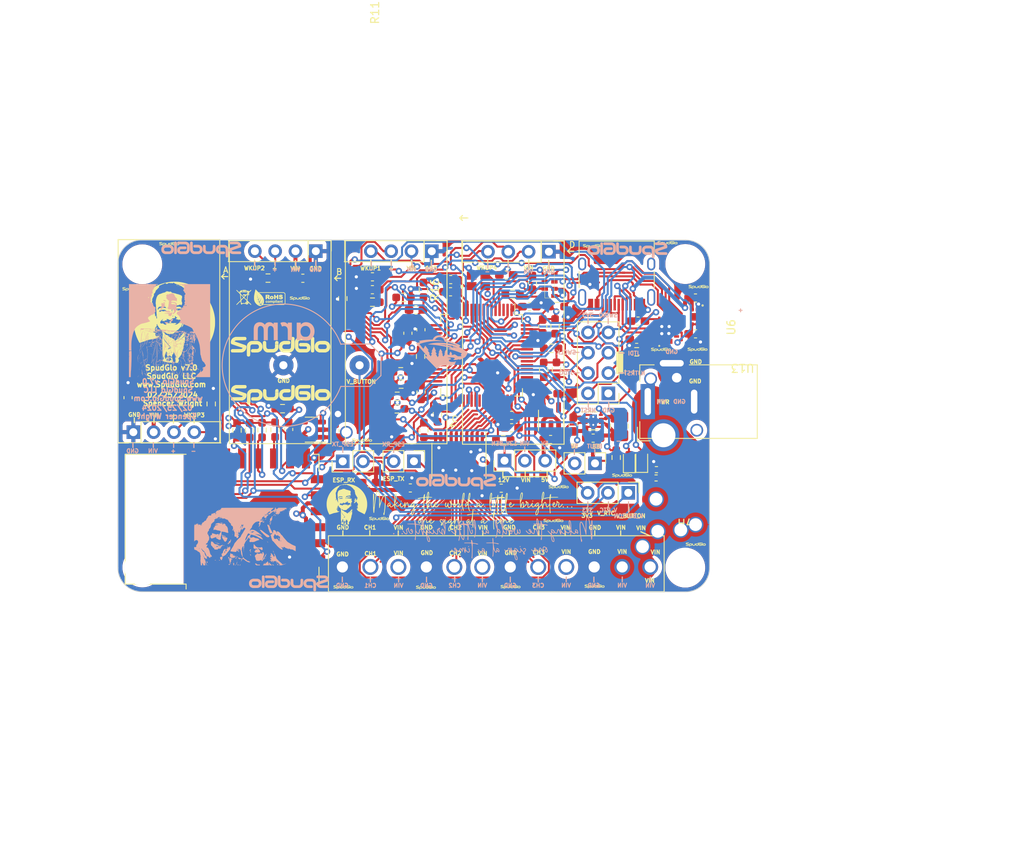
<source format=kicad_pcb>
(kicad_pcb (version 20240108) (generator "pcbnew") (generator_version "8.0")
  (layers (0 "F.Cu" signal) (1 "In1.Cu" power "GND.Cu") (2 "In2.Cu" power "PWR.Cu") (31 "B.Cu" signal) (34 "B.Paste" user) (35 "F.Paste" user) (36 "B.SilkS" user "B.Silkscreen") (37 "F.SilkS" user "F.Silkscreen") (38 "B.Mask" user) (39 "F.Mask" user) (44 "Edge.Cuts" user))
  (net 0 "")
  (net 1 "Net-(F1-Pad1)")
  (net 2 "+5V")
  (net 3 "GND1")
  (net 4 "+3V3")
  (net 5 "Net-(U12-VBUS1)")
  (net 6 "WKUP1")
  (net 7 "WKUP2")
  (net 8 "WKUP3")
  (net 9 "WKUP4")
  (net 10 "TIM1_CH1_SHIFT")
  (net 12 "I2C2_SDA")
  (net 13 "Net-(J5-Pin_1)")
  (net 14 "TIM1_CH2_SHIFT")
  (net 15 "TIM1_CH3_SHIFT")
  (net 17 "Net-(U1-OUT+)")
  (net 18 "Net-(U3-OUT+)")
  (net 19 "Net-(U4-OUT+)")
  (net 21 "XR_TX")
  (net 22 "XR_RX")
  (net 23 "USBD-")
  (net 24 "USBD+")
  (net 25 "NRST")
  (net 26 "XR_GPIO")
  (net 27 "RV_8803_CLK_OUT")
  (net 29 "V_RTC")
  (net 30 "Net-(U5-CLKOE)")
  (net 31 "VBUS_PRESENT")
  (net 34 "VBUS")
  (net 42 "Net-(U6-LOWPOWER)")
  (net 43 "SWDIO")
  (net 44 "Net-(U15-GPIO2)")
  (net 45 "ESP8266_3V3")
  (net 46 "Net-(U15-GPIO15)")
  (net 47 "SWCLK")
  (net 48 "RV_8803_INT_N")
  (net 50 "I2C2_SCL")
  (net 51 "/spudglo_v7p0_micro/LVL_DIR")
  (net 52 "/spudglo_v7p0_micro/BOOT0")
  (net 53 "/spudglo_v7p0_micro/LVL_EN")
  (net 54 "ESP8266_RST")
  (net 56 "ESP8266_EN")
  (net 59 "5V_SWITCH_PG")
  (net 63 "ESP8266_CSN")
  (net 64 "ESP8266_MISO")
  (net 67 "Net-(D1-K)")
  (net 68 "Net-(D3-K)")
  (net 69 "ESP8266_MOSI")
  (net 70 "ESP8266_SCK")
  (net 71 "ESP8266_GPIO0")
  (net 73 "Net-(U16-SW)")
  (net 74 "TIM1_CH3")
  (net 76 "ESP8266_RXD")
  (net 77 "ESP8266_TXD")
  (net 78 "TIM1_CH2")
  (net 79 "TIM1_CH1")
  (net 80 "/spudglo_v7p0_micro/JTDI")
  (net 81 "/spudglo_v7p0_micro/JTDO")
  (net 82 "/spudglo_v7p0_micro/NJTRST")
  (net 83 "Net-(U2-OUT+)")
  (net 87 "VIN")
  (net 88 "/spudglo_v7p0_micro/OSC48_HI")
  (net 94 "12V_BUCK_EN")
  (net 95 "/spudglo_v7p0_micro/OSC48_LO")
  (net 96 "/spudglo_v7p0_micro/GREEN_LED")
  (net 97 "/spudglo_v7p0_micro/RED_LED")
  (net 98 "Net-(J6-Pin_2)")
  (net 99 "Net-(J4-Pin_1)")
  (net 101 "V_BUTTON")
  (footprint "Resistor_SMD:R_0603_1608Metric_Pad0.98x0.95mm_HandSolder" (layer "F.Cu") (at 103.5075 153.5)
    (property "Reference" "R18" (hide yes))
    (property "Value" "10k" (hide yes))
  )
  (footprint "Capacitor_SMD:C_0603_1608Metric_Pad1.08x0.95mm_HandSolder" (layer "F.Cu") (at 122.6925 158.9)
    (property "Reference" "C15" (hide yes))
    (property "Value" "1u")
  )
  (footprint "srw_cuustom:433MHz_receiver" (layer "F.Cu") (at 96.5 133.53)
    (property "Reference" "U4" (hide yes))
    (property "Value" "rf_433MHz_module")
  )
  (footprint "Resistor_SMD:R_0603_1608Metric_Pad0.98x0.95mm_HandSolder" (layer "F.Cu") (at 103.9475 150.43)
    (property "Reference" "R7" (hide yes))
    (property "Value" "10k")
  )
  (footprint "Package_QFP:LQFP-64_10x10mm_P0.5mm" (layer "F.Cu") (at 114.06 148.365 -90)
    (property "Reference" "U10" (hide yes))
    (property "Value" "STM32L431RCTx")
  )
  (footprint "Capacitor_SMD:C_0603_1608Metric_Pad1.08x0.95mm_HandSolder" (layer "F.Cu") (at 105.8475 142.69 180)
    (property "Reference" "C8" (hide yes))
    (property "Value" "0.1u")
  )
  (footprint "Capacitor_SMD:C_0603_1608Metric_Pad1.08x0.95mm_HandSolder" (layer "F.Cu") (at 128.019999 158.730001 180)
    (property "Reference" "C25" (hide yes))
    (property "Value" "22u")
  )
  (footprint "LOGO" (layer "F.Cu") (at 84.31 141.14)
    (property "Reference" "G***" (hide yes))
    (property "Value" "LOGO" (hide yes))
  )
  (footprint "Capacitor_SMD:C_0603_1608Metric_Pad1.08x0.95mm_HandSolder" (layer "F.Cu") (at 95.73 157.7925 90)
    (property "Reference" "C28" (hide yes))
    (property "Value" "1u")
  )
  (footprint "Connector_PinHeader_2.54mm:PinHeader_1x02_P2.54mm_Vertical" (layer "F.Cu") (at 128.25 161.88 -90)
    (property "Reference" "J5" (hide yes))
    (property "Value" "Conn_01x02_Pin")
  )
  (footprint "LOGO" (layer "F.Cu") (at 127.98 134.69)
    (property "Reference" "G***" (hide yes))
    (property "Value" "LOGO" (hide yes))
  )
  (footprint "LOGO" (layer "F.Cu") (at 123.04 169.05)
    (property "Reference" "G***" (hide yes))
    (property "Value" "LOGO" (hide yes))
  )
  (footprint "Resistor_SMD:R_0603_1608Metric_Pad0.98x0.95mm_HandSolder" (layer "F.Cu") (at 96.7 141.27 -90)
    (property "Reference" "R3" (hide yes))
    (property "Value" "1M")
  )
  (footprint "Capacitor_SMD:C_0603_1608Metric_Pad1.08x0.95mm_HandSolder" (layer "F.Cu") (at 69.839992 153.667501 90)
    (property "Reference" "C2" (hide yes))
    (property "Value" "1u")
  )
  (footprint "Resistor_SMD:R_0603_1608Metric_Pad0.98x0.95mm_HandSolder" (layer "F.Cu") (at 103.4875 155.07)
    (property "Reference" "R14" (hide yes))
    (property "Value" "10k")
  )
  (footprint "MountingHole:MountingHole_4.5mm" (layer "F.Cu") (at 139.54 174.93)
    (property "Reference" "H4")
    (property "Value" "MountingHole")
  )
  (footprint "srw_custom:2410FA" (layer "F.Cu") (at 143.57 161.130001 -90)
    (property "Reference" "F1" (hide yes))
    (property "Value" "Fuse-2410FA")
  )
  (footprint "LOGO" (layer "F.Cu") (at 88.860924 153.152607)
    (property "Reference" "G***" (hide yes))
    (property "Value" "LOGO" (hide yes))
  )
  (footprint "XTAL_ECS-480-8-36-RWN-TR" (layer "F.Cu") (at 113.67 139.06)
    (property "Reference" "U8" (hide yes))
    (property "Value" "ECS-480-8-36-RWN-TR")
  )
  (footprint "Resistor_SMD:R_0603_1608Metric_Pad0.98x0.95mm_HandSolder" (layer "F.Cu") (at 103.9975 151.97)
    (property "Reference" "R6" (hide yes))
    (property "Value" "10k")
  )
  (footprint "Capacitor_SMD:C_0603_1608Metric_Pad1.08x0.95mm_HandSolder" (layer "F.Cu") (at 106.47 145.17 90)
    (property "Reference" "C10" (hide yes))
    (property "Value" "0.1u")
  )
  (footprint "Resistor_SMD:R_0603_1608Metric_Pad0.98x0.95mm_HandSolder" (layer "F.Cu") (at 86.6 157.7175 90)
    (property "Reference" "R11")
    (property "Value" "10k")
  )
  (footprint "LOGO" (layer "F.Cu") (at 101.24 168.8)
    (property "Reference" "G***" (hide yes))
    (property "Value" "LOGO" (hide yes))
  )
  (footprint "Resistor_SMD:R_0603_1608Metric_Pad0.98x0.95mm_HandSolder" (layer "F.Cu") (at 133.4625 147.93 180)
    (property "Reference" "R10" (hide yes))
    (property "Value" "10k")
  )
  (footprint "Resistor_SMD:R_0603_1608Metric_Pad0.98x0.95mm_HandSolder" (layer "F.Cu") (at 100.4125 141.72)
    (property "Reference" "R1" (hide yes))
    (property "Value" "1M")
  )
  (footprint "Capacitor_SMD:C_0603_1608Metric_Pad1.08x0.95mm_HandSolder" (layer "F.Cu") (at 106.49 152.9625 90)
    (property "Reference" "C12" (hide yes))
    (property "Value" "0.1u")
  )
  (footprint "LOGO" (layer "F.Cu") (at 99.11 158.99)
    (property "Reference" "G***" (hide yes))
    (property "Value" "LOGO" (hide yes))
  )
  (footprint "Resistor_SMD:R_0603_1608Metric_Pad0.98x0.95mm_HandSolder" (layer "F.Cu") (at 108.540001 155.772501 -90)
    (property "Reference" "R35" (hide yes))
    (property "Value" "28k")
  )
  (footprint "Capacitor_SMD:C_0603_1608Metric_Pad1.08x0.95mm_HandSolder" (layer "F.Cu") (at 100.4025 140.16 180)
    (property "Reference" "C1" (hide yes))
    (property "Value" "1u")
  )
  (footprint "Resistor_SMD:R_0603_1608Metric_Pad0.98x0.95mm_HandSolder" (layer "F.Cu") (at 121.83 150.1825 -90)
    (property "Reference" "R20" (hide yes))
    (property "Value" "10k")
  )
  (footprint "Capacitor_SMD:C_0603_1608Metric_Pad1.08x0.95mm_HandSolder" (layer "F.Cu") (at 117.8225 155.89 180)
    (property "Reference" "C16" (hide yes))
    (property "Value" "0.01u")
  )
  (footprint "LOGO" (layer "F.Cu") (at 74.98 134.42)
    (property "Reference" "G***" (hide yes))
    (property "Value" "LOGO" (hide yes))
  )
  (footprint "Capacitor_SMD:C_0603_1608Metric_Pad1.08x0.95mm_HandSolder" (layer "F.Cu") (at 105.1475 164.96)
    (property "Reference" "C30" (hide yes))
    (property "Value" "10u")
  )
  (footprint "Connector_PinHeader_2.54mm:PinHeader_1x02_P2.54mm_Vertical" (layer "F.Cu") (at 96.69 161.63 90)
    (property "Reference" "J6" (hide yes))
    (property "Value" "Conn_01x02_Pin")
  )
  (footprint "Resistor_SMD:R_0603_1608Metric_Pad0.98x0.95mm_HandSolder" (layer "F.Cu") (at 132.549999 150.467499 -90)
    (property "Reference" "R34" (hide yes))
    (property "Value" "10k")
  )
  (footprint "srw_cuustom:433MHz_receiver" (layer "F.Cu") (at 111.15 133.59)
    (property "Reference" "U1" (hide yes))
    (property "Value" "rf_433MHz_module")
  )
  (footprint "Resistor_SMD:R_0603_1608Metric_Pad0.98x0.95mm_HandSolder" (layer "F.Cu") (at 130.9 161.1525 90)
    (property "Reference" "R23" (hide yes))
    (property "Value" "10k")
  )
  (footprint "Capacitor_SMD:C_0603_1608Metric_Pad1.08x0.95mm_HandSolder" (layer "F.Cu") (at 125.520001 157.027497 -90)
    (property "Reference" "C24" (hide yes))
    (property "Value" "10u")
  )
  (footprint "Resistor_SMD:R_0603_1608Metric_Pad0.98x0.95mm_HandSolder" (layer "F.Cu") (at 80.24 154.45 90)
    (property "Reference" "R4" (hide yes))
    (property "Value" "1M")
  )
  (footprint "Package_TO_SOT_SMD:SOT-23-5" (layer "F.Cu") (at 122.74 156.0275 90)
    (property "Reference" "U11" (hide yes))
    (property "Value" "LP5907MFX-3.3")
  )
  (footprint "Capacitor_SMD:C_0603_1608Metric_Pad1.08x0.95mm_HandSolder" (layer "F.Cu") (at 110.1975 138.9 180)
    (property "Reference" "C3" (hide yes))
    (property "Value" "6p")
  )
  (footprint "Capacitor_SMD:C_0603_1608Metric_Pad1.08x0.95mm_HandSolder" (layer "F.Cu") (at 110.1775 140.42)
    (property "Reference" "C13" (hide yes))
    (property "Value" "0.1u")
  )
  (footprint "Capacitor_SMD:C_0603_1608Metric_Pad1.08x0.95mm_HandSolder" (layer "F.Cu") (at 91.7025 138.73)
    (property "Reference" "C19" (hide yes))
    (property "Value" "1u")
  )
  (footprint "Connector_PinHeader_2.54mm:PinHeader_2x04_P2.54mm_Vertical" (layer "F.Cu") (at 129.915 153.13 180)
    (property "Reference" "J1" (hide yes))
    (property "Value" "Conn_01x08_Male")
  )
  (footprint "LED_SMD:LED_0603_1608Metric" (layer "F.Cu") (at 134.1 161.5275 90)
    (property "Reference" "D1" (hide yes))
    (property "Value" "GREEN LED")
  )
  (footprint "Resistor_SMD:R_0603_1608Metric_Pad0.98x0.95mm_HandSolder" (layer "F.Cu") (at 89.1625 155.04)
    (property "Reference" "R13" (hide yes))
    (property "Value" "10k")
  )
  (footprint "LOGO" (layer "F.Cu") (at 123.7 164.82)
    (property "Reference" "G***" (hide yes))
    (property "Value" "LOGO" (hide yes))
  )
  (footprint "Resistor_SMD:R_0402_1005Metric" (layer "F.Cu") (at 135.89 163.71)
    (property "Reference" "R37" (hide yes))
    (property "Value" "100")
  )
  (footprint "LOGO" (layer "F.Cu") (at 87.572737 141.195751)
    (property "Reference" "G***" (hide yes))
    (property "Value" "LOGO" (hide yes))
  )
  (footprint "Resistor_SMD:R_0603_1608Metric_Pad0.98x0.95mm_HandSolder" (layer "F.Cu") (at 106.43 148.5125 90)
    (property "Reference" "R25" (hide yes))
    (property "Value" "10k")
  )
  (footprint "MountingHole:MountingHole_4.5mm" (layer "F.Cu") (at 139.54 136.95)
    (property "Reference" "H3" (hide yes))
    (property "Value" "MountingHole")
  )
  (footprint "LOGO" (layer "F.Cu") (at 70.37 140.07)
    (property "Reference" "G***" (hide yes))
    (property "Value" "LOGO" (hide yes))
  )
  (footprint "Capacitor_SMD:C_0603_1608Metric_Pad1.08x0.95mm_HandSolder" (layer "F.Cu") (at 99.987499 164.290004)
    (property "Reference" "C31" (hide yes))
    (property "Value" "1u")
  )
  (footprint "Resistor_SMD:R_0603_1608Metric_Pad0.98x0.95mm_HandSolder" (layer "F.Cu") (at 116.7725 158.94 180)
    (property "Reference" "R2" (hide yes))
    (property "Value" "100k")
  )
  (footprint "Resistor_SMD:R_0603_1608Metric_Pad0.98x0.95mm_HandSolder" (layer "F.Cu") (at 83.47 157.7525 90)
    (property "Reference" "R31" (hide yes))
    (property "Value" "10k")
  )
  (footprint "Capacitor_SMD:C_0603_1608Metric_Pad1.08x0.95mm_HandSolder" (layer "F.Cu") (at 133.46 146.36 180)
    (property "Reference" "C21" (hide yes))
    (property "Value" "1u")
  )
  (footprint "Resistor_SMD:R_0603_1608Metric_Pad0.98x0.95mm_HandSolder" (layer "F.Cu") (at 106.789997 140.177499 -90)
    (property "Reference" "R16")
    (property "Value" "10k")
  )
  (footprint "Connector_PinHeader_2.54mm:PinHeader_1x03_P2.54mm_Vertical" (layer "F.Cu") (at 116.93 161.54 90)
    (property "Reference" "J8" (hide yes))
    (property "Value" "Conn_01x03_Pin")
  )
  (footprint "Connector_BarrelJack:BarrelJack_Wuerth_6941xx301002" (layer "F.Cu") (at 134.85 154.16 90)
    (property "Reference" "J2" (hide yes))
    (property "Value" "Barrel_Jack_Switch")
  )
  (footprint "Capacitor_SMD:C_0603_1608Metric_Pad1.08x0.95mm_HandSolder" (layer "F.Cu") (at 120.05 142.28)
    (property "Reference" "C9" (hide yes))
    (property "Value" "0.1u")
  )
  (footprint "LOGO" (layer "F.Cu") (at 91.32 141.22)
    (property "Reference" "G***" (hide yes))
    (property "Value" "LOGO" (hide yes))
  )
  (footprint "LOGO" (layer "F.Cu") (at 141.07 147.62)
    (property "Reference" "G***" (hide yes))
    (property "Value" "LOGO" (hide yes))
  )
  (footprint "Resistor_SMD:R_0603_1608Metric_Pad0.98x0.95mm_HandSolder" (layer "F.Cu") (at 106.84 157.7 -90)
    (property "Reference" "R17" (hide yes))
    (property "Value" "10k")
  )
  (footprint "Connector_USB:USB_C_Receptacle_HRO_TYPE-C-31-M-12" (layer "F.Cu") (at 130.96 137.99 180)
    (property "Reference" "U12" (hide yes))
    (property "Value" "USB-C-31-M-12")
  )
  (footprint "LOGO" (layer "F.Cu") (at 75.64 144.23)
    (property "Reference" "G***" (hide yes))
    (property "Value" "LOGO" (hide yes))
  )
  (footprint "RF_Module:ESP-12E" (layer "F.Cu") (at 81.6 168.87 90)
    (property "Reference" "U15" (hide yes))
    (property "Value" "ESP-12F")
  )
  (footprint "Capacitor_SMD:C_0603_1608Metric_Pad1.08x0.95mm_HandSolder" (layer "F.Cu") (at 122.7125 153.16)
    (property "Reference" "C18" (hide yes))
    (property "Value" "1u")
  )
  (footprint "Capacitor_SMD:C_0603_1608Metric_Pad1.08x0.95mm_HandSolder" (layer "F.Cu") (at 140.8175 141.2)
    (property "Reference" "C22" (hide yes))
    (property "Value" "1u")
  )
  (footprint "srw_cuustom:433MHz_receiver" (layer "F.Cu") (at 81.99 133.52)
    (property "Reference" "U3" (hide yes))
    (property "Value" "rf_433MHz_module" (hide yes))
  )
  (footprint "LOGO" (layer "F.Cu") (at 88.840924 147.132607)
    (property "Reference" "G***" (hide yes))
    (property "Value" "LOGO" (hide yes))
  )
  (footprint "Resistor_SMD:R_0603_1608Metric_Pad0.98x0.95mm_HandSolder" (layer "F.Cu") (at 123.4775 142.270001)
    (property "Reference" "R9" (hide yes))
    (property "Value" "100k")
  )
  (footprint "LOGO" (layer "F.Cu") (at 140.85 172.01)
    (property "Reference" "G***" (hide yes))
    (property "Value" "LOGO" (hide yes))
  )
  (footprint "Capacitor_SMD:C_0603_1608Metric_Pad1.08x0.95mm_HandSolder" (layer "F.Cu") (at 117.8225 157.43 180)
    (property "Reference" "C17" (hide yes))
    (property "Value" "1u")
  )
  (footprint "srw_cuustom:NCP361" (layer "F.Cu") (at 141.69 144.945 180)
    (property "Reference" "U13")
    (property "Value" "NCP361")
  )
  (footprint "LOGO" (layer "F.Cu") (at 137.31 134.3)
    (property "Reference" "G***" (hide yes))
    (property "Value" "LOGO" (hide yes))
  )
  (footprint "Resistor_SMD:R_0603_1608Metric_Pad0.98x0.95mm_HandSolder" (layer "F.Cu") (at 104.297499 141.130003)
    (property "Reference" "R15" (hide yes))
    (property "Value" "10k")
  )
  (footprint "LOGO" (layer "F.Cu") (at 131.64 163.37)
    (property "Reference" "G***" (hide yes))
    (property "Value" "LOGO" (hide yes))
  )
  (footprint "LOGO" (layer "F.Cu") (at 128.19 177.26)
    (property "Reference" "G***" (hide yes))
    (property "Value" "LOGO" (hide yes))
  )
  (footprint "srw_cuustom:XR21B1411" (layer "F.Cu") (at 136.285 146.617695 90)
    (property "Reference" "U6")
    (property "Value" "XR21B1411")
  )
  (footprint "LOGO" (layer "F.Cu") (at 107.1 177.39)
    (property "Reference" "G***" (hide yes))
    (property "Value" "LOGO" (hide yes))
  )
  (footprint "LOGO" (layer "F.Cu") (at 112.267778 168.905874)
    (property "Reference" "G***" (hide yes))
    (property "Value" "LOGO" (hide yes))
  )
  (footprint "Capacitor_SMD:C_0603_1608Metric_Pad1.08x0.95mm_HandSolder" (layer "F.Cu") (at 100.41 138.55 180)
    (property "Reference" "C26" (hide yes))
    (property "Value" "1u")
  )
  (footprint "srw_cuustom:433MHz_receiver" (layer "F.Cu") (at 81.83 159.8 180)
    (property "Reference" "U2" (hide yes))
    (property "Value" "rf_433MHz_module")
  )
  (footprint "Resistor_SMD:R_0603_1608Metric_Pad0.98x0.95mm_HandSolder" (layer "F.Cu") (at 88.230001 157.6725 90)
    (property "Reference" "R12" (hide yes))
    (property "Value" "10k")
  )
  (footprint "Connector_PinHeader_2.54mm:PinHeader_1x02_P2.54mm_Vertical" (layer "F.Cu") (at 105.6 161.62 -90)
    (property "Reference" "J4" (hide yes))
    (property "Value" "Conn_01x02_Pin")
  )
  (footprint "Resistor_SMD:R_0603_1608Metric_Pad0.98x0.95mm_HandSolder" (layer "F.Cu") (at 85.04 157.7375 90)
    (property "Reference" "R24" (hide yes))
    (property "Value" "10k")
  )
  (footprint "Inductor_SMD:L_1008_2520Metric_Pad1.43x2.20mm_HandSolder" (layer "F.Cu") (at 131.300001 157.237503 -90)
    (property "Reference" "L1" (hide yes))
    (property "Value" "L")
  )
  (footprint "Capacitor_SMD:C_0603_1608Metric_Pad1.08x0.95mm_HandSolder" (layer "F.Cu") (at 117.1475 138.31)
    (property "Reference" "C7" (hide yes))
    (property "Value" "6p")
  )
  (footprint "Resistor_SMD:R_0603_1608Metric_Pad0.98x0.95mm_HandSolder" (layer "F.Cu") (at 87.3425 138.71 180)
    (property "Reference" "R5" (hide yes))
    (property "Value" "1M")
  )
  (footprint "Capacitor_SMD:C_0603_1608Metric_Pad1.08x0.95mm_HandSolder" (layer "F.Cu") (at 104.84 145.6075 90)
    (property "Reference" "C14" (hide yes))
    (property "Value" "4.7u")
  )
  (footprint "LOGO" (layer "F.Cu") (at 112.92389 166.682937)
    (property "Reference" "G***" (hide yes))
    (property "Value" "LOGO" (hide yes))
  )
  (footprint "MountingHole:MountingHole_4.5mm" (layer "F.Cu") (at 71.63 174.9)
    (property "Reference" "H2" (hide yes))
    (property "Value" "MountingHole")
  )
  (footprint "Connector_PinHeader_2.54mm:PinHeader_1x03_P2.54mm_Vertical" (layer "F.Cu") (at 132.41 165.57 -90)
    (property "Reference" "J7" (hide yes))
    (property "Value" "Conn_01x03_Pin")
  )
  (footprint "LOGO" (layer "F.Cu") (at 96.77 177.36)
    (property "Reference" "G***" (hide yes))
    (property "Value" "LOGO" (hide yes))
  )
  (footprint "Capacitor_SMD:C_0603_1608Metric_Pad1.08x0.95mm_HandSolder" (layer "F.Cu") (at 89.93 157.6425 90)
    (property "Reference" "C29" (hide yes))
    (property "Value" "1u")
  )
  (footprint "Capacitor_SMD:C_0603_1608Metric_Pad1.08x0.95mm_HandSolder" (layer "F.Cu") (at 121.71 144.7525 -90)
    (property "Reference" "C11" (hide yes))
    (property "Value" "0.1u")
  )
  (footprint "Package_SON:WSON-8-1EP_2x2mm_P0.5mm_EP0.9x1.6mm_ThermalVias" (layer "F.Cu") (at 128.03 156.57)
    (property "Reference" "U16" (hide yes))
    (property "Value" "TPS62163DSG")
  )
  (footprint "Resistor_SMD:R_0603_1608Metric_Pad0.98x0.95mm_HandSolder" (layer "F.Cu") (at 117.94 140.73)
    (property "Reference" "R8" (hide yes))
    (property "Value" "100k")
  )
  (footprint "LOGO" (layer "F.Cu") (at 117.68 177.32)
    (property "Reference" "G***" (hide yes))
    (property "Value" "LOGO" (hide yes))
  )
  (footprint "srw_custom:1984714" (layer "F.Cu") (at 135.15 174.84 180)
    (property "Reference" "J3" (hide yes))
    (property "Value" "terminal_custom_12pin")
  )
  (footprint "Package_TO_SOT_SMD:SOT-23-5" (layer "F.Cu") (at 92.7925 157.67 180)
    (property "Reference" "U14" (hide yes))
    (property "Value" "LP5907MFX-3.3")
  )
  (footprint "Package_SO:TSSOP-20_4.4x6.5mm_P0.65mm" (layer "F.Cu") (at 111.23 161.57 -90)
    (property "Reference" "U9" (hide yes))
    (property "Value" "SN74HCT245PW")
  )
  (footprint "Resistor_SMD:R_0603_1608Metric_Pad0.98x0.95mm_HandSolder" (layer "F.Cu") (at 123.43 150.1725 -90)
    (property "Reference" "R19" (hide yes))
    (property "Value" "10k" (hide yes))
  )
  (footprint "LED_SMD:LED_0603_1608Metric" (layer "F.Cu") (at 132.53 161.5625 90)
    (property "Reference" "D3" (hide yes))
    (property "Value" "RED_LED")
  )
  (footprint "srw_custom:rv-8803-c7" (layer "F.Cu") (at 121.97 138.25)
    (property "Reference" "U5" (hide yes))
    (property "Value" "RV-8803")
  )
  (footprint "LOGO" (layer "F.Cu") (at 141.2 139.79)
    (property "Reference" "G***" (hide yes))
    (property "Value" "LOGO" (hide yes))
  )
  (footprint "MountingHole:MountingHole_4.5mm" (layer "F.Cu") (at 71.62 136.98)
    (property "Reference" "H1" (hide yes))
    (property "Value" "MountingHole")
  )
  (footprint "Capacitor_SMD:C_0603_1608Metric_Pad1.08x0.95mm_HandSolder" (layer "F.Cu") (at 140.822501 145.679996)
    (property "Reference" "C23" (hide yes))
    (property "Value" "1u")
  )
  (footprint "LOGO" (layer "F.Cu") (at 97.21 167)
    (property "Reference" "G***" (hide yes))
    (property "Value" "LOGO" (hide yes))
  )
  (footprint "LOGO" (layer "F.Cu") (at 136.5 147.64)
    (property "Reference" "G***" (hide yes))
    (property "Value" "LOGO" (hide yes))
  )
  (footprint "Capacitor_SMD:C_0603_1608Metric_Pad1.08x0.95mm_HandSolder" (layer "F.Cu") (at 120.42 139.3075 90)
    (property "Reference" "C27" (hide yes))
    (property "Value" "0.01u")
  )
  (footprint "Resistor_SMD:R_0603_1608Metric_Pad0.98x0.95mm_HandSolder" (layer "F.Cu") (at 123.25 144.7425 -90)
    (property "Reference" "R22" (hide yes))
    (property "Value" "10k")
  )
  (footprint "Resistor_SMD:R_0603_1608Metric_Pad0.98x0.95mm_HandSolder" (layer "F.Cu") (at 122.7625 147.49 180)
    (property "Reference" "R21" (hide yes))
    (property "Value" "10k")
  )
  (footprint "Capacitor_SMD:C_0603_1608Metric_Pad1.08x0.95mm_HandSolder" (layer "F.Cu") (at 116.5225 164.99)
    (property "Reference" "C6" (hide yes))
    (property "Value" "0.1u" (hide yes))
  )
  (footprint "Resistor_SMD:R_0402_1005Metric" (layer "F.Cu") (at 135.93 162.67)
    (property "Reference" "R39" (hide yes))
    (property "Value" "100")
  )
  (footprint "Capacitor_SMD:C_0603_1608Metric_Pad1.08x0.95mm_HandSolder" (layer "F.Cu") (at 133.6325 144.09 180)
    (property "Reference" "C20" (hide yes))
    (property "Value" "1u")
  )
  (footprint "LOGO" (layer "B.Cu") (at 132.3 135.23 180)
    (property "Reference" "G***" (hide yes))
    (property "Value" "LOGO" (hide yes))
  )
  (footprint "LOGO" (layer "B.Cu") (at 75.03 145.28 180)
    (property "Reference" "G***" (hide yes))
    (property "Value" "LOGO" (hide yes))
  )
  (footprint "LOGO" (layer "B.Cu") (at 108.97 147.99 180)
    (property "Reference" "G***" (hide yes))
    (property "Value" "LOGO" (hide yes))
  )
  (footprint "LOGO" (layer "B.Cu") (at 115.485232 170.024328 180)
    (property "Reference" "G***" (hide yes))
    (property "Value" "LOGO" (hide yes))
  )
  (footprint "LOGO" (layer "B.Cu") (at 79 135.13 180)
    (property "Reference" "G***" (hide yes))
    (property "Value" "LOGO" (hide yes))
  )
  (footprint "LOGO" (layer "B.Cu") (at 89.36 145.38 180)
    (property "Reference" "G***" (hide yes))
    (property "Value" "LOGO" (hide yes))
  )
  (footprint "LOGO" (layer "B.Cu") (at 84.46 171.04 180)
    (property "Reference" "G***" (hide yes))
    (property "Value" "LOGO" (hide yes))
  )
  (footprint "Battery:BatteryHolder_Keystone_500" (layer "B.Cu") (at 98.796605 149.61 180)
    (property "Reference" "BT1" (hide yes))
    (property "Value" "Battery_Cell")
  )
  (footprint "LOGO" (layer "B.Cu") (at 110.87 164.19 180)
    (property "Reference" "G***" (hide yes))
    (property "Value" "LOGO" (hide yes))
  )
  (footprint "LOGO" (layer "B.Cu") (at 116.181344 172.527265 180)
    (property "Reference" "G***" (hide yes))
    (property "Value" "LOGO" (hide yes))
  )
  (footprint "LOGO" (layer "B.Cu") (at 89.97 176.9 180)
    (property "Reference" "G***" (hide yes))
    (property "Value" "LOGO" (hide yes))
  )
  (gr_line (start 96.7 159.91) (end 96.7 160.51) (stroke (width 0.15)) (layer "B.SilkS"))
  (gr_line (start 102.77 136.57) (end 102.77 137.17) (stroke (width 0.15)) (layer "B.SilkS"))
  (gr_line (start 119.46 159.83) (end 119.46 160.43) (stroke (width 0.15)) (layer "B.SilkS"))
  (gr_line (start 70.45 159.3) (end 70.45 159.9) (stroke (width 0.15)) (layer "B.SilkS"))
  (gr_line (start 122.5 136.86) (end 122.5 137.46) (stroke (width 0.15)) (layer "B.SilkS"))
  (gr_line (start 88.24 136.61) (end 88.24 137.21) (stroke (width 0.15)) (layer "B.SilkS"))
  (gr_line (start 131.66 176.1) (end 131.66 176.7) (stroke (width 0.15)) (layer "B.SilkS"))
  (gr_line (start 132.44 166.69) (end 132.44 168.02) (stroke (width 0.15)) (layer "B.SilkS"))
  (gr_line (start 124.65 176.1) (end 124.65 176.7) (stroke (width 0.15)) (layer "B.SilkS"))
  (gr_line (start 105.38 136.59) (end 105.38 137.19) (stroke (width 0.15)) (layer "B.SilkS"))
  (gr_line (start 117.38 136.84) (end 117.38 137.44) (stroke (width 0.15)) (layer "B.SilkS"))
  (gr_line (start 117.65 176.11) (end 117.65 176.71) (stroke (width 0.15)) (layer "B.SilkS"))
  (gr_line (start 90.84 136.62) (end 90.84 137.22) (stroke (width 0.15)) (layer "B.SilkS"))
  (gr_line (start 93.34 136.61) (end 93.34 137.21) (stroke (width 0.15)) (layer "B.SilkS"))
  (gr_line (start 107.17 176.12) (end 107.17 176.72) (stroke (width 0.15)) (layer "B.SilkS"))
  (gr_line (start 78.07 159.3) (end 78.07 159.9) (stroke (width 0.15)) (layer "B.SilkS"))
  (gr_line (start 100.27 136.6) (end 100.27 137.2) (stroke (width 0.15)) (layer "B.SilkS"))
  (gr_line (start 75.54 159.29) (end 75.54 159.89) (stroke (width 0.15)) (layer "B.SilkS"))
  (gr_line (start 131.23 148.08) (end 131.88 148.08) (stroke (width 0.15)) (layer "B.SilkS"))
  (gr_line (start 135.16 176.11) (end 135.16 176.71) (stroke (width 0.15)) (layer "B.SilkS"))
  (gr_line (start 125.67 160.17) (end 125.67 160.77) (stroke (width 0.15)) (layer "B.SilkS"))
  (gr_line (start 128.22 160.17) (end 128.22 160.77) (stroke (width 0.15)) (layer "B.SilkS"))
  (gr_line (start 85.71 136.61) (end 85.71 137.21) (stroke (width 0.15)) (layer "B.SilkS"))
  (gr_line (start 129.93 166.69) (end 129.93 167.29) (stroke (width 0.15)) (layer "B.SilkS"))
  (gr_line (start 96.64 176.11) (end 96.64 176.71) (stroke (width 0.15)) (layer "B.SilkS"))
  (gr_line (start 116.91 159.81) (end 116.91 160.41) (stroke (width 0.15)) (layer "B.SilkS"))
  (gr_line (start 100.15 176.12) (end 100.15 176.72) (stroke (width 0.15)) (layer "B.SilkS"))
  (gr_line (start 110.7 176.11) (end 110.7 176.71) (stroke (width 0.15)) (layer "B.SilkS"))
  (gr_line (start 126.255001 150.550001) (end 125.604998 150.549998) (stroke (width 0.15)) (layer "B.SilkS"))
  (gr_line (start 127.35 166.7) (end 127.35 167.3) (stroke (width 0.15)) (layer "B.SilkS"))
  (gr_line (start 114.83 136.85) (end 114.83 137.45) (stroke (width 0.15)) (layer "B.SilkS"))
  (gr_line (start 73 159.29) (end 73 159.89) (stroke (width 0.15)) (layer "B.SilkS"))
  (gr_line (start 121.98 159.81) (end 121.98 160.41) (stroke (width 0.15)) (layer "B.SilkS"))
  (gr_line (start 107.79 136.63) (end 107.79 137.23) (stroke (width 0.15)) (layer "B.SilkS"))
  (gr_line (start 131.21 150.57) (end 131.86 150.57) (stroke (width 0.15)) (layer "B.SilkS"))
  (gr_line (start 129.96 154.26) (end 129.96 154.86) (stroke (width 0.15)) (layer "B.SilkS"))
  (gr_line (start 127.38 143.77) (end 127.38 144.37) (stroke (width 0.15)) (layer "B.SilkS"))
  (gr_line (start 129.9 143.78) (end 129.9 144.38) (stroke (width 0.15)) (layer "B.SilkS"))
  (gr_line (start 127.41 154.27) (end 127.41 154.87) (stroke (width 0.15)) (layer "B.SilkS"))
  (gr_line (start 114.16 176.1) (end 114.16 176.7) (stroke (width 0.15)) (layer "B.SilkS"))
  (gr_line (start 126.240003 148.000003) (end 125.59 148) (stroke (width 0.15)) (layer "B.SilkS"))
  (gr_line (start 103.68 176.12) (end 103.68 176.72) (stroke (width 0.15)) (layer "B.SilkS"))
  (gr_line (start 121.15 176.11) (end 121.15 176.71) (stroke (width 0.15)) (layer "B.SilkS"))
  (gr_line (start 103.06 159.92) (end 103.06 160.52) (stroke (width 0.15)) (layer "B.SilkS"))
  (gr_line (start 128.11 176.11) (end 128.11 176.71) (stroke (width 0.15)) (layer "B.SilkS"))
  (gr_line (start 119.96 136.85) (end 119.96 137.45) (stroke (width 0.15)) (layer "B.SilkS"))
  (gr_line (start 121.22 170.92) (end 121.22 170.32) (stroke (width 0.15)) (layer "F.SilkS"))
  (gr_line (start 125.14 135.03) (end 124.83 135.34) (stroke (width 0.15)) (layer "F.SilkS"))
  (gr_line (start 102.75 137.07) (end 102.75 136.47) (stroke (width 0.15)) (layer "F.SilkS"))
  (gr_line (start 93.33 137.1) (end 93.33 136.5) (stroke (width 0.15)) (layer "F.SilkS"))
  (gr_line (start 100.08 170.91) (end 100.08 170.31) (stroke (width 0.15)) (layer "F.SilkS"))
  (gr_line (start 107.18 170.92) (end 107.18 170.32) (stroke (width 0.15)) (layer "F.SilkS"))
  (gr_line (start 129.84 167.67) (end 129.84 167.37) (stroke (width 0.15)) (layer "F.SilkS"))
  (gr_line (start 73.08 156.86) (end 73.08 156.26) (stroke (width 0.15)) (layer "F.SilkS"))
  (gr_line (start 119.96 137) (end 119.96 136.4) (stroke (width 0.15)) (layer "F.SilkS"))
  (gr_line (start 114.83 136.94) (end 114.83 136.34) (stroke (width 0.15)) (layer "F.SilkS"))
  (gr_line (start 119.513999 162.867) (end 119.516998 163.549999) (stroke (width 0.15)) (layer "F.SilkS"))
  (gr_line (start 110.13 157.15) (end 110.43 157.45) (stroke (width 0.15)) (layer "F.SilkS"))
  (gr_line (start 110.885 157.155) (end 110.13 157.15) (stroke (width 0.15)) (layer "F.SilkS"))
  (gr_line (start 111.35 131.19) (end 111.65 131.49) (stroke (width 0.15)) (layer "F.SilkS"))
  (gr_line (start 114.21 170.92) (end 114.21 170.32) (stroke (width 0.15)) (layer "F.SilkS"))
  (gr_line (start 96.445 138.735) (end 95.69 138.73) (stroke (width 0.15)) (layer "F.SilkS"))
  (gr_line (start 85.66 137.05) (end 85.66 136.45) (stroke (width 0.15)) (layer "F.SilkS"))
  (gr_line (start 96 138.42) (end 95.69 138.73) (stroke (width 0.15)) (layer "F.SilkS"))
  (gr_line (start 124.83 135.34) (end 125.13 135.64) (stroke (width 0.15)) (layer "F.SilkS"))
  (gr_line (start 88.2 137.06) (end 88.2 136.46) (stroke (width 0.15)) (layer "F.SilkS"))
  (gr_line (start 70.62 156.79) (end 70.62 156.19) (stroke (width 0.15)) (layer "F.SilkS"))
  (gr_line (start 110.44 156.84) (end 110.13 157.15) (stroke (width 0.15)) (layer "F.SilkS"))
  (gr_line (start 111.66 130.88) (end 111.35 131.19) (stroke (width 0.15)) (layer "F.SilkS"))
  (gr_line (start 131.46 170.92) (end 131.46 170.32) (stroke (width 0.15)) (layer "F.SilkS"))
  (gr_poly (pts (xy 130.964021 147.948416) (xy 131.730421 147.948419) (xy 131.715019 147.95301) (xy 131.735216 147.953017) (xy 131.725221 150.645218) (xy 130.964026 150.64522)) (stroke (width 0.1)) (fill solid) (layer "F.SilkS"))
  (gr_line (start 135.08 170.93) (end 133.98 170.44) (stroke (width 0.15)) (layer "F.SilkS"))
  (gr_line (start 122.46 137.09) (end 122.46 136.49) (stroke (width 0.15)) (layer "F.SilkS"))
  (gr_line (start 127.27 168) (end 127.27 167.4) (stroke (width 0.15)) (layer "F.SilkS"))
  (gr_line (start 96.71 170.93) (end 96.71 170.33) (stroke (width 0.15)) (layer "F.SilkS"))
  (gr_line (start 132.49 167.96) (end 132.49 167.36) (stroke (width 0.15)) (layer "F.SilkS"))
  (gr_line (start 119.516998 163.549999) (end 116.723002 163.55) (stroke (width 0.15)) (layer "F.SilkS"))
  (gr_line (start 107.77 137.08) (end 107.77 136.48) (stroke (width 0.15)) (layer "F.SilkS"))
  (gr_line (start 75.52 156.86) (end 75.52 156.26) (stroke (width 0.15)) (layer "F.SilkS"))
  (gr_line (start 116.723002 163.55) (end 116.719997 162.993998) (stroke (width 0.15)) (layer "F.SilkS"))
  (gr_line (start 81.855 138.205) (end 81.545 138.515) (stroke (width 0.15)) (layer "F.SilkS"))
  (gr_line (start 90.77 137.09) (end 90.77 136.49) (stroke (width 0.15)) (layer "F.SilkS"))
  (gr_line (start 122.2585 162.8885) (end 122.27 163.54) (stroke (width 0.15)) (layer "F.SilkS"))
  (gr_line (start 82.3 138.52) (end 81.545 138.515) (stroke (width 0.15)) (layer "F.SilkS"))
  (gr_line (start 95.69 138.73) (end 95.99 139.03) (stroke (width 0.15)) (layer "F.SilkS"))
  (gr_line (start 78.1 156.84) (end 78.1 156.24) (stroke (width 0.15)) (layer "F.SilkS"))
  (gr_line (start 117.38 137.03) (end 117.38 136.43) (stroke (width 0.15)) (layer "F.SilkS"))
  (gr_line (start 110.79 170.92) (end 110.79 170.32) (stroke (width 0.15)) (layer "F.SilkS"))
  (gr_line (start 122.27 163.54) (end 119.476004 163.540001) (stroke (width 0.15)) (layer "F.SilkS"))
  (gr_line (start 100.2 137.07) (end 100.2 136.47) (stroke (width 0.15)) (layer "F.SilkS"))
  (gr_line (start 112.34 131.19) (end 111.35 131.19) (stroke (width 0.15)) (layer "F.SilkS"))
  (gr_line (start 117.54 170.91) (end 117.54 170.31) (stroke (width 0.15)) (layer "F.SilkS"))
  (gr_line (start 105.3 137.07) (end 105.3 136.47) (stroke (width 0.15)) (layer "F.SilkS"))
  (gr_line (start 124.52 170.93) (end 124.52 170.33) (stroke (width 0.15)) (layer "F.SilkS"))
  (gr_line (start 81.545 138.515) (end 81.845 138.815) (stroke (width 0.15)) (layer "F.SilkS"))
  (gr_line (start 125.585 135.345) (end 124.83 135.34) (stroke (width 0.15)) (layer "F.SilkS"))
  (gr_line (start 103.64 170.93) (end 103.64 170.33) (stroke (width 0.15)) (layer "F.SilkS"))
  (gr_line (start 128.22 170.91) (end 128.22 170.31) (stroke (width 0.15)) (layer "F.SilkS"))
  (gr_arc (start 142.575 174.95) (mid 141.708806 177.078488) (end 139.587566 177.962285) (stroke (width 0.1)) (layer "Edge.Cuts"))
  (gr_line (start 142.575 174.95) (end 142.587285 136.937434) (stroke (width 0.1)) (layer "Edge.Cuts"))
  (gr_arc (start 139.575 133.95) (mid 141.703487 134.816195) (end 142.587285 136.937434) (stroke (width 0.1)) (layer "Edge.Cuts"))
  (gr_line (start 68.566202 174.953761) (end 68.558805 136.953487) (stroke (width 0.1)) (layer "Edge.Cuts"))
  (gr_line (start 139.575 133.95) (end 71.546239 133.941202) (stroke (width 0.1)) (layer "Edge.Cuts"))
  (gr_arc (start 71.578487 177.941195) (mid 69.45 177.075) (end 68.566202 174.953761) (stroke (width 0.1)) (layer "Edge.Cuts"))
  (gr_arc (start 68.558805 136.953487) (mid 69.425 134.825) (end 71.546239 133.941202) (stroke (width 0.1)) (layer "Edge.Cuts"))
  (gr_line (start 139.587566 177.962285) (end 71.578487 177.941195) (stroke (width 0.1)) (layer "Edge.Cuts"))
  (gr_text "VIN" (at 105.33 137.63 0) (layer "B.SilkS") (effects (font (size 0.5 0.5) (thickness 0.125)) (justify mirror)))
  (gr_text "VIN" (at 90.79 137.66 0) (layer "B.SilkS") (effects (font (size 0.5 0.5) (thickness 0.125)) (justify mirror)))
  (gr_text "VIN" (at 124.64 177.15 0) (layer "B.SilkS") (effects (font (size 0.5 0.5) (thickness 0.125)) (justify mirror)))
  (gr_text "SWCLK" (at 124.635002 148.000002 0) (layer "B.SilkS") (effects (font (size 0.5 0.5) (thickness 0.125)) (justify mirror)))
  (gr_text "JTDI" (at 133.12 148.12 0) (layer "B.SilkS") (effects (font (size 0.5 0.5) (thickness 0.125)) (justify mirror)))
  (gr_text "GND" (at 137.84 147.93 0) (layer "B.SilkS") (effects (font (size 0.5 0.5) (thickness 0.125)) (justify mirror)))
  (gr_text "GND" (at 128.1 177.16 0) (layer "B.SilkS") (effects (font (size 0.5 0.5) (thickness 0.125)) (justify mirror)))
  (gr_text "3V3" (at 127.37 143.35 0) (layer "B.SilkS") (effects (font (size 0.5 0.5) (thickness 0.125)) (justify mirror)))
  (gr_text "-" (at 78.02 160.34 0) (layer "B.SilkS") (effects (font (size 0.5 0.5) (thickness 0.125)) (justify mirror)))
  (gr_text "5V" (at 121.97 159.39 0) (layer "B.SilkS") (effects (font (size 0.5 0.5) (thickness 0.125)) (justify mirror)))
  (gr_text "NJTRST" (at 133.2 150.61 0) (layer "B.SilkS") (effects (font (size 0.5 0.5) (thickness 0.125)) (justify mirror)))
  (gr_text "SpudGlo v7.0\nSpudGlo LLC\nwww.SpudGlo.com" (at 74.85 152.7 0) (layer "B.SilkS") (effects (font (size 0.65 0.65) (thickness 0.1625)) (justify mirror)))
  (gr_text "GND" (at 129.96 155.25 0) (layer "B.SilkS") (effects (font (size 0.5 0.5) (thickness 0.125)) (justify mirror)))
  (gr_text "ESP_TX" (at 96.69 159.49 0) (layer "B.SilkS") (effects (font (size 0.5 0.5) (thickness 0.125)) (justify mirror)))
  (gr_text "-" (at 114.78 137.89 0) (layer "B.SilkS") (effects (font (size 0.5 0.5) (thickness 0.125)) (justify mirror)))
  (gr_text "V_BUTTON" (at 132.44 168.47 0) (layer "B.SilkS") (effects (font (size 0.5 0.5) (thickness 0.125)) (justify mirror)))
  (gr_text "GND" (at 70.4 160.34 0) (layer "B.SilkS") (effects (font (size 0.5 0.5) (thickness 0.125)) (justify mirror)))
  (gr_text "+" (at 117.33 137.88 0) (layer "B.SilkS") (effects (font (size 0.5 0.5) (thickness 0.125)) (justify mirror)))
  (gr_text "+" (at 102.72 137.61 0) (layer "B.SilkS") (effects (font (size 0.5 0.5) (thickness 0.125)) (justify mirror)))
  (gr_text "VIN" (at 135.15 177.16 0) (layer "B.SilkS") (effects (font (size 0.5 0.5) (thickness 0.125)) (justify mirror)))
  (gr_text "JTDO" (at 124.65 150.55 0) (layer "B.SilkS") (effects (font (size 0.5 0.5) (thickness 0.125)) (justify mirror)))
  (gr_text "02/25/2024\nSpencer Wright\n" (at 74.72 155.47 0) (layer "B.SilkS") (effects (font (size 0.65 0.65) (thickness 0.1625)) (justify mirror)))
  (gr_text "ESP_RX" (at 103.05 159.5 0) (layer "B.SilkS") (effects (font (size 0.5 0.5) (thickness 0.125)) (justify mirror)))
  (gr_text "CH2" (at 110.69 177.16 0) (layer "B.SilkS") (effects (font (size 0.5 0.5) (thickness 0.125)) (justify mirror)))
  (gr_text "VIN" (at 119.45 159.41 0) (layer "B.SilkS") (effects (font (size 0.5 0.5) (thickness 0.125)) (justify mirror)))
  (gr_text "-" (at 131.18 159.08 0) (layer "B.SilkS") (effects (font (size 0.5 0.5) (thickness 0.125)) (justify mirror)))
  (gr_text "5V" (at 125.66 159.75 0) (layer "B.SilkS") (effects (font (size 0.5 0.5) (thickness 0.125)) (justify mirror)))
  (gr_text "GND" (at 122.45 137.9 0) (layer "B.SilkS") (effects (font (size 0.5 0.5) (thickness 0.125)) (justify mirror)))
  (gr_text "+" (at 146.46 142.71 0) (layer "B.SilkS") (effects (font (size 0.5 0.5) (thickness 0.125)) (justify mirror)))
  (gr_text "GND" (at 93.29 137.65 0) (layer "B.SilkS") (effects (font (size 0.5 0.5) (thickness 0.125)) (justify mirror)))
  (gr_text "GND" (at 138.81 154.16 0) (layer "B.SilkS") (effects (font (size 0.5 0.5) (thickness 0.125)) (justify mirror)))
  (gr_text "+" (at 75.49 160.33 0) (layer "B.SilkS") (effects (font (size 0.5 0.5) (thickness 0.125)) (justify mirror)))
  (gr_text "GND" (at 117.64 177.16 0) (layer "B.SilkS") (effects (font (size 0.5 0.5) (thickness 0.125)) (justify mirror)))
  (gr_text "+" (at 88.19 137.65 0) (layer "B.SilkS") (effects (font (size 0.5 0.5) (thickness 0.125)) (justify mirror)))
  (gr_text "-" (at 85.66 137.65 0) (layer "B.SilkS") (effects (font (size 0.5 0.5) (thickness 0.125)) (justify mirror)))
  (gr_text "GND" (at 96.63 177.16 0) (layer "B.SilkS") (effects (font (size 0.5 0.5) (thickness 0.125)) (justify mirror)))
  (gr_text "SWDIO" (at 129.89 143.36 0) (layer "B.SilkS") (effects (font (size 0.5 0.5) (thickness 0.125)) (justify mirror)))
  (gr_text "3V3" (at 127.34 167.75 0) (layer "B.SilkS") (effects (font (size 0.5 0.5) (thickness 0.125)) (justify mirror)))
  (gr_text "VIN" (at 114.15 177.15 0) (layer "B.SilkS") (effects (font (size 0.5 0.5) (thickness 0.125)) (justify mirror)))
  (gr_text "12V_BEN" (at 116.9 159.39 0) (layer "B.SilkS") (effects (font (size 0.5 0.5) (thickness 0.125)) (justify mirror)))
  (gr_text "CH3" (at 121.14 177.16 0) (layer "B.SilkS") (effects (font (size 0.5 0.5) (thickness 0.125)) (justify mirror)))
  (gr_text "VIN" (at 119.91 137.89 0) (layer "B.SilkS") (effects (font (size 0.5 0.5) (thickness 0.125)) (justify mirror)))
  (gr_text "-" (at 100.22 137.64 0) (layer "B.SilkS") (effects (font (size 0.5 0.5) (thickness 0.125)) (justify mirror)))
  (gr_text "GND" (at 107.74 137.67 0) (layer "B.SilkS") (effects (font (size 0.5 0.5) (thickness 0.125)) (justify mirror)))
  (gr_text "VIN" (at 131.65 177.15 0) (layer "B.SilkS") (effects (font (size 0.5 0.5) (thickness 0.125)) (justify mirror)))
  (gr_text "VIN" (at 136.56 154.16 0) (layer "B.SilkS") (effects (font (size 0.5 0.5) (thickness 0.125)) (justify mirror)))
  (gr_text "VIN" (at 72.95 160.33 0) (layer "B.SilkS") (effects (font (size 0.5 0.5) (thickness 0.125)) (justify mirror)))
  (gr_text "GND" (at 107.16 177.17 0) (layer "B.SilkS") (effects (font (size 0.5 0.5) (thickness 0.125)) (justify mirror)))
  (gr_text "BOUT" (at 128.21 159.75 0) (layer "B.SilkS") (effects (font (size 0.5 0.5) (thickness 0.125)) (justify mirror)))
  (gr_text "CH1" (at 100.14 177.17 0) (layer "B.SilkS") (effects (font (size 0.5 0.5) (thickness 0.125)) (justify mirror)))
  (gr_text "NRST" (at 127.41 155.26 0) (layer "B.SilkS") (effects (font (size 0.5 0.5) (thickness 0.125)) (justify mirror)))
  (gr_text "V_RTC" (at 129.92 167.74 0) (layer "B.SilkS") (effects (font (size 0.5 0.5) (thickness 0.125)) (justify mirror)))
  (gr_text "VIN" (at 103.67 177.17 0) (layer "B.SilkS") (effects (font (size 0.5 0.5) (thickness 0.125)) (justify mirror)))
  (gr_text "GND" (at 107.17 169.89 0) (layer "F.SilkS") (effects (font (size 0.5 0.5) (thickness 0.125))))
  (gr_text "VIN" (at 119.94 137.42 0) (layer "F.SilkS") (effects (font (size 0.5 0.5) (thickness 0.125))))
  (gr_text "12V" (at 116.82 163.96 0) (layer "F.SilkS") (effects (font (size 0.5 0.5) (thickness 0.125))))
  (gr_text "02/25/2024\nSpencer Wright\n" (at 75.4 153.85 0) (layer "F.SilkS") (effects (font (size 0.65 0.65) (thickness 0.1625))))
  (gr_text "V_BUTTON" (at 97.1 151.96 0) (layer "F.SilkS") (effects (font (size 0.5 0.5) (thickness 0.125) (bold yes)) (justify left bottom)))
  (gr_text "+" (at 75.54 155.87 0) (layer "F.SilkS") (effects (font (size 0.5 0.5) (thickness 0.125))))
  (gr_text "GND" (at 140.78 151.61 0) (layer "F.SilkS") (effects (font (size 0.5 0.5) (thickness 0.125))))
  (gr_text "CH2" (at 110.77 173.14 0) (layer "F.SilkS") (effects (font (size 0.5 0.5) (thickness 0.125))))
  (gr_text "WKUP3" (at 78.12 155.85 0) (layer "F.SilkS") (effects (font (size 0.5 0.5) (thickness 0.125))))
  (gr_text "V_RTC" (at 129.63 168.13 0) (layer "F.SilkS") (effects (font (size 0.5 0.5) (thickness 0.125))))
  (gr_text "ESP_TX" (at 101.64 164.11 0) (layer "F.SilkS") (effects (font (size 0.5 0.5) (thickness 0.125) (bold yes)) (justify left bottom)))
  (gr_text "VIN" (at 131.49 169.91 0) (layer "F.SilkS") (effects (font (size 0.5 0.5) (thickness 0.125))))
  (gr_text "+" (at 117.36 137.45 0) (layer "F.SilkS") (effects (font (size 0.5 0.5) (thickness 0.125))))
  (gr_text "GND" (at 128.24 169.92 0) (layer "F.SilkS") (effects (font (size 0.5 0.5) (thickness 0.125))))
  (gr_text "GND" (at 93.31 137.52 0) (layer "F.SilkS") (effects (font (size 0.5 0.5) (thickness 0.125))))
  (gr_text "VIN" (at 114.24 169.91 0) (layer "F.SilkS") (effects (font (size 0.5 0.5) (thickness 0.125))))
  (gr_text "CH1" (at 100.17 173.18 0) (layer "F.SilkS") (effects (font (size 0.5 0.5) (thickness 0.125))))
  (gr_text "BB" (at 128.4 159.77 0) (layer "F.SilkS") (effects (font (size 0.5 0.5) (thickness 0.125))))
  (gr_text "VIN" (at 134.01 169.97 0) (layer "F.SilkS") (effects (font (size 0.5 0.5) (thickness 0.125))))
  (gr_text "GND" (at 128.17 172.94 0) (layer "F.SilkS") (effects (font (size 0.5 0.5) (thickness 0.125))))
  (gr_text "GND" (at 117.71 173.08 0) (layer "F.SilkS") (effects (font (size 0.5 0.5) (thickness 0.125))))
  (gr_text "5V" (at 125.7 159.72 0) (layer "F.SilkS") (effects (font (size 0.5 0.5) (thickness 0.125))))
  (gr_text "ESP_RX" (at 95.35 164.28 0) (layer "F.SilkS") (effects (font (size 0.5 0.5) (thickness 0.125) (bold yes)) (justify left bottom)))
  (gr_text "VIN" (at 119.6 163.96 0) (layer "F.SilkS") (effects (font (size 0.5 0.5) (thickness 0.125))))
  (gr_text "CH3" (at 121.21 173.02 0) (layer "F.SilkS") (effects (font (size 0.5 0.5) (thickness 0.125))))
  (gr_text "VIN" (at 124.55 169.92 0) (layer "F.SilkS") (effects (font (size 0.5 0.5) (thickness 0.125))))
  (gr_text "D" (at 124.935 134.975 0) (layer "F.SilkS") (effects (font (size 0.75 0.75) (thickness 0.125) (bold yes)) (justify left bottom)))
  (gr_text "GND" (at 96.7 169.9 0) (layer "F.SilkS") (effects (font (size 0.5 0.5) (thickness 0.125))))
  (gr_text "CH2" (at 110.82 169.91 0) (layer "F.SilkS") (effects (font (size 0.5 0.5) (thickness 0.125))))
  (gr_text "GND" (at 107.21 173.08 0) (layer "F.SilkS") (effects (font (size 0.5 0.5) (thickness 0.125))))
  (gr_text "GND" (at 70.64 155.8 0) (layer "F.SilkS") (effects (font (size 0.5 0.5) (thickness 0.125))))
  (gr_text "V_BUTTON" (at 132.73 168.46 0) (layer "F.SilkS") (effects (font (size 0.5 0.5) (thickness 0.125))))
  (gr_text "PWR" (at 136.77 154.22 0) (layer "F.SilkS") (effects (font (size 0.5 0.5) (thickness 0.125))))
  (gr_text "WKUP2" (at 85.64 137.47 0) (layer "F.SilkS") (effects (font (size 0.5 0.5) (thickness 0.125))))
  (gr_text "VIN" (at 73.1 155.87 0) (layer "F.SilkS") (effects (font (size 0.5 0.5) (thickness 0.125))))
  (gr_text "+" (at 102.73 137.49 0) (layer "F.SilkS") (effects (font (size 0.5 0.5) (thickness 0.125))))
  (gr_text "GND" (at 96.67 173.25 0) (layer "F.SilkS") (effects (font (size 0.5 0.5) (thickness 0.125))))
  (gr_text "A" (at 81.65 138.15 0) (layer "F.SilkS") (effects (font (size 0.75 0.75) (thickness 0.125) (bold yes)) (justify left bottom)))
  (gr_text "VIN" (at 135.1 176.55 0) (layer "F.SilkS") (effects (font (size 0.5 0.5) (thickness 0.125))))
  (gr_text "VIN" (at 103.68 173.13 0) (layer "F.SilkS") (effects (font (size 0.5 0.5) (thickness 0.125))))
  (gr_text "WKUP4" (at 114.7 137.42 0) (layer "F.SilkS") (effects (font (size 0.5 0.5) (thickness 0.125))))
  (gr_text "CH3" (at 121.21 169.89 0) (layer "F.SilkS") (effects (font (size 0.5 0.5) (thickness 0.125))))
  (gr_text "GND" (at 140.85 149.18 0) (layer "F.SilkS") (effects (font (size 0.5 0.5) (thickness 0.125))))
  (gr_text "VIN" (at 135.81 172.99 0) (layer "F.SilkS") (effects (font (size 0.5 0.5) (thickness 0.125))))
  (gr_text "VIN" (at 124.66 172.95 0) (layer "F.SilkS") (effects (font (size 0.5 0.5) (thickness 0.125))))
  (gr_text "+" (at 88.18 137.48 0) (layer "F.SilkS") (effects (font (size 0.5 0.5) (thickness 0.125))))
  (gr_text "B" (at 95.795 138.365 0) (layer "F.SilkS") (effects (font (size 0.75 0.75) (thickness 0.125) (bold yes)) (justify left bottom)))
  (gr_text "GND" (at 107.75 137.5 0) (layer "F.SilkS") (effects (font (size 0.5 0.5) (thickness 0.125))))
  (gr_text "CH1" (at 100.11 169.9 0) (layer "F.SilkS") (effects (font (size 0.5 0.5) (thickness 0.125))))
  (gr_text "GND" (at 122.44 137.51 0) (layer "F.SilkS") (effects (font (size 0.5 0.5) (thickness 0.125))))
  (gr_text "GND" (at 88.46 151.84 0) (layer "F.SilkS") (effects (font (size 0.5 0.5) (thickness 0.125) (bold yes)) (justify left bottom)))
  (gr_text "3V3" (at 127.25 168.42 0) (layer "F.SilkS") (effects (font (size 0.5 0.5) (thickness 0.125))))
  (gr_text "VIN" (at 90.75 137.51 0) (layer "F.SilkS") (effects (font (size 0.5 0.5) (thickness 0.125))))
  (gr_text "5V" (at 121.97 163.94 0) (layer "F.SilkS") (effects (font (size 0.5 0.5) (thickness 0.125))))
  (gr_text "VIN" (at 103.67 169.92 0) (layer "F.SilkS") (effects (font (size 0.5 0.5) (thickness 0.125))))
  (gr_text "VIN" (at 131.66 172.93 0) (layer "F.SilkS") (effects (font (size 0.5 0.5) (thickness 0.125))))
  (gr_text "VIN" (at 114.18 173.17 0) (layer "F.SilkS") (effects (font (size 0.5 0.5) (thickness 0.125))))
  (gr_text "C" (at 110.235 156.785 0) (layer "F.SilkS") (effects (font (size 0.75 0.75) (thickness 0.125) (bold yes)) (justify left bottom)))
  (gr_text "SpudGlo v7.0\nSpudGlo LLC\nwww.SpudGlo.com" (at 75.26 150.97 0) (layer "F.SilkS") (effects (font (size 0.65 0.65) (thickness 0.1625))))
  (gr_text "VIN" (at 105.28 137.49 0) (layer "F.SilkS") (effects (font (size 0.5 0.5) (thickness 0.125))))
  (gr_text "GND" (at 117.54 169.89 0) (layer "F.SilkS") (effects (font (size 0.5 0.5) (thickness 0.125))))
  (gr_text "WKUP1" (at 100.18 137.49 0) (layer "F.SilkS") (effects (font (size 0.5 0.5) (thickness 0.125))))
  (segment (start 136.809999 158.370001) (end 136.809999 158.37) (width 5) (layer "F.Cu") (net 1))
  (segment (start 136.81 158.370001) (end 136.809999 158.370001) (width 5) (layer "F.Cu") (net 1))
  (segment (start 136.809999 158.37) (end 135.382577 156.942578) (width 5) (layer "F.Cu") (net 1))
  (segment (start 135.382577 156.942578) (end 135.382577 154.692577) (width 5) (layer "F.Cu") (net 1))
  (segment (start 139.57 161.130001) (end 136.81 158.370001) (width 5) (layer "F.Cu") (net 1))
  (via (at 136.809999 158.370001) (size 4) (drill 3) (layers "F.Cu" "B.Cu") (net 1))
  (via (at 135.209299 151.317803) (size 1.6) (drill 1.2) (layers "F.Cu" "B.Cu") (net 1))
  (via (at 140.98 157.74) (size 1.6) (drill 1.2) (layers "F.Cu" "B.Cu") (net 1))
  (segment (start 121.83 158.9) (end 121.83 161.36) (width 0.5) (layer "F.Cu") (net 2))
  (segment (start 122.2175 156.0525) (end 121.79 156.48) (width 0.5) (layer "F.Cu") (net 2))
  (segment (start 114.7125 164.99) (end 114.155 164.4325) (width 0.5) (layer "F.Cu") (net 2))
  (segment (start 93.93 158.62) (end 95.695 158.62) (width 0.5) (layer "F.Cu") (net 2))
  (segment (start 121.79 156.48) (end 121.79 157.165) (width 0.5) (layer "F.Cu") (net 2))
  (segment (start 96.485 158.655) (end 95.73 158.655) (width 1) (layer "F.Cu") (net 2))
  (segment (start 115.66 164.99) (end 114.7125 164.99) (width 0.5) (layer "F.Cu") (net 2))
  (segment (start 97.14 158) (end 96.485 158.655) (width 1) (layer "F.Cu") (net 2))
  (segment (start 123.138529 156.0525) (end 122.2175 156.0525) (width 0.5) (layer "F.Cu") (net 2))
  (segment (start 115.66 162.67) (end 114.34 161.35) (width 0.5) (layer "F.Cu") (net 2))
  (segment (start 95.695 158.62) (end 95.73 158.655) (width 0.5) (layer "F.Cu") (net 2))
  (segment (start 121.79 158.86) (end 121.83 158.9) (width 0.5) (layer "F.Cu") (net 2))
  (segment (start 115.66 164.99) (end 115.66 162.67) (width 0.5) (layer "F.Cu") (net 2))
  (segment (start 123.69 156.603972) (end 123.138529 156.0525) (width 0.5) (layer "F.Cu") (net 2))
  (segment (start 121.79 157.165) (end 121.79 158.86) (width 0.5) (layer "F.Cu") (net 2))
  (segment (start 121.83 161.36) (end 122.01 161.54) (width 0.5) (layer "F.Cu") (net 2))
  (segment (start 123.69 157.165) (end 123.69 156.603972) (width 0.5) (layer "F.Cu") (net 2))
  (via (at 97.14 158) (size 1.6) (drill 1.2) (layers "F.Cu" "B.Cu") (net 2))
  (via (at 114.242818 161.402818) (size 0.8) (drill 0.4) (layers "F.Cu" "B.Cu") (net 2))
  (segment (start 110.905 157.942208) (end 111.698604 157.148604) (width 0.25) (layer "F.Cu") (net 3))
  (segment (start 141.685001 145.679996) (end 141.685001 146.454999) (width 0.5) (layer "F.Cu") (net 3))
  (segment (start 140.65 153.352001) (end 140.65 154.16) (width 3.5) (layer "F.Cu") (net 3))
  (segment (start 112.855 163.743959) (end 112.481041 163.37) (width 0.25) (layer "F.Cu") (net 3))
  (segment (start 111.555 164.4325) (end 111.555 165.35) (width 0.25) (layer "F.Cu") (net 3))
  (segment (start 106.28 152.1) (end 105.53 152.85) (width 0.25) (layer "F.Cu") (net 3))
  (segment (start 110.905 159.396041) (end 110.531041 159.77) (width 0.25) (layer "F.Cu") (net 3))
  (segment (start 124.371265 153.848814) (end 123.682451 153.16) (width 0.5) (layer "F.Cu") (net 3))
  (segment (start 141.685001 146.454999) (end 141.44 146.7) (width 0.5) (layer "F.Cu") (net 3))
  (segment (start 136.44 162.67) (end 136.39 162.67) (width 0.25) (layer "F.Cu") (net 3))
  (segment (start 105.209999 140.06) (end 105.209999 141.130003) (width 0.25) (layer "F.Cu") (net 3))
  (segment (start 112.73 165.783604) (end 114.623198 167.676802) (width 0.25) (layer "F.Cu") (net 3))
  (segment (start 134.853555 142.683433) (end 134.296567 142.683433) (width 0.25) (layer "F.Cu") (net 3))
  (segment (start 113.18 159.77) (end 113.44 159.77) (width 0.25) (layer "F.Cu") (net 3))
  (segment (start 105.958198 169.668198) (end 101.603198 174.023198) (width 0.25) (layer "F.Cu") (net 3))
  (segment (start 88.25 155.04) (end 88.25 155.1) (width 0.25) (layer "F.Cu") (net 3))
  (segment (start 106.975 151.615) (end 106.49 152.1) (width 0.25) (layer "F.Cu") (net 3))
  (segment (start 134.296567 142.683433) (end 132.89 144.09) (width 0.25) (layer "F.Cu") (net 3))
  (segment (start 112.205 158.7075) (end 112.205 159.396041) (width 0.25) (layer "F.Cu") (net 3))
  (segment (start 127.08 157.32) (end 127.78 157.32) (width 0.25) (layer "F.Cu") (net 3))
  (segment (start 112.205 157.928604) (end 112.205 157.915) (width 0.25) (layer "F.Cu") (net 3))
  (segment (start 111.04 140.42) (end 110.855 140.42) (width 0.25) (layer "F.Cu") (net 3))
  (segment (start 121.511907 141.796679) (end 121.028586 142.28) (width 0.25) (layer "F.Cu") (net 3))
  (segment (start 116.96 157.43) (end 116.96 155.89) (width 0.25) (layer "F.Cu") (net 3))
  (segment (start 114.205 157.645) (end 115.76 156.09) (width 0.25) (layer "F.Cu") (net 3))
  (segment (start 134.853555 142.678555) (end 134.21 142.035) (width 0.5) (layer "F.Cu") (net 3))
  (segment (start 110.83 163.168959) (end 110.83 162.73) (width 0.25) (layer "F.Cu") (net 3))
  (segment (start 98.39 138.55) (end 99.5475 138.55) (width 0.25) (layer "F.Cu") (net 3))
  (segment (start 111.68 164.5575) (end 111.68 165.246041) (width 0.25) (layer "F.Cu") (net 3))
  (segment (start 105.352496 149.391397) (end 105.386099 149.425) (width 0.25) (layer "F.Cu") (net 3))
  (segment (start 108.518901 138.9) (end 109.335 138.9) (width 0.25) (layer "F.Cu") (net 3))
  (segment (start 116.51 157.43) (end 116.1 157.02) (width 0.25) (layer "F.Cu") (net 3))
  (segment (start 107.894632 155.840899) (end 107.894632 156.039632) (width 0.25) (layer "F.Cu") (net 3))
  (segment (start 110.255 163.743959) (end 110.255 164.4325) (width 0.25) (layer "F.Cu") (net 3))
  (segment (start 122.74 158.085) (end 122.74 157.165) (width 0.5) (layer "F.Cu") (net 3))
  (segment (start 141.69 142.645) (end 141.69 142.448396) (width 0.5) (layer "F.Cu") (net 3))
  (segment (start 127.157499 158.730001) (end 127.157499 157.397499) (width 0.5) (layer "F.Cu") (net 3))
  (segment (start 123.555 158.9) (end 122.74 158.085) (width 0.5) (layer "F.Cu") (net 3))
  (segment (start 121.21 145.115) (end 119.735 145.115) (width 0.25) (layer "F.Cu") (net 3))
  (segment (start 108.955 163.743959) (end 108.955 164.4325) (width 0.25) (layer "F.Cu") (net 3))
  (segment (start 109.881041 163.37) (end 109.328959 163.37) (width 0.25) (layer "F.Cu") (net 3))
  (segment (start 111.698604 157.148604) (end 113.090406 155.756802) (width 0.25) (layer "F.Cu") (net 3))
  (segment (start 80.5055 153.272) (end 80.24 153.5375) (width 0.25) (layer "F.Cu") (net 3))
  (segment (start 108.955 164.4325) (end 108.955 163.055) (width 0.25) (layer "F.Cu") (net 3))
  (segment (start 136.4 163.71) (end 136.4 162.71) (width 0.25) (layer "F.Cu") (net 3))
  (segment (start 113.832208 156.745) (end 114.608604 155.968604) (width 0.25) (layer "F.Cu") (net 3))
  (segment (start 126.714998 157.84) (end 125.569998 157.84) (width 0.5) (layer "F.Cu") (net 3))
  (segment (start 110.455 165.59) (end 110.455 173.46) (width 0.25) (layer "F.Cu") (net 3))
  (segment (start 96.7 141.993041) (end 96.7 142.1825) (width 0.25) (layer "F.Cu") (net 3))
  (segment (start 128.28 157.32) (end 128.03 157.07) (width 0.25) (layer "F.Cu") (net 3))
  (segment (start 96.09 155.71) (end 95.73 156.07) (width 0.5) (layer "F.Cu") (net 3))
  (segment (start 101.325 141.72) (end 101.1 141.72) (width 0.25) (layer "F.Cu") (net 3))
  (segment (start 95.73 156.07) (end 95.73 156.93) (width 0.5) (layer "F.Cu") (net 3))
  (segment (start 104.985 141.355002) (end 105.209999 141.130003) (width 0.25) (layer "F.Cu") (net 3))
  (segment (start 109.605 159.396041) (end 109.605 158.7075) (width 0.25) (layer "F.Cu") (net 3))
  (segment (start 113.505 159.445) (end 113.18 159.77) (width 0.25) (layer "F.Cu") (net 3))
  (segment (start 121.71 145.615) (end 121.21 145.115) (width 0.25) (layer "F.Cu") (net 3))
  (segment (start 120.54 173.593604) (end 120.558198 173.611802) (width 0.25) (layer "F.Cu") (net 3))
  (segment (start 141.69 142.645) (end 141.69 142.91) (width 0.5) (layer "F.Cu") (net 3))
  (segment (start 94.99 157.67) (end 95.73 156.93) (width 0.5) (layer "F.Cu") (net 3))
  (segment (start 135.59 161.87) (end 135.59 161.66) (width 0.25) (layer "F.Cu") (net 3))
  (segment (start 112.205 158.018959) (end 113.478959 156.745) (width 0.25) (layer "F.Cu") (net 3))
  (segment (start 108.510217 138.908684) (end 108.518901 138.9) (width 0.25) (layer "F.Cu") (net 3))
  (segment (start 121.109158 146.518505) (end 121.71 145.917663) (width 0.25) (layer "F.Cu") (net 3))
  (segment (start 105.155307 145.060307) (end 104.84 144.745) (width 0.25) (layer "F.Cu") (net 3))
  (segment (start 110.855 140.42) (end 109.335 138.9) (width 0.25) (layer "F.Cu") (net 3))
  (segment (start 110.255 165.371396) (end 109.488198 166.138198) (width 0.25) (layer "F.Cu") (net 3))
  (segment (start 114.82 140.01) (end 114.82 140.69) (width 0.25) (layer "F.Cu") (net 3))
  (segment (start 117.31 154.04) (end 117.31 155.54) (width 0.25) (layer "F.Cu") (net 3))
  (segment (start 106.01 164.96) (end 106.01 164.37) (width 0.5) (layer "F.Cu") (net 3))
  (segment (start 107.2775 145.115) (end 106.47 144.3075) (width 0.25) (layer "F.Cu") (net 3))
  (segment (start 124.11 140.95) (end 123.17 140.95) (width 0.25) (layer "F.Cu") (net 3))
  (segment (start 117.395 164.98) (end 117.385 164.99) (width 0.5) (layer "F.Cu") (net 3))
  (segment (start 98.4 140) (end 98.56 140.16) (width 0.25) (layer "F.Cu") (net 3))
  (segment (start 110.255 163.743959) (end 109.881041 163.37) (width 0.25) (layer "F.Cu") (net 3))
  (segment (start 108.305 164.4325) (end 108.955 164.4325) (width 0.25) (layer "F.Cu") (net 3))
  (segment (start 138.469 151.171) (end 137.85 150.552001) (width 3.5) (layer "F.Cu") (net 3))
  (segment (start 112.4495 137.434285) (end 112.82 137.804785) (width 0.25) (layer "F.Cu") (net 3))
  (segment (start 111.181041 163.37) (end 110.628959 163.37) (width 0.25) (layer "F.Cu") (net 3))
  (segment (start 112.73 160.44) (end 112.501041 160.44) (width 0.25) (layer "F.Cu") (net 3))
  (segment (start 100.849999 164.290004) (end 101.019995 164.46) (width 0.5) (layer "F.Cu") (net 3))
  (segment (start 126.1495 143.5955) (end 127.71 142.035) (width 0.25) (layer "F.Cu") (net 3))
  (segment (start 136.4 162.71) (end 136.44 162.67) (width 0.25) (layer "F.Cu") (net 3))
  (segment (start 110.255 165.39) (end 110.455 165.59) (width 0.25) (layer "F.Cu") (net 3))
  (segment (start 137.065 145.235195) (end 136.79 144.960195) (width 0.25) (layer "F.Cu") (net 3))
  (segment (start 136.34 144.510195) (end 135.6825 144.510195) (width 0.25) (layer "F.Cu") (net 3))
  (segment (start 105.386099 149.425) (end 106.43 149.425) (width 0.25) (layer "F.Cu") (net 3))
  (segment (start 109.328959 163.37) (end 108.955 163.743959) (width 0.25) (layer "F.Cu") (net 3))
  (segment (start 105.2775 144.3075) (end 104.84 144.745) (width 0.25) (layer "F.Cu") (net 3))
  (segment (start 101.603198 174.023198) (end 101.428198 174.198198) (width 0.25) (layer "F.Cu") (net 3))
  (segment (start 113.505 158.018959) (end 113.878959 157.645) (width 0.25) (layer "F.Cu") (net 3))
  (segment (start 105.53 152.85) (end 105.53 153.02) (width 0.25) (layer "F.Cu") (net 3))
  (segment (start 123.555 158.9) (end 123.555 159.665) (width 0.5) (layer "F.Cu") (net 3))
  (segment (start 111.68 165.246041) (end 111.68 166.006396) (width 0.25) (layer "F.Cu") (net 3))
  (segment (start 104.985 142.69) (end 104.985 141.355002) (width 0.25) (layer "F.Cu") (net 3))
  (segment (start 136.79 144.960195) (end 136.79 143.842695) (width 0.25) (layer "F.Cu") (net 3))
  (segment (start 137.85 150.552001) (end 137.85 149.895) (width 3.5) (layer "F.Cu") (net 3))
  (segment (start 92.565 136.095) (end 93.32 135.34) (width 0.5) (layer "F.Cu") (net 3))
  (segment (start 92.565 138.73) (end 92.565 136.095) (width 0.5) (layer "F.Cu") (net 3))
  (segment (start 112.855 164.4325) (end 112.855 163.743959) (width 0.25) (layer "F.Cu") (net 3))
  (segment (start 137.065 145.235195) (end 136.599903 144.770098) (width 0.25) (layer "F.Cu") (net 3))
  (segment (start 134.853555 142.683433) (end 134.853555 142.678555) (width 0.5) (layer "F.Cu") (net 3))
  (segment (start 96.032652 141.325693) (end 96.7 141.993041) (width 0.25) (layer "F.Cu") (net 3))
  (segment (start 132.55 147.93) (end 132.55 146.4075) (width 0.5) (layer "F.Cu") (net 3))
  (segment (start 112.205 158.7075) (end 112.205 158.018959) (width 0.25) (layer "F.Cu") (net 3))
  (segment (start 108.385 151.615) (end 106.975 151.615) (width 0.25) (layer "F.Cu") (net 3))
  (segment (start 112.486802 166.813198) (end 119.901802 174.228198) (width 0.25) (layer "F.Cu") (net 3))
  (segment (start 109.488198 166.138198) (end 105.958198 169.668198) (width 0.25) (layer "F.Cu") (net 3))
  (segment (start 85.16 138.84) (end 86.3 138.84) (width 0.25) (layer "F.Cu") (net 3))
  (segment (start 120.42 138.445) (end 120.38294 138.48206) (width 0.25) (layer "F.Cu") (net 3))
  (segment (start 136.599902 144.770097) (end 136.34 144.510195) (width 0.25) (layer "F.Cu") (net 3))
  (segment (start 101.019995 164.46) (end 103.275228 164.46) (width 0.5) (layer "F.Cu") (net 3))
  (segment (start 109.605 158.7075) (end 109.64 158.6725) (width 0.25) (layer "F.Cu") (net 3))
  (segment (start 112.73 164.5575) (end 112.73 165.246041) (width 0.25) (layer "F.Cu") (net 3))
  (segment (start 80.5055 152.51) (end 80.5055 153.272) (width 0.25) (layer "F.Cu") (net 3))
  (segment (start 132.55 147.14) (end 132.55 147.93) (width 0.5) (layer "F.Cu") (net 3))
  (segment (start 93.04 161.27) (end 92.1 161.27) (width 0.5) (layer "F.Cu") (net 3))
  (segment (start 123.682451 153.16) (end 123.575 153.16) (width 0.5) (layer "F.Cu") (net 3))
  (segment (start 111.555 164.4325) (end 111.68 164.5575) (width 0.25) (layer "F.Cu") (net 3))
  (segment (start 127.157499 157.397499) (end 126.714998 157.84) (width 0.5) (layer "F.Cu") (net 3))
  (segment (start 109.64 157.934416) (end 112.417208 155.157208) (width 0.25) (layer "F.Cu") (net 3))
  (segment (start 106.84 158.6125) (end 108.21 158.6125) (width 0.25) (layer "F.Cu") (net 3))
  (segment (start 124.87 143.5955) (end 126.1495 143.5955) (width 0.25) (layer "F.Cu") (net 3))
  (segment (start 104.035228 163.7) (end 105.34 163.7) (width 0.5) (layer "F.Cu") (net 3))
  (segment (start 132.55 146.4075) (end 132.5975 146.36) (width 0.5) (layer "F.Cu") (net 3))
  (segment (start 112.205 159.396041) (end 111.831041 159.77) (width 0.25) (layer "F.Cu") (net 3))
  (segment (start 127.78 155.82) (end 128.03 156.07) (width 0.25) (layer "F.Cu") (net 3))
  (segment (start 111.928959 163.37) (end 111.555 163.743959) (width 0.25) (layer "F.Cu") (net 3))
  (segment (start 108.955 164.4325) (end 108.955 165.121041) (width 0.25) (layer "F.Cu") (net 3))
  (segment (start 112.578959 159.77) (end 112.205 159.396041) (width 0.25) (layer "F.Cu") (net 3))
  (segment (start 116.1 158.7) (end 116.1 157.02) (width 0.25) (layer "F.Cu") (net 3))
  (segment (start 141.69 142.448396) (end 141.1995 141.957896) (width 0.5) (layer "F.Cu") (net 3))
  (segment (start 112.481041 163.37) (end 111.928959 163.37) (width 0.25) (layer "F.Cu") (net 3))
  (segment (start 114.623198 167.676802) (end 120.54 173.593604) (width 0.25) (layer "F.Cu") (net 3))
  (segment (start 112.205 158.7075) (end 112.205 157.928604) (width 0.25) (layer "F.Cu") (net 3))
  (segment (start 86.3 138.84) (end 86.43 138.71) (width 0.25) (layer "F.Cu") (net 3))
  (segment (start 124.19 140.87) (end 124.11 140.95) (width 0.25) (layer "F.Cu") (net 3))
  (segment (start 112.31 141.69) (end 111.04 140.42) (width 0.25) (layer "F.Cu") (net 3))
  (segment (start 141.68 141.477396) (end 141.68 141.2) (width 0.5) (layer "F.Cu") (net 3))
  (segment (start 111.555 163.743959) (end 111.181041 163.37) (width 0.25) (layer "F.Cu") (net 3))
  (segment (start 112.855 162.825) (end 112.855 164.4325) (width 0.25) (layer "F.Cu") (net 3))
  (segment (start 105.733776 145.060307) (end 105.155307 145.060307) (width 0.25) (layer "F.Cu") (net 3))
  (segment (start 136.39 162.67) (end 135.59 161.87) (width 0.25) (layer "F.Cu") (net 3))
  (segment (start 141.69 142.645) (end 141.09 142.645) (width 0.5) (layer "F.Cu") (net 3))
  (segment (start 116.96 157.43) (end 116.51 157.43) (width 0.25) (layer "F.Cu") (net 3))
  (segment (start 106.01 164.37) (end 105.34 163.7) (width 0.5) (layer "F.Cu") (net 3))
  (segment (start 132.89 144.09) (end 132.77 144.09) (width 0.25) (layer "F.Cu") (net 3))
  (segment (start 115.86 158.94) (end 116.1 158.7) (width 0.25) (layer "F.Cu") (net 3))
  (segment (start 113.505 158.7075) (end 113.505 158.018959) (width 0.25) (layer "F.Cu") (net 3))
  (segment (start 115.76 156.09) (end 115.76 155.273604) (width 0.25) (layer "F.Cu") (net 3))
  (segment (start 98.56 140.16) (end 99.54 140.16) (width 0.25) (layer "F.Cu") (net 3))
  (segment (start 106.47 144.3075) (end 105.2775 144.3075) (width 0.25) (layer "F.Cu") (net 3))
  (segment (start 87.870977 154.660977) (end 88.25 155.04) (width 0.25) (layer "F.Cu") (net 3))
  (segment (start 113.478959 156.745) (end 113.832208 156.745) (width 0.25) (layer "F.Cu") (net 3))
  (segment (start 141.69 142.91) (end 141.04 143.56) (width 0.5) (layer "F.Cu") (net 3))
  (segment (start 111.831041 159.77) (end 111.278959 159.77) (width 0.25) (layer "F.Cu") (net 3))
  (segment (start 117.31 155.54) (end 116.96 155.89) (width 0.25) (layer "F.Cu") (net 3))
  (segment (start 112.82 137.804785) (end 112.82 138.41) (width 0.25) (layer "F.Cu") (net 3))
  (segment (start 125.569998 157.84) (end 125.520001 157.889997) (width 0.5) (layer "F.Cu") (net 3))
  (segment (start 138.469 151.171) (end 140.65 153.352001) (width 3.5) (layer "F.Cu") (net 3))
  (segment (start 113.505 158.7075) (end 113.505 159.445) (width 0.25) (layer "F.Cu") (net 3))
  (segment (start 110.905 158.7075) (end 110.905 157.942208) (width 0.25) (layer "F.Cu") (net 3))
  (segment (start 127.78 157.32) (end 128.03 157.07) (width 0.25) (layer "F.Cu") (net 3))
  (segment (start 110.255 164.4325) (end 110.255 165.39) (width 0.25) (layer "F.Cu") (net 3))
  (segment (start 118.01 138.31) (end 117.28 137.58) (width 0.25) (layer "F.Cu") (net 3))
  (segment (start 111.355 165.55) (end 111.355 173.53) (width 0.25) (layer "F.Cu") (net 3))
  (segment (start 123.555 159.665) (end 123.83 159.94) (width 0.5) (layer "F.Cu") (net 3))
  (segment (start 118.18206 138.48206) (end 118.01 138.31) (width 0.25) (layer "F.Cu") (net 3))
  (segment (start 107.894632 156.039632) (end 108.540001 156.685001) (width 0.25) (layer "F.Cu") (net 3))
  (segment (start 111.555 165.35) (end 111.355 165.55) (width 0.25) (layer "F.Cu") (net 3))
  (segment (start 105.53 153.02) (end 105.5 153.05) (width 0.25) (layer "F.Cu") (net 3))
  (segment (start 108.72 159.93) (end 108.88 159.77) (width 0.25) (layer "F.Cu") (net 3))
  (segment (start 128.98 157.32) (end 128.28 157.32) (width 0.25) (layer "F.Cu") (net 3))
  (segment (start 111.68 166.006396) (end 112.486802 166.813198) (width 0.25) (layer "F.Cu") (net 3))
  (segment (start 110.905 158.7075) (end 110.905 159.396041) (width 0.25) (layer "F.Cu") (net 3))
  (segment (start 106.49 152.1) (end 106.28 152.1) (width 0.25) (layer "F.Cu") (net 3))
  (segment (start 113.090406 155.756802) (end 113.496802 155.756802) (width 0.25) (layer "F.Cu") (net 3))
  (segment (start 111.555 163.743959) (end 111.555 164.4325) (width 0.25) (layer "F.Cu") (net 3))
  (segment (start 109.978959 159.77) (end 109.605 159.396041) (width 0.25) (layer "F.Cu") (net 3))
  (segment (start 111.278959 159.77) (end 110.905 159.396041) (width 0.25) (layer "F.Cu") (net 3))
  (segment (start 108.305 158.7075) (end 108.955 158.7075) (width 0.25) (layer "F.Cu") (net 3))
  (segment (start 114.52 139.71) (end 114.82 140.01) (width 0.25) (layer "F.Cu") (net 3))
  (segment (start 88.25 155.1) (end 89.93 156.78) (width 0.25) (layer "F.Cu") (net 3))
  (segment (start 69.839992 151.79) (end 69.839992 152.805001) (width 0.5) (layer "F.Cu") (net 3))
  (segment (start 136.599903 144.770098) (end 136.599903 144.770097) (width 0.25) (layer "F.Cu") (net 3))
  (segment (start 87.420421 154.660977) (end 87.870977 154.660977) (width 0.25) (layer "F.Cu") (net 3))
  (segment (start 110.255 163.743959) (end 110.83 163.168959) (width 0.25) (layer "F.Cu") (net 3))
  (segment (start 113.18 159.77) (end 112.578959 159.77) (width 0.25) (layer "F.Cu") (net 3))
  (segment (start 103.275228 164.46) (end 104.035228 163.7) (width 0.5) (layer "F.Cu") (net 3))
  (segment (start 110.255 164.4325) (end 110.255 165.371396) (width 0.25) (layer "F.Cu") (net 3))
  (segment (start 113.878959 157.645) (end 114.205 157.645) (width 0.25) (layer "F.Cu") (net 3))
  (segment (start 112.501041 160.44) (end 111.831041 159.77) (width 0.25) (layer "F.Cu") (net 3))
  (segment (start 113.44 159.77) (end 113.88 160.21) (width 0.25) (layer "F.Cu") (net 3))
  (segment (start 93.93 157.67) (end 94.99 157.67) (width 0.5) (layer "F.Cu") (net 3))
  (segment (start 109.64 158.6725) (end 109.64 157.934416) (width 0.25) (layer "F.Cu") (net 3))
  (segment (start 108.385 145.115) (end 107.2775 145.115) (width 0.25) (layer "F.Cu") (net 3))
  (segment (start 112.31 142.69) (end 112.31 141.69) (width 0.25) (layer "F.Cu") (net 3))
  (segment (start 117.28 137.58) (end 117.21 137.51) (width 0.25) (layer "F.Cu") (net 3))
  (segment (start 110.628959 163.37) (end 110.255 163.743959) (width 0.25) (layer "F.Cu") (net 3))
  (segment (start 109.093782 165.259823) (end 100.768719 173.584886) (width 0.25) (layer "F.Cu") (net 3))
  (segment (start 127.08 155.82) (end 127.78 155.82) (width 0.25) (layer "F.Cu") (net 3))
  (segment (start 101.1 141.72) (end 99.54 140.16) (width 0.25) (layer "F.Cu") (net 3))
  (segment (start 110.531041 159.77) (end 109.978959 159.77) (width 0.25) (layer "F.Cu") (net 3))
  (segment (start 121.028586 142.28) (end 120.9125 142.28) (width 0.25) (layer "F.Cu") (net 3))
  (segment (start 109.605 158.7075) (end 108.955 158.7075) (width 0.25) (layer "F.Cu") (net 3))
  (segment (start 93.12 161.19) (end 93.04 161.27) (width 0.5) (layer "F.Cu") (net 3))
  (segment (start 108.955 163.055) (end 109.24 162.77) (width 0.25) (layer "F.Cu") (net 3))
  (segment (start 118.51 164.98) (end 117.395 164.98) (width 0.5) (layer "F.Cu") (net 3))
  (segment (start 112.83 162.8) (end 112.855 162.825) (width 0.25) (layer "F.Cu") (net 3))
  (segment (start 112.855 164.4325) (end 112.73 164.5575) (width 0.25) (layer "F.Cu") (net 3))
  (segment (start 141.1995 141.957896) (end 141.68 141.477396) (width 0.5) (layer "F.Cu") (net 3))
  (segment (start 108.21 158.6125) (end 108.305 158.7075) (width 0.25) (layer "F.Cu") (net 3))
  (segment (start 120.38294 138.48206) (end 118.18206 138.48206) (width 0.25) (layer "F.Cu") (net 3))
  (segment (start 108.955 165.121041) (end 109.093782 165.259823) (width 0.25) (layer "F.Cu") (net 3))
  (segment (start 112.73 165.246041) (end 112.73 165.783604) (width 0.25) (layer "F.Cu") (net 3))
  (segment (start 136.599903 144.770097) (end 136.599902 144.770097) (width 0.25) (layer "F.Cu") (net 3))
  (segment (start 108.88 159.77) (end 109.978959 159.77) (width 0.25) (layer "F.Cu") (net 3))
  (segment (start 121.71 145.917663) (end 121.71 145.615) (width 0.25) (layer "F.Cu") (net 3))
  (via (at 107.894632 155.840899) (size 0.8) (drill 0.4) (layers "F.Cu" "B.Cu") (net 3))
  (via (at 80.5055 152.51) (size 0.8) (drill 0.4) (layers "F.Cu" "B.Cu") (net 3))
  (via (at 105.352496 149.391397) (size 0.8) (drill 0.4) (layers "F.Cu" "B.Cu") (net 3))
  (via (at 114.12 165.93) (size 0.8) (drill 0.4) (layers "F.Cu" "B.Cu") (net 3))
  (via (at 108.510217 138.908684) (size 0.8) (drill 0.4) (layers "F.Cu" "B.Cu") (net 3))
  (via (at 123.83 159.94) (size 0.8) (drill 0.4) (layers "F.Cu" "B.Cu") (net 3))
  (via (at 98.4 140) (size 0.8) (drill 0.4) (layers "F.Cu" "B.Cu") (net 3))
  (via (at 96.09 155.71) (size 1.6) (drill 0.8) (layers "F.Cu" "B.Cu") (net 3))
  (via (at 85.16 138.84) (size 0.8) (drill 0.4) (layers "F.Cu" "B.Cu") (net 3))
  (via (at 136.6 145.66) (size 0.8) (drill 0.4) (layers "F.Cu" "B.Cu") (net 3))
  (via (at 138.469 151.171) (size 2) (drill 1.2) (layers "F.Cu" "B.Cu") (net 3))
  (via (at 136.599903 144.770097) (size 0.8) (drill 0.4) (layers "F.Cu" "B.Cu") (net 3))
  (via (at 105.733776 145.060307) (size 0.8) (drill 0.4) (layers "F.Cu" "B.Cu") (net 3))
  (via (at 112.83 162.8) (size 0.8) (drill 0.4) (layers "F.Cu" "B.Cu") (net 3))
  (via (at 120.53 153.29) (size 0.8) (drill 0.4) (layers "F.Cu" "B.Cu") (net 3))
  (via (at 132.55 147.14) (size 0.8) (drill 0.4) (layers "F.Cu" "B.Cu") (net 3))
  (via (at 141.44 146.7) (size 0.8) (drill 0.4) (layers "F.Cu" "B.Cu") (net 3))
  (via (at 124.19 140.87) (size 0.8) (drill 0.4) (layers "F.Cu" "B.Cu") (net 3))
  (via (at 110.83 162.73) (size 0.8) (drill 0.4) (layers "F.Cu" "B.Cu") (net 3))
  (via (at 116.07 150.56) (size 0.8) (drill 0.4) (layers "F.Cu" "B.Cu") (net 3))
  (via (at 141.1995 141.957896) (size 0.8) (drill 0.4) (layers "F.Cu" "B.Cu") (net 3))
  (via (at 118.51 164.98) (size 0.8) (drill 0.4) (layers "F.Cu" "B.Cu") (net 3))
  (via (at 105.5 153.05) (size 0.8) (drill 0.4) (layers "F.Cu" "B.Cu") (net 3))
  (via (at 112.4495 137.434285) (size 0.8) (drill 0.4) (layers "F.Cu" "B.Cu") (net 3))
  (via (at 93.12 161.19) (size 0.8) (drill 0.4) (layers "F.Cu" "B.Cu") (net 3))
  (via (at 105.34 163.7) (size 0.8) (drill 0.4) (layers "F.Cu" "B.Cu") (net 3))
  (via (at 121.511907 141.796679) (size 0.8) (drill 0.4) (layers "F.Cu" "B.Cu") (net 3))
  (via (at 135.59 161.66) (size 0.8) (drill 0.4) (layers "F.Cu" "B.Cu") (net 3))
  (via (at 69.839992 151.79) (size 0.8) (drill 0.4) (layers "F.Cu" "B.Cu") (net 3))
  (via (at 96.032652 141.325693) (size 0.8) (drill 0.4) (layers "F.Cu" "B.Cu") (net 3))
  (via (at 114.82 140.69) (size 0.8) (drill 0.4) (layers "F.Cu" "B.Cu") (net 3))
  (via (at 127.61 139.5) (size 0.8) (drill 0.4) (layers "F.Cu" "B.Cu") (net 3))
  (via (at 90.04 173.61) (size 0.8) (drill 0.4) (layers "F.Cu" "B.Cu") (net 3))
  (via (at 117.28 137.58) (size 0.8) (drill 0.4) (layers "F.Cu" "B.Cu") (net 3))
  (via (at 105.209999 140.06) (size 0.8) (drill 0.4) (layers "F.Cu" "B.Cu") (net 3))
  (via (at 80.76 158.82) (size 0.8) (drill 0.4) (layers "F.Cu" "B.Cu") (net 3))
  (via (at 112.73 160.44) (size 0.8) (drill 0.4) (layers "F.Cu" "B.Cu") (net 3))
  (via (at 134.853555 142.683433) (size 0.8) (drill 0.4) (layers "F.Cu" "B.Cu") (net 3))
  (via (at 124.87 143.5955) (size 0.8) (drill 0.4) (layers "F.Cu" "B.Cu") (net 3))
  (via (at 113.88 160.21) (size 0.8) (drill 0.4) (layers "F.Cu" "B.Cu") (net 3))
  (via (at 116.1 157.02) (size 0.8) (drill 0.4) (layers "F.Cu" "B.Cu") (net 3))
  (via (at 121.109158 146.518505) (size 0.8) (drill 0.4) (layers "F.Cu" "B.Cu") (net 3))
  (via (at 124.371265 153.848814) (size 0.8) (drill 0.4) (layers "F.Cu" "B.Cu") (net 3))
  (via (at 87.420421 154.660977) (size 0.8) (drill 0.4) (layers "F.Cu" "B.Cu") (net 3))
  (via (at 137.48 145.64) (size 0.8) (drill 0.4) (layers "F.Cu" "B.Cu") (net 3))
  (via (at 98.39 138.55) (size 0.8) (drill 0.4) (layers "F.Cu" "B.Cu") (net 3))
  (via (at 137.52 144.77) (size 0.8) (drill 0.4) (layers "F.Cu" "B.Cu") (net 3))
  (via (at 109.24 162.77) (size 0.8) (drill 0.4) (layers "F.Cu" "B.Cu") (net 3))
  (via (at 102.81 158.57) (size 0.8) (drill 0.4) (layers "F.Cu" "B.Cu") (net 3))
  (via (at 108.72 159.93) (size 0.8) (drill 0.4) (layers "F.Cu" "B.Cu") (net 3))
  (segment (start 124.647364 149.5205) (end 124.386864 149.26) (width 0.25) (layer "F.Cu") (net 4))
  (segment (start 121.77 143.83) (end 121.71 143.89) (width 0.25) (layer "F.Cu") (net 4))
  (segment (start 123.25 143.83) (end 121.77 143.83) (width 0.25) (layer "F.Cu") (net 4))
  (segment (start 121.71 143.125001) (end 122.565 142.270001) (width 0.25) (layer "F.Cu") (net 4))
  (segment (start 134.495 144.09) (end 134.742305 143.842695) (width 0.25) (layer "F.Cu") (net 4))
  (segment (start 129.71 142.035) (end 129.71 143.175) (width 0.25) (layer "F.Cu") (net 4))
  (segment (start 123.43 149.26) (end 123.43 147.735) (width 0.25) (layer "F.Cu") (net 4))
  (segment (start 105.3555 147.438) (end 104.84 146.9225) (width 0.25) (layer "F.Cu") (net 4))
  (segment (start 124.386864 149.26) (end 123.43 149.26) (width 0.25) (layer "F.Cu") (net 4))
  (segment (start 123.43 149.26) (end 121.84 149.26) (width 0.25) (layer "F.Cu") (net 4))
  (segment (start 111.180685 141.22) (end 110.115 141.22) (width 0.25) (layer "F.Cu") (net 4))
  (segment (start 102.575 153.52) (end 102.595 153.5) (width 0.25) (layer "F.Cu") (net 4))
  (segment (start 119.735 144.615) (end 120.985 144.615) (width 0.25) (layer "F.Cu") (net 4))
  (segment (start 121.71 143.89) (end 121.71 143.125001) (width 0.25) (layer "F.Cu") (net 4))
  (segment (start 121.79 153.22) (end 121.85 153.16) (width 0.5) (layer "F.Cu") (net 4))
  (segment (start 103.035 151.92) (end 103.085 151.97) (width 0.25) (layer "F.Cu") (net 4))
  (segment (start 118.459792 143.045781) (end 119.1875 142.318073) (width 0.25) (layer "F.Cu") (net 4))
  (segment (start 121.79 154.89) (end 121.79 153.22) (width 0.5) (layer "F.Cu") (net 4))
  (segment (start 103.525021 154.27575) (end 103.36925 154.27575) (width 0.25) (layer "F.Cu") (net 4))
  (segment (start 117.81 154.04) (end 117.81 155.015) (width 0.25) (layer "F.Cu") (net 4))
  (segment (start 128.756891 144.638314) (end 128.756891 144.149505) (width 0.25) (layer "F.Cu") (net 4))
  (segment (start 103.36925 154.27575) (end 102.575 155.07) (width 0.25) (layer "F.Cu") (net 4))
  (segment (start 119.1875 142.318073) (end 119.1875 142.28) (width 0.25) (layer "F.Cu") (net 4))
  (segment (start 118.22 142.28) (end 117.91 142.59) (width 0.5) (layer "F.Cu") (net 4))
  (segment (start 123.25 143.83) (end 123.25 143.045487) (width 0.25) (layer "F.Cu") (net 4))
  (segment (start 134.495 144.09) (end 135.605 142.98) (width 0.25) (layer "F.Cu") (net 4))
  (segment (start 106.8875 145.615) (end 106.47 146.0325) (width 0.25) (layer "F.Cu") (net 4))
  (segment (start 118.685 157.43) (end 118.685 155.89) (width 0.25) (layer "F.Cu") (net 4))
  (segment (start 107.949695 139.625) (end 107.589694 139.264999) (width 0.25) (layer "F.Cu") (net 4))
  (segment (start 118.685 158.305) (end 118.685 157.43) (width 0.25) (layer "F.Cu") (net 4))
  (segment (start 119.1875 142.28) (end 118.22 142.28) (width 0.5) (layer "F.Cu") (net 4))
  (segment (start 103.896026 151.158974) (end 103.085 151.97) (width 0.25) (layer "F.Cu") (net 4))
  (segment (start 108.385 145.615) (end 106.8875 145.615) (width 0.25) (layer "F.Cu") (net 4))
  (segment (start 107.42 153.65) (end 107.245 153.825) (width 0.5) (layer "F.Cu") (net 4))
  (segment (start 122.565 142.270001) (end 122.772356 142.270001) (width 0.25) (layer "F.Cu") (net 4))
  (segment (start 102.575 155.07) (end 102.575 153.52) (width 0.25) (layer "F.Cu") (net 4))
  (segment (start 104.84 146.47) (end 106.0325 146.47) (width 0.25) (layer "F.Cu") (net 4))
  (segment (start 121.85 153.16) (end 122.79 154.1) (width 0.5) (layer "F.Cu") (net 4))
  (segment (start 111.81 141.849315) (end 111.180685 141.22) (width 0.25) (layer "F.Cu") (net 4))
  (segment (start 107.884772 152.215) (end 108.385 152.215) (width 0.5) (layer "F.Cu") (net 4))
  (segment (start 118.79 158.41) (end 118.685 158.305) (width 0.25) (layer "F.Cu") (net 4))
  (segment (start 117.0275 140.73) (end 118.5775 142.28) (width 0.25) (layer "F.Cu") (net 4))
  (segment (start 118.5775 142.28) (end 119.1875 142.28) (width 0.25) (layer "F.Cu") (net 4))
  (segment (start 117.91 142.59) (end 117.91 142.69) (width 0.5) (layer "F.Cu") (net 4))
  (segment (start 129.71 143.175) (end 127.375 145.51) (width 0.25) (layer "F.Cu") (net 4))
  (segment (start 104.84 146.9225) (end 104.84 146.47) (width 0.25) (layer "F.Cu") (net 4))
  (segment (start 129.71 143.196396) (end 129.71 142.035) (width 0.25) (layer "F.Cu") (net 4))
  (segment (start 106.49 153.609772) (end 107.884772 152.215) (width 0.5) (layer "F.Cu") (net 4))
  (segment (start 111.81 142.69) (end 111.81 141.849315) (width 0.25) (layer "F.Cu") (net 4))
  (segment (start 108.077273 139.625) (end 107.949695 139.625) (width 0.25) (layer "F.Cu") (net 4))
  (segment (start 110.115 141.22) (end 109.315 140.42) (width 0.25) (layer "F.Cu") (net 4))
  (segment (start 122.772356 142.270001) (end 123.398921 142.896566) (width 0.25) (layer "F.Cu") (net 4))
  (segment (start 107.245 153.825) (end 106.49 153.825) (width 0.5) (layer "F.Cu") (net 4))
  (segment (start 134.742305 143.842695) (end 136.29 143.842695) (width 0.25) (layer "F.Cu") (net 4))
  (segment (start 123.43 147.735) (end 123.675 147.49) (width 0.25) (layer "F.Cu") (net 4))
  (segment (start 123.25 143.045487) (end 123.398921 142.896566) (width 0.25) (layer "F.Cu") (net 4))
  (segment (start 120.985 144.615) (end 121.71 143.89) (width 0.25) (layer "F.Cu") (net 4))
  (segment (start 109.315 140.42) (end 108.872273 140.42) (width 0.25) (layer "F.Cu") (net 4))
  (segment (start 117.81 155.015) (end 118.685 155.89) (width 0.25) (layer "F.Cu") (net 4))
  (segment (start 108.872273 140.42) (end 108.347052 139.894779) (width 0.25) (layer "F.Cu") (net 4))
  (segment (start 107.5 153.65) (end 107.42 153.65) (width 0.5) (layer "F.Cu") (net 4))
  (segment (start 135.605 142.98) (end 135.88 142.98) (width 0.25) (layer "F.Cu") (net 4))
  (segment (start 106.49 153.825) (end 106.49 153.609772) (width 0.5) (layer "F.Cu") (net 4))
  (segment (start 128.756891 144.149505) (end 129.71 143.196396) (width 0.25) (layer "F.Cu") (net 4))
  (segment (start 106.0325 146.47) (end 106.47 146.0325) (width 0.25) (layer "F.Cu") (net 4))
  (segment (start 108.11 153.04) (end 107.5 153.65) (width 0.5) (layer "F.Cu") (net 4))
  (segment (start 107.589694 139.264999) (end 106.789997 139.264999) (width 0.25) (layer "F.Cu") (net 4))
  (segment (start 108.347052 139.894779) (end 108.077273 139.625) (width 0.25) (layer "F.Cu") (net 4))
  (segment (start 121.84 149.26) (end 121.83 149.27) (width 0.25) (layer "F.Cu") (net 4))
  (segment (start 103.932488 151.158974) (end 103.896026 151.158974) (width 0.25) (layer "F.Cu") (net 4))
  (segment (start 103.035 150.43) (end 103.035 151.92) (width 0.25) (layer "F.Cu") (net 4))
  (via (at 122.79 154.1) (size 0.8) (drill 0.4) (layers "F.Cu" "B.Cu") (net 4))
  (via (at 128.756891 144.638314) (size 0.8) (drill 0.4) (layers "F.Cu" "B.Cu") (net 4))
  (via (at 124.647364 149.5205) (size 0.8) (drill 0.4) (layers "F.Cu" "B.Cu") (net 4))
  (via (at 135.88 142.98) (size 0.8) (drill 0.4) (layers "F.Cu" "B.Cu") (net 4))
  (via (at 118.459792 143.045781) (size 0.8) (drill 0.4) (layers "F.Cu" "B.Cu") (net 4))
  (via (at 108.11 153.04) (size 0.8) (drill 0.4) (layers "F.Cu" "B.Cu") (net 4))
  (via (at 103.932488 151.158974) (size 0.8) (drill 0.4) (layers "F.Cu" "B.Cu") (net 4))
  (via (at 123.398921 142.896566) (size 0.8) (drill 0.4) (layers "F.Cu" "B.Cu") (net 4))
  (via (at 103.525021 154.27575) (size 0.8) (drill 0.4) (layers "F.Cu" "B.Cu") (net 4))
  (via (at 118.79 158.41) (size 0.8) (drill 0.4) (layers "F.Cu" "B.Cu") (net 4))
  (via (at 105.3555 147.438) (size 0.8) (drill 0.4) (layers "F.Cu" "B.Cu") (net 4))
  (via (at 108.347052 139.894779) (size 0.8) (drill 0.4) (layers "F.Cu" "B.Cu") (net 4))
  (segment (start 123.529695 161.769695) (end 123.529695 161.349695) (width 0.25) (layer "B.Cu") (net 4))
  (segment (start 131.494695 147.17) (end 135.684695 142.98) (width 0.25) (layer "B.Cu") (net 4))
  (segment (start 130.696701 147.17) (end 131.494695 147.17) (width 0.25) (layer "B.Cu") (net 4))
  (segment (start 130.401701 146.875) (end 130.696701 147.17) (width 0.25) (layer "B.Cu") (net 4))
  (segment (start 128.68 145.06) (end 128.68 145.936701) (width 0.25) (layer "B.Cu") (net 4))
  (segment (start 128.756891 144.638314) (end 128.756891 144.983109) (width 0.25) (layer "B.Cu") (net 4))
  (segment (start 123.529695 161.349695) (end 120.59 158.41) (width 0.25) (layer "B.Cu") (net 4))
  (segment (start 120.59 158.41) (end 118.79 158.41) (width 0.25) (layer "B.Cu") (net 4))
  (segment (start 129.618299 146.875) (end 130.401701 146.875) (width 0.25) (layer "B.Cu") (net 4))
  (segment (start 127.33 165.57) (end 123.529695 161.769695) (width 0.25) (layer "B.Cu") (net 4))
  (segment (start 135.684695 142.98) (end 135.88 142.98) (width 0.25) (layer "B.Cu") (net 4))
  (segment (start 128.68 145.936701) (end 129.618299 146.875) (width 0.25) (layer "B.Cu") (net 4))
  (segment (start 128.756891 144.983109) (end 128.68 145.06) (width 0.25) (layer "B.Cu") (net 4))
  (segment (start 133.11 140.550812) (end 133.11 140.839949) (width 0.25) (layer "F.Cu") (net 5))
  (segment (start 139.51 142.43) (end 139.51 141.645) (width 0.5) (layer "F.Cu") (net 5))
  (segment (start 129.544804 139.525196) (end 129.544804 139.514195) (width 0.25) (layer "F.Cu") (net 5))
  (segment (start 129.544804 139.514195) (end 130.096494 138.962505) (width 0.25) (layer "F.Cu") (net 5))
  (segment (start 140.35 142.595) (end 140.39 142.635) (width 0.5) (layer "F.Cu") (net 5))
  (segment (start 128.51 142.035) (end 128.51 141.139949) (width 0.25) (layer "F.Cu") (net 5))
  (segment (start 132.978695 140.419507) (end 133.11 140.550812) (width 0.25) (layer "F.Cu") (net 5))
  (segment (start 130.096494 138.962505) (end 132.572505 138.962505) (width 0.25) (layer "F.Cu") (net 5))
  (segment (start 128.51 141.139949) (end 128.83 140.819949) (width 0.25) (layer "F.Cu") (net 5))
  (segment (start 132.978695 140.031305) (end 132.978695 140.419507) (width 0.25) (layer "F.Cu") (net 5))
  (segment (start 133.41 141.139949) (end 133.41 142.035) (width 0.25) (layer "F.Cu") (net 5))
  (segment (start 139.51 141.645) (end 139.955 141.2) (width 0.5) (layer "F.Cu") (net 5))
  (segment (start 133.11 140.839949) (end 133.41 141.139949) (width 0.25) (layer "F.Cu") (net 5))
  (segment (start 128.83 140.819949) (end 128.83 140.24) (width 0.25) (layer "F.Cu") (net 5))
  (segment (start 140.35 141.595) (end 140.35 142.595) (width 0.5) (layer "F.Cu") (net 5))
  (segment (start 128.83 140.24) (end 129.544804 139.525196) (width 0.25) (layer "F.Cu") (net 5))
  (segment (start 139.955 141.2) (end 140.35 141.595) (width 0.5) (layer "F.Cu") (net 5))
  (segment (start 132.978695 139.368695) (end 132.978695 140.031305) (width 0.25) (layer "F.Cu") (net 5))
  (segment (start 132.572505 138.962505) (end 132.978695 139.368695) (width 0.25) (layer "F.Cu") (net 5))
  (via (at 132.978695 140.031305) (size 0.8) (drill 0.4) (layers "F.Cu" "B.Cu") (net 5))
  (via (at 139.51 142.43) (size 0.8) (drill 0.4) (layers "F.Cu" "B.Cu") (net 5))
  (segment (start 134.37 138.64) (end 132.978695 140.031305) (width 0.5) (layer "B.Cu") (net 5))
  (segment (start 139.51 142.43) (end 139.406828 142.43) (width 0.5) (layer "B.Cu") (net 5))
  (segment (start 139.406828 142.43) (end 135.616828 138.64) (width 0.5) (layer "B.Cu") (net 5))
  (segment (start 135.616828 138.64) (end 134.37 138.64) (width 0.5) (layer "B.Cu") (net 5))
  (segment (start 109.810305 136.645) (end 109.209695 136.645) (width 0.25) (layer "F.Cu") (net 6))
  (segment (start 127.465 136.298274) (end 127.465 137.105) (width 0.25) (layer "F.Cu") (net 6))
  (segment (start 125.293274 136.82) (end 126.298274 135.815) (width 0.25) (layer "F.Cu") (net 6))
  (segment (start 119.07 136.82) (end 125.293274 136.82) (width 0.25) (layer "F.Cu") (net 6))
  (segment (start 137.528993 141.56) (end 139.095 143.126007) (width 0.25) (layer "F.Cu") (net 6))
  (segment (start 102.03 136.53) (end 100.85 135.35) (width 0.25) (layer "F.Cu") (net 6))
  (segment (start 110.235 137.069695) (end 109.810305 136.645) (width 0.25) (layer "F.Cu") (net 6))
  (segment (start 110.220912 135.499088) (end 110.78 134.94) (width 0.25) (layer "F.Cu") (net 6))
  (segment (start 110.529098 137.3755) (end 110.235 137.081402) (width 0.25) (layer "F.Cu") (net 6))
  (segment (start 110.220912 137.067314) (end 110.220912 135.499088) (width 0.25) (layer "F.Cu") (net 6))
  (segment (start 131.271902 137.59) (end 132.271402 136.5905) (width 0.25) (layer "F.Cu") (net 6))
  (segment (start 110.78 134.94) (end 112.17 134.94) (width 0.25) (layer "F.Cu") (net 6))
  (segment (start 126.298274 135.815) (end 126.981726 135.815) (width 0.25) (layer "F.Cu") (net 6))
  (segment (start 127.95 137.59) (end 131.271902 137.59) (width 0.25) (layer "F.Cu") (net 6))
  (segment (start 132.871305 136.5905) (end 134.450805 138.17) (width 0.25) (layer "F.Cu") (net 6))
  (segment (start 109.209695 136.645) (end 108.914695 136.94) (width 0.25) (layer "F.Cu") (net 6))
  (segment (start 134.450805 138.17) (end 135.955914 138.17) (width 0.25) (layer "F.Cu") (net 6))
  (segment (start 126.981726 135.815) (end 127.465 136.298274) (width 0.25) (layer "F.Cu") (net 6))
  (segment (start 139.07 145.010195) (end 138.4575 145.010195) (width 0.25) (layer "F.Cu") (net 6))
  (segment (start 100.85 135.35) (end 100.21 135.35) (width 0.25) (layer "F.Cu") (net 6))
  (segment (start 111.31 143.530685) (end 111.31 142.69) (width 0.25) (layer "F.Cu") (net 6))
  (segment (start 108.914695 136.94) (end 106.700805 136.94) (width 0.25) (layer "F.Cu") (net 6))
  (segment (start 111.843815 144.0645) (end 111.31 143.530685) (width 0.25) (layer "F.Cu") (net 6))
  (segment (start 127.465 137.105) (end 127.95 137.59) (width 0.25) (layer "F.Cu") (net 6))
  (segment (start 110.235 137.081402) (end 110.235 137.069695) (width 0.25) (layer "F.Cu") (net 6))
  (segment (start 139.095 143.126007) (end 139.095 144.985195) (width 0.25) (layer "F.Cu") (net 6))
  (segment (start 135.955914 138.17) (end 137.528993 139.743079) (width 0.25) (layer "F.Cu") (net 6))
  (segment (start 110.529098 137.3755) (end 110.220912 137.067314) (width 0.25) (layer "F.Cu") (net 6))
  (segment (start 106.290805 136.53) (end 102.03 136.53) (width 0.25) (layer "F.Cu") (net 6))
  (segment (start 106.700805 136.94) (end 106.290805 136.53) (width 0.25) (layer "F.Cu") (net 6))
  (segment (start 139.095 144.985195) (end 139.07 145.010195) (width 0.25) (layer "F.Cu") (net 6))
  (segment (start 137.528993 139.743079) (end 137.528993 141.56) (width 0.25) (layer "F.Cu") (net 6))
  (segment (start 132.271402 136.5905) (end 132.871305 136.5905) (width 0.25) (layer "F.Cu") (net 6))
  (segment (start 112.0855 144.0645) (end 111.843815 144.0645) (width 0.25) (layer "F.Cu") (net 6))
  (via (at 110.529098 137.3755) (size 0.8) (drill 0.4) (layers "F.Cu" "B.Cu") (net 6))
  (via (at 119.07 136.82) (size 0.8) (drill 0.4) (layers "F.Cu" "B.Cu") (net 6))
  (via (at 116.07 136.9645) (size 0.8) (drill 0.4) (layers "F.Cu" "B.Cu") (net 6))
  (via (at 112.0855 144.0645) (size 0.8) (drill 0.4) (layers "F.Cu" "B.Cu") (net 6))
  (via (at 112.17 134.94) (size 0.8) (drill 0.4) (layers "F.Cu" "B.Cu") (net 6))
  (segment (start 114.560896 136.9645) (end 112.536396 134.94) (width 0.25) (layer "B.Cu") (net 6))
  (segment (start 119.07 136.83) (end 119.07 136.82) (width 0.25) (layer "B.Cu") (net 6))
  (segment (start 116.07 136.9645) (end 114.560896 136.9645) (width 0.25) (layer "B.Cu") (net 6))
  (segment (start 112.0855 138.5255) (end 112.0855 144.0645) (width 0.25) (layer "B.Cu") (net 6))
  (segment (start 116.2045 136.83) (end 119.07 136.83) (width 0.25) (layer "B.Cu") (net 6))
  (segment (start 110.529098 137.3755) (end 110.9355 137.3755) (width 0.25) (layer "B.Cu") (net 6))
  (segment (start 116.07 136.9645) (end 116.2045 136.83) (width 0.25) (layer "B.Cu") (net 6))
  (segment (start 112.536396 134.94) (end 112.17 134.94) (width 0.25) (layer "B.Cu") (net 6))
  (segment (start 110.9355 137.3755) (end 112.0855 138.5255) (width 0.25) (layer "B.Cu") (net 6))
  (segment (start 117.31 142.69) (end 117.31 143.530685) (width 0.25) (layer "F.Cu") (net 7))
  (segment (start 95.45 139.53) (end 87.792005 139.53) (width 0.25) (layer "F.Cu") (net 7))
  (segment (start 116.700685 144.14) (end 116.51 144.14) (width 0.25) (layer "F.Cu") (net 7))
  (segment (start 117.31 143.530685) (end 116.700685 144.14) (width 0.25) (layer "F.Cu") (net 7))
  (segment (start 96.765 138.215) (end 95.45 139.53) (width 0.25) (layer "F.Cu") (net 7))
  (segment (start 97.65 136.991903) (end 96.765 137.876903) (width 0.25) (layer "F.Cu") (net 7))
  (segment (start 87.4425 137.0825) (end 85.7 135.34) (width 0.25) (layer "F.Cu") (net 7))
  (segment (start 97.86 136.38) (end 97.65 136.59) (width 0.25) (layer "F.Cu") (net 7))
  (segment (start 87.792005 139.53) (end 87.4425 139.180495) (width 0.25) (layer "F.Cu") (net 7))
  (segment (start 98.2 136.38) (end 97.86 136.38) (width 0.25) (layer "F.Cu") (net 7))
  (segment (start 97.65 136.59) (end 97.65 136.991903) (width 0.25) (layer "F.Cu") (net 7))
  (segment (start 96.765 137.876903) (end 96.765 138.215) (width 0.25) (layer "F.Cu") (net 7))
  (segment (start 87.4425 139.180495) (end 87.4425 137.0825) (width 0.25) (layer "F.Cu") (net 7))
  (via (at 116.51 144.14) (size 0.8) (drill 0.4) (layers "F.Cu" "B.Cu") (net 7))
  (via (at 98.2 136.38) (size 0.8) (drill 0.4) (layers "F.Cu" "B.Cu") (net 7))
  (segment (start 104.115 135.836701) (end 104.115 134.863299) (width 0.25) (layer "B.Cu") (net 7))
  (segment (start 123.01 140.715305) (end 123.01 140.09) (width 0.25) (layer "B.Cu") (net 7))
  (segment (start 126.353274 142.55) (end 125.815 142.011726) (width 0.25) (layer "B.Cu") (net 7))
  (segment (start 129.15 142.25) (end 128.85 142.55) (width 0.25) (layer "B.Cu") (net 7))
  (segment (start 115.69 144.14) (end 116.51 144.14) (width 0.25) (layer "B.Cu") (net 7))
  (segment (start 111.995 134.175) (end 112.015 134.155) (width 0.25) (layer "B.Cu") (net 7))
  (segment (start 118.4805 141.28206) (end 118.371333 141.172893) (width 0.25) (layer "B.Cu") (net 7))
  (segment (start 103.426701 136.525) (end 104.115 135.836701) (width 0.25) (layer "B.Cu") (net 7))
  (segment (start 112.015 134.155) (end 123.715 134.155) (width 0.25) (layer "B.Cu") (net 7))
  (segment (start 129.15 140.765265) (end 129.15 142.25) (width 0.25) (layer "B.Cu") (net 7))
  (segment (start 98.345 136.525) (end 103.426701 136.525) (width 0.25) (layer "B.Cu") (net 7))
  (segment (start 116.635204 141.172893) (end 116 141.808097) (width 0.25) (layer "B.Cu") (net 7))
  (segment (start 123.889695 141.595) (end 123.01 140.715305) (width 0.25) (layer "B.Cu") (net 7))
  (segment (start 129.39 140.525265) (end 129.15 140.765265) (width 0.25) (layer "B.Cu") (net 7))
  (segment (start 98.2 136.38) (end 98.345 136.525) (width 0.25) (layer "B.Cu") (net 7))
  (segment (start 115.28 143.73) (end 115.69 144.14) (width 0.25) (layer "B.Cu") (net 7))
  (segment (start 116 141.808097) (end 116 141.836396) (width 0.25) (layer "B.Cu") (net 7))
  (segment (start 116 141.836396) (end 115.28 142.556396) (width 0.25) (layer "B.Cu") (net 7))
  (segment (start 118.371333 141.172893) (end 116.635204 141.172893) (width 0.25) (layer "B.Cu") (net 7))
  (segment (start 121.348754 139.76) (end 119.826694 141.28206) (width 0.25) (layer "B.Cu") (net 7))
  (segment (start 125.815 142.011726) (end 125.815 141.785) (width 0.25) (layer "B.Cu") (net 7))
  (segment (start 125.625 141.595) (end 123.889695 141.595) (width 0.25) (layer "B.Cu") (net 7))
  (segment (start 125.815 141.785) (end 125.625 141.595) (width 0.25) (layer "B.Cu") (net 7))
  (segment (start 123.715 134.155) (end 124.975 135.415) (width 0.25) (layer "B.Cu") (net 7))
  (segment (start 124.975 135.415) (end 127.135 135.415) (width 0.25) (layer "B.Cu") (net 7))
  (segment (start 127.135 135.415) (end 129.39 137.67) (width 0.25) (layer "B.Cu") (net 7))
  (segment (start 104.115 134.863299) (end 104.803299 134.175) (width 0.25) (layer "B.Cu") (net 7))
  (segment (start 122.68 139.76) (end 121.348754 139.76) (width 0.25) (layer "B.Cu") (net 7))
  (segment (start 123.01 140.09) (end 122.68 139.76) (width 0.25) (layer "B.Cu") (net 7))
  (segment (start 119.826694 141.28206) (end 118.4805 141.28206) (width 0.25) (layer "B.Cu") (net 7))
  (segment (start 115.28 142.556396) (end 115.28 143.73) (width 0.25) (layer "B.Cu") (net 7))
  (segment (start 128.85 142.55) (end 126.353274 142.55) (width 0.25) (layer "B.Cu") (net 7))
  (segment (start 104.803299 134.175) (end 111.995 134.175) (width 0.25) (layer "B.Cu") (net 7))
  (segment (start 129.39 137.67) (end 129.39 140.525265) (width 0.25) (layer "B.Cu") (net 7))
  (segment (start 109.51 148.330685) (end 109.225685 148.615) (width 0.25) (layer "F.Cu") (net 8))
  (segment (start 109.225685 148.615) (end 108.385 148.615) (width 0.25) (layer "F.Cu") (net 8))
  (segment (start 110.6855 145.99) (end 110.79 145.99) (width 0.25) (layer "F.Cu") (net 8))
  (segment (start 100.928759 143.8555) (end 100.153259 143.08) (width 0.25) (layer "F.Cu") (net 8))
  (segment (start 100.153259 143.08) (end 87.780609 143.08) (width 0.25) (layer "F.Cu") (net 8))
  (segment (start 109.51 147.103477) (end 109.51 148.330685) (width 0.25) (layer "F.Cu") (net 8))
  (segment (start 110.6595 145.964) (end 110.6855 145.99) (width 0.25) (layer "F.Cu") (net 8))
  (segment (start 110.385 146.155) (end 110.385 146.228477) (width 0.25) (layer "F.Cu") (net 8))
  (segment (start 110.385 146.228477) (end 109.51 147.103477) (width 0.25) (layer "F.Cu") (net 8))
  (segment (start 81.23 156.31) (end 79.56 157.98) (width 0.25) (layer "F.Cu") (net 8))
  (segment (start 110.6595 145.964) (end 110.576 145.964) (width 0.25) (layer "F.Cu") (net 8))
  (segment (start 110.576 145.964) (end 110.385 146.155) (width 0.25) (layer "F.Cu") (net 8))
  (segment (start 81.23 149.630609) (end 81.23 156.31) (width 0.25) (layer "F.Cu") (net 8))
  (segment (start 87.780609 143.08) (end 81.23 149.630609) (width 0.25) (layer "F.Cu") (net 8))
  (segment (start 79.56 157.98) (end 78.12 157.98) (width 0.25) (layer "F.Cu") (net 8))
  (via (at 100.928759 143.8555) (size 0.8) (drill 0.4) (layers "F.Cu" "B.Cu") (net 8))
  (via (at 110.6595 145.964) (size 0.8) (drill 0.4) (layers "F.Cu" "B.Cu") (net 8))
  (segment (start 102.013794 143.8555) (end 102.061946 143.807348) (width 0.25) (layer "B.Cu") (net 8))
  (segment (start 109.977604 145.964) (end 110.6595 145.964) (width 0.25) (layer "B.Cu") (net 8))
  (segment (start 102.742652 143.807348) (end 103.98 142.57) (width 0.25) (layer "B.Cu") (net 8))
  (segment (start 100.928759 143.8555) (end 102.013794 143.8555) (width 0.25) (layer "B.Cu") (net 8))
  (segment (start 103.98 142.57) (end 106.583604 142.57) (width 0.25) (layer "B.Cu") (net 8))
  (segment (start 106.583604 142.57) (end 109.977604 145.964) (width 0.25) (layer "B.Cu") (net 8))
  (segment (start 102.061946 143.807348) (end 102.742652 143.807348) (width 0.25) (layer "B.Cu") (net 8))
  (segment (start 105.989997 139.747994) (end 105.989997 138.770003) (width 0.25) (layer "F.Cu") (net 9))
  (segment (start 106.319502 140.077499) (end 105.989997 139.747994) (width 0.25) (layer "F.Cu") (net 9))
  (segment (start 106.585 138.175) (end 108.550305 138.175) (width 0.25) (layer "F.Cu") (net 9))
  (segment (start 107.504467 140.077499) (end 106.319502 140.077499) (width 0.25) (layer "F.Cu") (net 9))
  (segment (start 105.989997 138.770003) (end 106.585 138.175) (width 0.25) (layer "F.Cu") (net 9))
  (segment (start 111.725 137.765) (end 111.725 136.545) (width 0.25) (layer "F.Cu") (net 9))
  (segment (start 110.116968 142.69) (end 107.504467 140.077499) (width 0.25) (layer "F.Cu") (net 9))
  (segment (start 111.39 138.1) (end 111.725 137.765) (width 0.25) (layer "F.Cu") (net 9))
  (segment (start 111.8995 136.3705) (end 112.684195 136.3705) (width 0.25) (layer "F.Cu") (net 9))
  (segment (start 114.78 135.33) (end 114.86 135.41) (width 0.25) (layer "F.Cu") (net 9))
  (segment (start 110.31 142.69) (end 110.116968 142.69) (width 0.25) (layer "F.Cu") (net 9))
  (segment (start 112.684195 136.3705) (end 113.724695 135.33) (width 0.25) (layer "F.Cu") (net 9))
  (segment (start 113.724695 135.33) (end 114.78 135.33) (width 0.25) (layer "F.Cu") (net 9))
  (segment (start 111.725 136.545) (end 111.8995 136.3705) (width 0.25) (layer "F.Cu") (net 9))
  (segment (start 108.550305 138.175) (end 108.625305 138.1) (width 0.25) (layer "F.Cu") (net 9))
  (segment (start 108.625305 138.1) (end 111.39 138.1) (width 0.25) (layer "F.Cu") (net 9))
  (segment (start 109.605 165.385) (end 100.15 174.84) (width 0.25) (layer "F.Cu") (net 10))
  (segment (start 109.605 164.4325) (end 109.605 165.385) (width 0.25) (layer "F.Cu") (net 10))
  (segment (start 104.91 151.97) (end 105.287005 151.97) (width 0.25) (layer "F.Cu") (net 12))
  (segment (start 105.287005 151.97) (end 106.142005 151.115) (width 0.25) (layer "F.Cu") (net 12))
  (segment (start 110.86 148.061597) (end 110.86 149.617081) (width 0.25) (layer "F.Cu") (net 12))
  (segment (start 108.385 151.115) (end 106.142005 151.115) (width 0.25) (layer "F.Cu") (net 12))
  (segment (start 112.68 147.241393) (end 112.191393 147.73) (width 0.25) (layer "F.Cu") (net 12))
  (segment (start 121.3995 137.6795) (end 121.97 138.25) (width 0.25) (layer "F.Cu") (net 12))
  (segment (start 110.86 149.617081) (end 109.362081 151.115) (width 0.25) (layer "F.Cu") (net 12))
  (segment (start 111.191597 147.73) (end 110.86 148.061597) (width 0.25) (layer "F.Cu") (net 12))
  (segment (start 112.191393 147.73) (end 111.191597 147.73) (width 0.25) (layer "F.Cu") (net 12))
  (segment (start 109.362081 151.115) (end 108.385 151.115) (width 0.25) (layer "F.Cu") (net 12))
  (segment (start 121.353114 137.6795) (end 121.3995 137.6795) (width 0.25) (layer "F.Cu") (net 12))
  (via (at 121.353114 137.6795) (size 0.8) (drill 0.4) (layers "F.Cu" "B.Cu") (net 12))
  (via (at 112.68 147.241393) (size 0.8) (drill 0.4) (layers "F.Cu" "B.Cu") (net 12))
  (segment (start 118.688969 138.43) (end 118.506396 138.43) (width 0.25) (layer "B.Cu") (net 12))
  (segment (start 119.329373 138.43) (end 119.309476 138.449897) (width 0.25) (layer "B.Cu") (net 12))
  (segment (start 119.54 138.43) (end 119.329373 138.43) (width 0.25) (layer "B.Cu") (net 12))
  (segment (start 112.68 146.121989) (end 112.68 147.241393) (width 0.25) (layer "B.Cu") (net 12))
  (segment (start 113.48 140.24) (end 113.48 145.321989) (width 0.25) (layer "B.Cu") (net 12))
  (segment (start 120.2905 137.6795) (end 119.54 138.43) (width 0.25) (layer "B.Cu") (net 12))
  (segment (start 118.506396 138.43) (end 117.563503 139.372893) (width 0.25) (layer "B.Cu") (net 12))
  (segment (start 119.309476 138.449897) (end 118.708866 138.449897) (width 0.25) (layer "B.Cu") (net 12))
  (segment (start 118.708866 138.449897) (end 118.688969 138.43) (width 0.25) (layer "B.Cu") (net 12))
  (segment (start 121.353114 137.6795) (end 120.2905 137.6795) (width 0.25) (layer "B.Cu") (net 12))
  (segment (start 117.563503 139.372893) (end 114.347107 139.372893) (width 0.25) (layer "B.Cu") (net 12))
  (segment (start 114.347107 139.372893) (end 113.48 140.24) (width 0.25) (layer "B.Cu") (net 12))
  (segment (start 113.48 145.321989) (end 112.68 146.121989) (width 0.25) (layer "B.Cu") (net 12))
  (segment (start 127.99 159.6225) (end 127.99 161.32) (width 0.5) (layer "F.Cu") (net 13))
  (segment (start 130.405 161.57) (end 128.24 161.57) (width 0.25) (layer "F.Cu") (net 13))
  (segment (start 130.9 162.065) (end 130.405 161.57) (width 0.25) (layer "F.Cu") (net 13))
  (segment (start 131.300001 158.400003) (end 131.020003 158.400003) (width 0.5) (layer "F.Cu") (net 13))
  (segment (start 128.98 156.82) (end 129.44 156.82) (width 0.25) (layer "F.Cu") (net 13))
  (segment (start 131.300001 158.400003) (end 129.212497 158.400003) (width 0.5) (layer "F.Cu") (net 13))
  (segment (start 129.212497 158.400003) (end 128.882499 158.730001) (width 0.5) (layer "F.Cu") (net 13))
  (segment (start 128.882499 158.730001) (end 127.99 159.6225) (width 0.5) (layer "F.Cu") (net 13))
  (segment (start 127.99 161.32) (end 128.24 161.57) (width 0.5) (layer "F.Cu") (net 13))
  (segment (start 129.44 156.82) (end 129.68 157.06) (width 0.25) (layer "F.Cu") (net 13))
  (segment (start 131.020003 158.400003) (end 129.68 157.06) (width 0.5) (layer "F.Cu") (net 13))
  (segment (start 110.905 164.4325) (end 110.905 174.585) (width 0.25) (layer "F.Cu") (net 14))
  (segment (start 110.905 174.585) (end 110.65 174.84) (width 0.25) (layer "F.Cu") (net 14))
  (segment (start 112.205 164.4325) (end 112.205 165.895) (width 0.25) (layer "F.Cu") (net 15))
  (segment (start 112.205 165.895) (end 121.15 174.84) (width 0.25) (layer "F.Cu") (net 15))
  (segment (start 97.665 140.290305) (end 99.094695 141.72) (width 0.25) (layer "F.Cu") (net 17))
  (segment (start 112.497799 135.9205) (end 114.263299 134.155) (width 0.25) (layer "F.Cu") (net 17))
  (segment (start 116.041701 134.78) (end 116.77 134.78) (width 0.25) (layer "F.Cu") (net 17))
  (segment (start 115.416701 134.155) (end 116.041701 134.78) (width 0.25) (layer "F.Cu") (net 17))
  (segment (start 98.284695 137.63) (end 97.665 138.249695) (width 0.25) (layer "F.Cu") (net 17))
  (segment (start 110.945912 135.8005) (end 111.065912 135.9205) (width 0.25) (layer "F.Cu") (net 17))
  (segment (start 111.065912 135.9205) (end 112.497799 135.9205) (width 0.25) (layer "F.Cu") (net 17))
  (segment (start 103.71 137.8255) (end 103.5145 137.63) (width 0.25) (layer "F.Cu") (net 17))
  (segment (start 99.094695 141.72) (end 99.5 141.72) (width 0.25) (layer "F.Cu") (net 17))
  (segment (start 103.5145 137.63) (end 98.284695 137.63) (width 0.25) (layer "F.Cu") (net 17))
  (segment (start 116.77 134.78) (end 117.4 135.41) (width 0.25) (layer "F.Cu") (net 17))
  (segment (start 97.665 138.249695) (end 97.665 140.290305) (width 0.25) (layer "F.Cu") (net 17))
  (segment (start 114.263299 134.155) (end 115.416701 134.155) (width 0.25) (layer "F.Cu") (net 17))
  (via (at 103.71 137.8255) (size 0.8) (drill 0.4) (layers "F.Cu" "B.Cu") (net 17))
  (via (at 110.945912 135.8005) (size 0.8) (drill 0.4) (layers "F.Cu" "B.Cu") (net 17))
  (segment (start 103.874 137.9895) (end 103.71 137.8255) (width 0.25) (layer "B.Cu") (net 17))
  (segment (start 110.945912 135.8005) (end 110.054195 135.8005) (width 0.25) (layer "B.Cu") (net 17))
  (segment (start 110.054195 135.8005) (end 107.865195 137.9895) (width 0.25) (layer "B.Cu") (net 17))
  (segment (start 107.865195 137.9895) (end 103.874 137.9895) (width 0.25) (layer "B.Cu") (net 17))
  (segment (start 88.255 138.71) (end 88.24 138.695) (width 0.25) (layer "F.Cu") (net 18))
  (segment (start 88.24 138.695) (end 88.24 135.34) (width 0.25) (layer "F.Cu") (net 18))
  (segment (start 99.035 136.925) (end 99.035 134.863299) (width 0.25) (layer "F.Cu") (net 19))
  (segment (start 99.035 134.863299) (end 99.723299 134.175) (width 0.25) (layer "F.Cu") (net 19))
  (segment (start 101.385 134.935) (end 101.8 135.35) (width 0.25) (layer "F.Cu") (net 19))
  (segment (start 101.8 135.35) (end 102.75 135.35) (width 0.25) (layer "F.Cu") (net 19))
  (segment (start 99.723299 134.175) (end 100.696701 134.175) (width 0.25) (layer "F.Cu") (net 19))
  (segment (start 101.385 134.863299) (end 101.385 134.935) (width 0.25) (layer "F.Cu") (net 19))
  (segment (start 96.7 140.3575) (end 97.215 139.8425) (width 0.25) (layer "F.Cu") (net 19))
  (segment (start 97.215 139.8425) (end 97.215 138.063299) (width 0.25) (layer "F.Cu") (net 19))
  (segment (start 97.215 138.063299) (end 98.098299 137.18) (width 0.25) (layer "F.Cu") (net 19))
  (segment (start 98.78 137.18) (end 99.035 136.925) (width 0.25) (layer "F.Cu") (net 19))
  (segment (start 100.696701 134.175) (end 101.385 134.863299) (width 0.25) (layer "F.Cu") (net 19))
  (segment (start 98.098299 137.18) (end 98.78 137.18) (width 0.25) (layer "F.Cu") (net 19))
  (segment (start 136.628993 141.932792) (end 136.628993 140.115871) (width 0.25) (layer "F.Cu") (net 21))
  (segment (start 117.059 145.32) (end 115.776396 145.32) (width 0.25) (layer "F.Cu") (net 21))
  (segment (start 124.207243 139.121807) (end 124.47905 138.85) (width 0.25) (layer "F.Cu") (net 21))
  (segment (start 124.47905 138.85) (end 126.053604 138.85) (width 0.25) (layer "F.Cu") (net 21))
  (segment (start 126.053604 138.85) (end 126.863604 138.04) (width 0.25) (layer "F.Cu") (net 21))
  (segment (start 118.215652 144.551551) (end 117.827449 144.551551) (width 0.25) (layer "F.Cu") (net 21))
  (segment (start 126.863604 138.04) (end 131.92 138.04) (width 0.25) (layer "F.Cu") (net 21))
  (segment (start 137.765 143.068799) (end 136.628993 141.932792) (width 0.25) (layer "F.Cu") (net 21))
  (segment (start 137.79 143.842695) (end 137.772695 143.842695) (width 0.25) (layer "F.Cu") (net 21))
  (segment (start 114.31 143.853604) (end 114.31 142.69) (width 0.25) (layer "F.Cu") (net 21))
  (segment (start 133.048013 138.04) (end 131.92 138.04) (width 0.25) (layer "F.Cu") (net 21))
  (segment (start 134.078013 139.07) (end 133.048013 138.04) (width 0.25) (layer "F.Cu") (net 21))
  (segment (start 131.92 138.04) (end 131.65 138.04) (width 0.25) (layer "F.Cu") (net 21))
  (segment (start 137.772695 143.842695) (end 137.765 143.835) (width 0.25) (layer "F.Cu") (net 21))
  (segment (start 115.776396 145.32) (end 114.31 143.853604) (width 0.25) (layer "F.Cu") (net 21))
  (segment (start 135.583122 139.07) (end 134.078013 139.07) (width 0.25) (layer "F.Cu") (net 21))
  (segment (start 136.628993 140.115871) (end 135.583122 139.07) (width 0.25) (layer "F.Cu") (net 21))
  (segment (start 117.827449 144.551551) (end 117.059 145.32) (width 0.25) (layer "F.Cu") (net 21))
  (segment (start 137.765 143.835) (end 137.765 143.068799) (width 0.25) (layer "F.Cu") (net 21))
  (via (at 124.207243 139.121807) (size 0.8) (drill 0.4) (layers "F.Cu" "B.Cu") (net 21))
  (via (at 118.215652 144.551551) (size 0.8) (drill 0.4) (layers "F.Cu" "B.Cu") (net 21))
  (segment (start 118.557729 140.722893) (end 118.666896 140.83206) (width 0.25) (layer "B.Cu") (net 21))
  (segment (start 116.433503 140.722893) (end 118.557729 140.722893) (width 0.25) (layer "B.Cu") (net 21))
  (segment (start 115.995 141.161396) (end 116.433503 140.722893) (width 0.25) (layer "B.Cu") (net 21))
  (segment (start 117.649283 145.11792) (end 115.34792 145.11792) (width 0.25) (layer "B.Cu") (net 21))
  (segment (start 114.83 144.6) (end 114.83 142.37) (width 0.25) (layer "B.Cu") (net 21))
  (segment (start 122.640844 138.846807) (end 123.932243 138.846807) (width 0.25) (layer "B.Cu") (net 21))
  (segment (start 120.328597 140.143761) (end 120.328597 139.550591) (width 0.25) (layer "B.Cu") (net 21))
  (segment (start 120.569188 139.31) (end 122.177651 139.31) (width 0.25) (layer "B.Cu") (net 21))
  (segment (start 115.995 141.176701) (end 115.995 141.161396) (width 0.25) (layer "B.Cu") (net 21))
  (segment (start 123.932243 138.846807) (end 124.207243 139.121807) (width 0.25) (layer "B.Cu") (net 21))
  (segment (start 118.215652 144.551551) (end 117.649283 145.11792) (width 0.25) (layer "B.Cu") (net 21))
  (segment (start 118.666896 140.83206) (end 119.640298 140.83206) (width 0.25) (layer "B.Cu") (net 21))
  (segment (start 122.177651 139.31) (end 122.640844 138.846807) (width 0.25) (layer "B.Cu") (net 21))
  (segment (start 114.83 142.37) (end 115.55 141.65) (width 0.25) (layer "B.Cu") (net 21))
  (segment (start 119.640298 140.83206) (end 120.328597 140.143761) (width 0.25) (layer "B.Cu") (net 21))
  (segment (start 120.328597 139.550591) (end 120.569188 139.31) (width 0.25) (layer "B.Cu") (net 21))
  (segment (start 115.55 141.65) (end 115.55 141.621701) (width 0.25) (layer "B.Cu") (net 21))
  (segment (start 115.55 141.621701) (end 115.995 141.176701) (width 0.25) (layer "B.Cu") (net 21))
  (segment (start 115.34792 145.11792) (end 114.83 144.6) (width 0.25) (layer "B.Cu") (net 21))
  (segment (start 137.29 143.230195) (end 137.29 143.842695) (width 0.25) (layer "F.Cu") (net 22))
  (segment (start 115.59 145.77) (end 113.81 143.99) (width 0.25) (layer "F.Cu") (net 22))
  (segment (start 127.05 138.49) (end 132.861617 138.49) (width 0.25) (layer "F.Cu") (net 22))
  (segment (start 133.891617 139.52) (end 135.396726 139.52) (width 0.25) (layer "F.Cu") (net 22))
  (segment (start 113.81 143.99) (end 113.81 142.69) (width 0.25) (layer "F.Cu") (net 22))
  (segment (start 136.105 140.228274) (end 136.105 142.045195) (width 0.25) (layer "F.Cu") (net 22))
  (segment (start 125.403816 139.3) (end 126.24 139.3) (width 0.25) (layer "F.Cu") (net 22))
  (segment (start 117.9895 145.77) (end 115.59 145.77) (width 0.25) (layer "F.Cu") (net 22))
  (segment (start 135.396726 139.52) (end 136.105 140.228274) (width 0.25) (layer "F.Cu") (net 22))
  (segment (start 132.861617 138.49) (end 133.891617 139.52) (width 0.25) (layer "F.Cu") (net 22))
  (segment (start 118.11 145.8905) (end 117.9895 145.77) (width 0.25) (layer "F.Cu") (net 22))
  (segment (start 136.105 142.045195) (end 137.29 143.230195) (width 0.25) (layer "F.Cu") (net 22))
  (segment (start 126.24 139.3) (end 127.05 138.49) (width 0.25) (layer "F.Cu") (net 22))
  (segment (start 125.058964 139.644852) (end 125.403816 139.3) (width 0.25) (layer "F.Cu") (net 22))
  (via (at 125.058964 139.644852) (size 0.8) (drill 0.4) (layers "F.Cu" "B.Cu") (net 22))
  (via (at 118.11 145.8905) (size 0.8) (drill 0.4) (layers "F.Cu" "B.Cu") (net 22))
  (segment (start 119.878597 139.957365) (end 119.878597 139.364195) (width 0.25) (layer "B.Cu") (net 22))
  (segment (start 119.453902 140.38206) (end 119.878597 139.957365) (width 0.25) (layer "B.Cu") (net 22))
  (segment (start 115.545 140.975) (end 116.247107 140.272893) (width 0.25) (layer "B.Cu") (net 22))
  (segment (start 116.247107 140.272893) (end 118.744125 140.272893) (width 0.25) (layer "B.Cu") (net 22))
  (segment (start 115.545 140.990305) (end 115.545 140.975) (width 0.25) (layer "B.Cu") (net 22))
  (segment (start 115.105 141.415) (end 115.120305 141.415) (width 0.25) (layer "B.Cu") (net 22))
  (segment (start 124.507548 138.396807) (end 125.058964 138.948223) (width 0.25) (layer "B.Cu") (net 22))
  (segment (start 115.3176 145.723996) (end 114.38 144.786396) (width 0.25) (layer "B.Cu") (net 22))
  (segment (start 118.11 145.8905) (end 117.338541 145.8905) (width 0.25) (layer "B.Cu") (net 22))
  (segment (start 122.454448 138.396807) (end 124.507548 138.396807) (width 0.25) (layer "B.Cu") (net 22))
  (segment (start 114.38 144.786396) (end 114.38 142.14) (width 0.25) (layer "B.Cu") (net 22))
  (segment (start 120.382792 138.86) (end 121.991255 138.86) (width 0.25) (layer "B.Cu") (net 22))
  (segment (start 114.38 142.14) (end 115.105 141.415) (width 0.25) (layer "B.Cu") (net 22))
  (segment (start 117.338541 145.8905) (end 117.172037 145.723996) (width 0.25) (layer "B.Cu") (net 22))
  (segment (start 117.172037 145.723996) (end 115.3176 145.723996) (width 0.25) (layer "B.Cu") (net 22))
  (segment (start 125.058964 138.948223) (end 125.058964 139.644852) (width 0.25) (layer "B.Cu") (net 22))
  (segment (start 115.120305 141.415) (end 115.545 140.990305) (width 0.25) (layer "B.Cu") (net 22))
  (segment (start 118.744125 140.272893) (end 118.853292 140.38206) (width 0.25) (layer "B.Cu") (net 22))
  (segment (start 119.878597 139.364195) (end 120.382792 138.86) (width 0.25) (layer "B.Cu") (net 22))
  (segment (start 121.991255 138.86) (end 122.454448 138.396807) (width 0.25) (layer "B.Cu") (net 22))
  (segment (start 118.853292 140.38206) (end 119.453902 140.38206) (width 0.25) (layer "B.Cu") (net 22))
  (segment (start 131.71 142.035) (end 131.71 144.456446) (width 0.25) (layer "F.Cu") (net 23))
  (segment (start 130.71 142.035) (end 130.71 141.01) (width 0.25) (layer "F.Cu") (net 23))
  (segment (start 130.735 140.985) (end 131.635 140.985) (width 0.25) (layer "F.Cu") (net 23))
  (segment (start 130.71 141.01) (end 130.735 140.985) (width 0.25) (layer "F.Cu") (net 23))
  (segment (start 131.71 141.06) (end 131.71 142.035) (width 0.25) (layer "F.Cu") (net 23))
  (segment (start 131.635 140.985) (end 131.71 141.06) (width 0.25) (layer "F.Cu") (net 23))
  (segment (start 131.71 144.456446) (end 132.263749 145.010195) (width 0.25) (layer "F.Cu") (net 23))
  (segment (start 132.263749 145.010195) (end 135.6825 145.010195) (width 0.25) (layer "F.Cu") (net 23))
  (segment (start 130.21 143.06) (end 130.235 143.085) (width 0.25) (layer "F.Cu") (net 24))
  (segment (start 131.185 143.085) (end 131.21 143.06) (width 0.25) (layer "F.Cu") (net 24))
  (segment (start 131.21 142.035) (end 131.21 144.663554) (width 0.25) (layer "F.Cu") (net 24))
  (segment (start 130.21 142.035) (end 130.21 143.06) (width 0.25) (layer "F.Cu") (net 24))
  (segment (start 131.21 142.035) (end 131.234999 142.059999) (width 0.2) (layer "F.Cu") (net 24))
  (segment (start 131.21 143.06) (end 131.21 142.035) (width 0.25) (layer "F.Cu") (net 24))
  (segment (start 132.056641 145.510195) (end 135.6825 145.510195) (width 0.25) (layer "F.Cu") (net 24))
  (segment (start 130.235 143.085) (end 131.185 143.085) (width 0.25) (layer "F.Cu") (net 24))
  (segment (start 131.21 144.663554) (end 132.056641 145.510195) (width 0.25) (layer "F.Cu") (net 24))
  (segment (start 115.069315 143.79) (end 115.069315 143.799315) (width 0.25) (layer "F.Cu") (net 25))
  (segment (start 104.394505 143.8575) (end 104.04 144.212005) (width 0.25) (layer "F.Cu") (net 25))
  (segment (start 138.265 142.932403) (end 138.265 144.355) (width 0.25) (layer "F.Cu") (net 25))
  (segment (start 105.5425 143.8575) (end 104.394505 143.8575) (width 0.25) (layer "F.Cu") (net 25))
  (segment (start 138.420195 144.510195) (end 138.4575 144.510195) (width 0.25) (layer "F.Cu") (net 25))
  (segment (start 137.078993 141.746396) (end 138.265 142.932403) (width 0.25) (layer "F.Cu") (net 25))
  (segment (start 135.769518 138.62) (end 137.078993 139.929475) (width 0.25) (layer "F.Cu") (net 25))
  (segment (start 114.81 142.69) (end 114.81 143.530685) (width 0.25) (layer "F.Cu") (net 25))
  (segment (start 102.602005 156.38) (end 104.26 156.38) (width 0.25) (layer "F.Cu") (net 25))
  (segment (start 117.952604 143.79) (end 118.46 143.79) (width 0.25) (layer "F.Cu") (net 25))
  (segment (start 132.71 141.06) (end 132.71 142.035) (width 0.25) (layer "F.Cu") (net 25))
  (segment (start 131.64 146.66489) (end 131.64 150.526701) (width 0.25) (layer "F.Cu") (net 25))
  (segment (start 104.04 144.212005) (end 104.04 147.53) (width 0.25) (layer "F.Cu") (net 25))
  (segment (start 119.766238 143.79) (end 118.46 143.79) (width 0.25) (layer "F.Cu") (net 25))
  (segment (start 104.04 147.53) (end 103.53 148.04) (width 0.25) (layer "F.Cu") (net 25))
  (segment (start 138.265 144.355) (end 138.420195 144.510195) (width 0.25) (layer "F.Cu") (net 25))
  (segment (start 131.64 150.526701) (end 130.211701 151.955) (width 0.25) (layer "F.Cu") (net 25))
  (segment (start 116.12 144.87) (end 116.872604 144.87) (width 0.25) (layer "F.Cu") (net 25))
  (segment (start 132.571707 137.3155) (end 132.959909 137.3155) (width 0.25) (layer "F.Cu") (net 25))
  (segment (start 137.078993 139.929475) (end 137.078993 141.746396) (width 0.25) (layer "F.Cu") (net 25))
  (segment (start 134.264409 138.62) (end 135.769518 138.62) (width 0.25) (layer "F.Cu") (net 25))
  (segment (start 132.040367 140.117575) (end 132.66 140.737208) (width 0.25) (layer "F.Cu") (net 25))
  (segment (start 101.551239 148.152653) (end 101.551239 155.329234) (width 0.25) (layer "F.Cu") (net 25))
  (segment (start 132.66 141.01) (end 132.71 141.06) (width 0.25) (layer "F.Cu") (net 25))
  (segment (start 131.307603 146.332493) (end 131.64 146.66489) (width 0.25) (layer "F.Cu") (net 25))
  (segment (start 116.12 144.85) (end 116.12 144.87) (width 0.25) (layer "F.Cu") (net 25))
  (segment (start 103.53 148.04) (end 103.53 148.08) (width 0.25) (layer "F.Cu") (net 25))
  (segment (start 114.81 143.530685) (end 115.069315 143.79) (width 0.25) (layer "F.Cu") (net 25))
  (segment (start 106.71 142.69) (end 105.5425 143.8575) (width 0.25) (layer "F.Cu") (net 25))
  (segment (start 116.872604 144.87) (end 117.952604 143.79) (width 0.25) (layer "F.Cu") (net 25))
  (segment (start 101.551239 155.329234) (end 102.602005 156.38) (width 0.25) (layer "F.Cu") (net 25))
  (segment (start 128.55 151.955) (end 127.375 153.13) (width 0.25) (layer "F.Cu") (net 25))
  (segment (start 106.789997 142.610003) (end 106.71 142.69) (width 0.25) (layer "F.Cu") (net 25))
  (segment (start 118.46 143.79) (end 118.48 143.77) (width 0.25) (layer "F.Cu") (net 25))
  (segment (start 132.66 140.737208) (end 132.66 141.01) (width 0.25) (layer "F.Cu") (net 25))
  (segment (start 115.069315 143.799315) (end 116.12 144.85) (width 0.25) (layer "F.Cu") (net 25))
  (segment (start 130.211701 151.955) (end 128.55 151.955) (width 0.25) (layer "F.Cu") (net 25))
  (segment (start 132.959909 137.3155) (end 134.264409 138.62) (width 0.25) (layer "F.Cu") (net 25))
  (segment (start 106.789997 141.089999) (end 106.789997 142.610003) (width 0.25) (layer "F.Cu") (net 25))
  (segment (start 132.040367 139.687005) (end 132.040367 140.117575) (width 0.25) (layer "F.Cu") (net 25))
  (segment (start 119.830821 143.854583) (end 119.766238 143.79) (width 0.25) (layer "F.Cu") (net 25))
  (via (at 132.040367 139.687005) (size 0.8) (drill 0.4) (layers "F.Cu" "B.Cu") (net 25))
  (via (at 101.551239 148.152653) (size 0.8) (drill 0.4) (layers "F.Cu" "B.Cu") (net 25))
  (via (at 126.020672 158.984548) (size 0.8) (drill 0.4) (layers "F.Cu" "B.Cu") (net 25))
  (via (at 104.26 156.38) (size 0.8) (drill 0.4) (layers "F.Cu" "B.Cu") (net 25))
  (via (at 119.830821 143.854583) (size 0.8) (drill 0.4) (layers "F.Cu" "B.Cu") (net 25))
  (via (at 132.571707 137.3155) (size 0.8) (drill 0.4) (layers "F.Cu" "B.Cu") (net 25))
  (via (at 103.53 148.08) (size 0.8) (drill 0.4) (layers "F.Cu" "B.Cu") (net 25))
  (via (at 131.307603 146.332493) (size 0.8) (drill 0.4) (layers "F.Cu" "B.Cu") (net 25))
  (segment (start 131.307603 146.332493) (end 132.64 145.000096) (width 0.25) (layer "B.Cu") (net 25))
  (segment (start 130.05 141.138057) (end 130.29 140.898057) (width 0.25) (layer "B.Cu") (net 25))
  (segment (start 126.701903 143.885) (end 128.926396 143.885) (width 0.25) (layer "B.Cu") (net 25))
  (segment (start 130.05 142.9) (end 130.05 141.138057) (width 0.25) (layer "B.Cu") (net 25))
  (segment (start 126.020672 158.984548) (end 126.020672 157.206073) (width 0.25) (layer "B.Cu") (net 25))
  (segment (start 132.64 141.354311) (end 131.803695 140.518006) (width 0.25) (layer "B.Cu") (net 25))
  (segment (start 131.8445 137.3155) (end 132.571707 137.3155) (width 0.25) (layer "B.Cu") (net 25))
  (segment (start 125.816903 144.77) (end 126.701903 143.885) (width 0.25) (layer "B.Cu") (net 25))
  (segment (start 119.830821 143.854583) (end 119.830821 144.095321) (width 0.25) (layer "B.Cu") (net 25))
  (segment (start 132.64 145.000096) (end 132.64 141.354311) (width 0.25) (layer "B.Cu") (net 25))
  (segment (start 119.439695 156.735) (end 117.699695 158.475) (width 0.25) (layer "B.Cu") (net 25))
  (segment (start 103.457347 148.152653) (end 103.53 148.08) (width 0.25) (layer "B.Cu") (net 25))
  (segment (start 130.29 140.898057) (end 130.29 138.87) (width 0.25) (layer "B.Cu") (net 25))
  (segment (start 106.355 158.475) (end 104.26 156.38) (width 0.25) (layer "B.Cu") (net 25))
  (segment (start 131.803695 139.923677) (end 132.040367 139.687005) (width 0.25) (layer "B.Cu") (net 25))
  (segment (start 130.29 138.87) (end 131.8445 137.3155) (width 0.25) (layer "B.Cu") (net 25))
  (segment (start 120.3405 144.605) (end 121.130305 144.605) (width 0.25) (layer "B.Cu") (net 25))
  (segment (start 125.549599 156.735) (end 119.439695 156.735) (width 0.25) (layer "B.Cu") (net 25))
  (segment (start 128.995698 143.954302) (end 130.05 142.9) (width 0.25) (layer "B.Cu") (net 25))
  (segment (start 132.571707 137.3155) (end 133.13 137.873793) (width 0.25) (layer "B.Cu") (net 25))
  (segment (start 121.295305 144.77) (end 125.816903 144.77) (width 0.25) (layer "B.Cu") (net 25))
  (segment (start 131.803695 140.518006) (end 131.803695 139.923677) (width 0.25) (layer "B.Cu") (net 25))
  (segment (start 121.130305 144.605) (end 121.295305 144.77) (width 0.25) (layer "B.Cu") (net 25))
  (segment (start 119.830821 144.095321) (end 120.3405 144.605) (width 0.25) (layer "B.Cu") (net 25))
  (segment (start 133.13 137.873793) (end 133.13 138.597372) (width 0.25) (layer "B.Cu") (net 25))
  (segment (start 117.699695 158.475) (end 106.355 158.475) (width 0.25) (layer "B.Cu") (net 25))
  (segment (start 101.551239 148.152653) (end 103.457347 148.152653) (width 0.25) (layer "B.Cu") (net 25))
  (segment (start 126.020672 157.206073) (end 125.549599 156.735) (width 0.25) (layer "B.Cu") (net 25))
  (segment (start 128.926396 143.885) (end 128.995698 143.954302) (width 0.25) (layer "B.Cu") (net 25))
  (segment (start 133.13 138.597372) (end 132.040367 139.687005) (width 0.25) (layer "B.Cu") (net 25))
  (segment (start 139.097501 146.482694) (end 139.097501 145.537696) (width 0.25) (layer "F.Cu") (net 26))
  (segment (start 111.38 148.69) (end 111.66 148.41) (width 0.25) (layer "F.Cu") (net 26))
  (segment (start 138.57 146.759697) (end 138.844502 146.485195) (width 0.25) (layer "F.Cu") (net 26))
  (segment (start 139.097501 145.537696) (end 139.07 145.510195) (width 0.25) (layer "F.Cu") (net 26))
  (segment (start 110.31 154.04) (end 110.31 150.86) (width 0.25) (layer "F.Cu") (net 26))
  (segment (start 139.095 146.485195) (end 139.097501 146.482694) (width 0.25) (layer "F.Cu") (net 26))
  (segment (start 110.71 150.46) (end 111.38 149.79) (width 0.25) (layer "F.Cu") (net 26))
  (segment (start 139.07 145.510195) (end 138.4575 145.510195) (width 0.25) (layer "F.Cu") (net 26))
  (segment (start 113 148.41) (end 113.6 147.81) (width 0.25) (layer "F.Cu") (net 26))
  (segment (start 111.66 148.41) (end 113 148.41) (width 0.25) (layer "F.Cu") (net 26))
  (segment (start 138.844502 146.485195) (end 139.095 146.485195) (width 0.25) (layer "F.Cu") (net 26))
  (segment (start 111.38 149.44) (end 111.38 148.69) (width 0.25) (layer "F.Cu") (net 26))
  (segment (start 111.38 149.79) (end 111.38 149.44) (width 0.25) (layer "F.Cu") (net 26))
  (segment (start 110.31 150.86) (end 110.71 150.46) (width 0.25) (layer "F.Cu") (net 26))
  (via (at 113.6 147.81) (size 0.8) (drill 0.4) (layers "F.Cu" "B.Cu") (net 26))
  (via (at 138.57 146.759697) (size 0.8) (drill 0.4) (layers "F.Cu" "B.Cu") (net 26))
  (segment (start 139.27 141.48) (end 135.855 138.065) (width 0.25) (layer "B.Cu") (net 26))
  (segment (start 119.105821 144.154888) (end 119.41 144.459067) (width 0.25) (layer "B.Cu") (net 26))
  (segment (start 126.515507 143.435) (end 125.630507 144.32) (width 0.25) (layer "B.Cu") (net 26))
  (segment (start 121.533909 143.155) (end 120.156543 143.155) (width 0.25) (layer "B.Cu") (net 26))
  (segment (start 138.57 146.759697) (end 140.235 145.094697) (width 0.25) (layer "B.Cu") (net 26))
  (segment (start 119.41 144.459067) (end 119.41 145.68) (width 0.25) (layer "B.Cu") (net 26))
  (segment (start 119.41 145.68) (end 118.469753 146.620247) (width 0.25) (layer "B.Cu") (net 26))
  (segment (start 131.658104 136.8655) (end 129.84 138.683604) (width 0.25) (layer "B.Cu") (net 26))
  (segment (start 133.296707 137.015195) (end 132.872012 136.5905) (width 0.25) (layer "B.Cu") (net 26))
  (segment (start 129.84 140.711661) (end 129.6 140.951661) (width 0.25) (layer "B.Cu") (net 26))
  (segment (start 116.615007 146.173996) (end 115.236004 146.173996) (width 0.25) (layer "B.Cu") (net 26))
  (segment (start 129.84 138.683604) (end 129.84 140.711661) (width 0.25) (layer "B.Cu") (net 26))
  (segment (start 119.105821 143.554278) (end 119.105821 144.154888) (width 0.25) (layer "B.Cu") (net 26))
  (segment (start 120.156543 143.155) (end 120.131126 143.129583) (width 0.25) (layer "B.Cu") (net 26))
  (segment (start 118.469753 146.620247) (end 117.061258 146.620247) (width 0.25) (layer "B.Cu") (net 26))
  (segment (start 132.271402 136.5905) (end 131.996402 136.8655) (width 0.25) (layer "B.Cu") (net 26))
  (segment (start 139.6 141.48) (end 139.27 141.48) (width 0.25) (layer "B.Cu") (net 26))
  (segment (start 120.131126 143.129583) (end 119.530516 143.129583) (width 0.25) (layer "B.Cu") (net 26))
  (segment (start 134.185 138.065) (end 133.296707 137.176707) (width 0.25) (layer "B.Cu") (net 26))
  (segment (start 135.855 138.065) (end 134.185 138.065) (width 0.25) (layer "B.Cu") (net 26))
  (segment (start 140.235 145.094697) (end 140.235 142.115) (width 0.25) (layer "B.Cu") (net 26))
  (segment (start 133.296707 137.176707) (end 133.296707 137.015195) (width 0.25) (layer "B.Cu") (net 26))
  (segment (start 129.6 142.713604) (end 128.878604 143.435) (width 0.25) (layer "B.Cu") (net 26))
  (segment (start 122.698909 144.32) (end 121.533909 143.155) (width 0.25) (layer "B.Cu") (net 26))
  (segment (start 117.061258 146.620247) (end 116.615007 146.173996) (width 0.25) (layer "B.Cu") (net 26))
  (segment (start 125.630507 144.32) (end 122.698909 144.32) (width 0.25) (layer "B.Cu") (net 26))
  (segment (start 132.872012 136.5905) (end 132.271402 136.5905) (width 0.25) (layer "B.Cu") (net 26))
  (segment (start 129.6 140.951661) (end 129.6 142.713604) (width 0.25) (layer "B.Cu") (net 26))
  (segment (start 128.878604 143.435) (end 126.515507 143.435) (width 0.25) (layer "B.Cu") (net 26))
  (segment (start 115.236004 146.173996) (end 113.6 147.81) (width 0.25) (layer "B.Cu") (net 26))
  (segment (start 119.530516 143.129583) (end 119.105821 143.554278) (width 0.25) (layer "B.Cu") (net 26))
  (segment (start 140.235 142.115) (end 139.6 141.48) (width 0.25) (layer "B.Cu") (net 26))
  (segment (start 131.996402 136.8655) (end 131.658104 136.8655) (width 0.25) (layer "B.Cu") (net 26))
  (segment (start 118.853292 138.93206) (end 118.675352 139.11) (width 0.25) (layer "F.Cu") (net 27))
  (segment (start 121.8125 139.3075) (end 119.949505 139.3075) (width 0.25) (layer "F.Cu") (net 27))
  (segment (start 116.215 141.475) (end 116.31 141.57) (width 0.25) (layer "F.Cu") (net 27))
  (segment (start 119.949505 139.3075) (end 119.574065 138.93206) (width 0.25) (layer "F.Cu") (net 27))
  (segment (start 119.574065 138.93206) (end 118.853292 138.93206) (width 0.25) (layer "F.Cu") (net 27))
  (segment (start 116.31 141.57) (end 116.31 142.69) (width 0.25) (layer "F.Cu") (net 27))
  (segment (start 116.215 140.259505) (end 116.215 141.475) (width 0.25) (layer "F.Cu") (net 27))
  (segment (start 121.97 139.15) (end 121.8125 139.3075) (width 0.25) (layer "F.Cu") (net 27))
  (segment (start 117.364505 139.11) (end 116.215 140.259505) (width 0.25) (layer "F.Cu") (net 27))
  (segment (start 118.675352 139.11) (end 117.364505 139.11) (width 0.25) (layer "F.Cu") (net 27))
  (segment (start 119.153597 139.748102) (end 119.575495 140.17) (width 0.25) (layer "F.Cu") (net 29))
  (segment (start 119.153597 139.65706) (end 119.153597 139.748102) (width 0.25) (layer "F.Cu") (net 29))
  (segment (start 119.575495 140.17) (end 120.42 140.17) (width 0.25) (layer "F.Cu") (net 29))
  (segment (start 120.54 140.05) (end 120.42 140.17) (width 0.25) (layer "F.Cu") (net 29))
  (segment (start 97.3045 146.17) (end 97.42 146.0545) (width 0.25) (layer "F.Cu") (net 29))
  (segment (start 121.97 140.05) (end 120.54 140.05) (width 0.25) (layer "F.Cu") (net 29))
  (via (at 119.153597 139.65706) (size 0.8) (drill 0.4) (layers "F.Cu" "B.Cu") (net 29))
  (via (at 97.42 146.0545) (size 0.8) (drill 0.4) (layers "F.Cu" "B.Cu") (net 29))
  (segment (start 100.371605 150.262387) (end 99.35 151.283992) (width 0.25) (layer "B.Cu") (net 29))
  (segment (start 97.468492 146.0545) (end 100.371605 148.957613) (width 0.25) (layer "B.Cu") (net 29))
  (segment (start 100.371605 148.957613) (end 100.371605 150.262387) (width 0.25) (layer "B.Cu") (net 29))
  (segment (start 97.42 146.0545) (end 97.468492 146.0545) (width 0.25) (layer "B.Cu") (net 29))
  (segment (start 101.355 164.780305) (end 104.074695 167.5) (width 0.25) (layer "B.Cu") (net 29))
  (segment (start 99.35 160.088299) (end 101.355 162.093299) (width 0.25) (layer "B.Cu") (net 29))
  (segment (start 99.35 151.283992) (end 99.35 160.088299) (width 0.25) (layer "B.Cu") (net 29))
  (segment (start 104.074695 167.5) (end 127.94 167.5) (width 0.25) (layer "B.Cu") (net 29))
  (segment (start 101.355 162.093299) (end 101.355 164.780305) (width 0.25) (layer "B.Cu") (net 29))
  (segment (start 127.94 167.5) (end 129.87 165.57) (width 0.25) (layer "B.Cu") (net 29))
  (segment (start 121.97 140.95) (end 121.8875 141.0325) (width 0.25) (layer "F.Cu") (net 30))
  (segment (start 119.155 141.0325) (end 118.8525 140.73) (width 0.25) (layer "F.Cu") (net 30))
  (segment (start 121.8875 141.0325) (end 119.155 141.0325) (width 0.25) (layer "F.Cu") (net 30))
  (segment (start 125.959695 154.305) (end 131.09 154.305) (width 0.25) (layer "F.Cu") (net 31))
  (segment (start 110.81 154.04) (end 110.81 154.880685) (width 0.25) (layer "F.Cu") (net 31))
  (segment (start 124.289588 155.945107) (end 125.944695 154.29) (width 0.25) (layer "F.Cu") (net 31))
  (segment (start 110.81 151.17) (end 111.837163 150.142837) (width 0.25) (layer "F.Cu") (net 31))
  (segment (start 112.261858 149.473151) (end 113.250722 149.473151) (width 0.25) (layer "F.Cu") (net 31))
  (segment (start 113.250722 149.473151) (end 115.307571 151.53) (width 0.25) (layer "F.Cu") (net 31))
  (segment (start 125.944695 154.29) (end 125.959695 154.305) (width 0.25) (layer "F.Cu") (net 31))
  (segment (start 110.81 154.880685) (end 110.270685 155.42) (width 0.25) (layer "F.Cu") (net 31))
  (segment (start 117.055697 152.535823) (end 117.420127 152.535823) (width 0.25) (layer "F.Cu") (net 31))
  (segment (start 124.289588 156.002185) (end 124.289588 155.945107) (width 0.25) (layer "F.Cu") (net 31))
  (segment (start 131.09 154.305) (end 132.549999 152.845001) (width 0.25) (layer "F.Cu") (net 31))
  (segment (start 110.81 154.04) (end 110.81 151.17) (width 0.25) (layer "F.Cu") (net 31))
  (segment (start 116.049874 151.53) (end 117.055697 152.535823) (width 0.25) (layer "F.Cu") (net 31))
  (segment (start 109.1 155.42) (end 108.540001 154.860001) (width 0.25) (layer "F.Cu") (net 31))
  (segment (start 110.270685 155.42) (end 109.1 155.42) (width 0.25) (layer "F.Cu") (net 31))
  (segment (start 132.549999 152.845001) (end 132.549999 151.379999) (width 0.25) (layer "F.Cu") (net 31))
  (segment (start 115.307571 151.53) (end 116.049874 151.53) (width 0.25) (layer "F.Cu") (net 31))
  (segment (start 111.837163 150.142837) (end 111.837163 149.897846) (width 0.25) (layer "F.Cu") (net 31))
  (segment (start 111.837163 149.897846) (end 112.261858 149.473151) (width 0.25) (layer "F.Cu") (net 31))
  (via (at 117.420127 152.535823) (size 0.8) (drill 0.4) (layers "F.Cu" "B.Cu") (net 31))
  (via (at 124.289588 156.002185) (size 0.8) (drill 0.4) (layers "F.Cu" "B.Cu") (net 31))
  (segment (start 123.646265 152.856265) (end 121.42 150.63) (width 0.25) (layer "B.Cu") (net 31))
  (segment (start 117.420127 151.819873) (end 117.420127 152.535823) (width 0.25) (layer "B.Cu") (net 31))
  (segment (start 123.646265 155.358862) (end 123.646265 152.856265) (width 0.25) (layer "B.Cu") (net 31))
  (segment (start 124.289588 156.002185) (end 123.646265 155.358862) (width 0.25) (layer "B.Cu") (net 31))
  (segment (start 121.42 150.63) (end 118.61 150.63) (width 0.25) (layer "B.Cu") (net 31))
  (segment (start 118.61 150.63) (end 117.420127 151.819873) (width 0.25) (layer "B.Cu") (net 31))
  (segment (start 133.5625 148.400495) (end 134.132004 148.97) (width 0.25) (layer "F.Cu") (net 34))
  (segment (start 134.132004 148.97) (end 135.407588 148.97) (width 0.25) (layer "F.Cu") (net 34))
  (segment (start 135.407588 148.97) (end 136.557588 147.82) (width 0.25) (layer "F.Cu") (net 34))
  (segment (start 133.5625 147.12) (end 133.5625 148.400495) (width 0.25) (layer "F.Cu") (net 34))
  (segment (start 140.39 145.249997) (end 139.960001 145.679996) (width 0.25) (layer "F.Cu") (net 34))
  (segment (start 134.132004 148.97) (end 133.134998 148.97) (width 0.25) (layer "F.Cu") (net 34))
  (segment (start 134.3225 146.36) (end 133.5625 147.12) (width 0.25) (layer "F.Cu") (net 34))
  (segment (start 134.572305 146.110195) (end 135.6825 146.110195) (width 0.5) (layer "F.Cu") (net 34))
  (segment (start 136.557588 147.82) (end 139.53 147.82) (width 0.25) (layer "F.Cu") (net 34))
  (segment (start 139.960001 147.389999) (end 139.960001 145.679996) (width 0.25) (layer "F.Cu") (net 34))
  (segment (start 139.53 147.82) (end 139.960001 147.389999) (width 0.25) (layer "F.Cu") (net 34))
  (segment (start 140.39 144.475) (end 141.04 144.475) (width 0.25) (layer "F.Cu") (net 34))
  (segment (start 140.39 144.475) (end 140.39 145.249997) (width 0.25) (layer "F.Cu") (net 34))
  (segment (start 133.134998 148.97) (end 132.549999 149.554999) (width 0.25) (layer "F.Cu") (net 34))
  (segment (start 134.3225 146.36) (end 134.572305 146.110195) (width 0.5) (layer "F.Cu") (net 34))
  (segment (start 134.375 147.93) (end 134.375 147.640495) (width 0.25) (layer "F.Cu") (net 42))
  (segment (start 134.375 147.640495) (end 135.067748 146.947747) (width 0.25) (layer "F.Cu") (net 42))
  (segment (start 135.067748 146.947747) (end 135.959948 146.947747) (width 0.25) (layer "F.Cu") (net 42))
  (segment (start 135.959948 146.947747) (end 136.29 146.617695) (width 0.25) (layer "F.Cu") (net 42))
  (segment (start 131.040864 139.687005) (end 131.315367 139.961508) (width 0.25) (layer "F.Cu") (net 43))
  (segment (start 126.892601 146.689302) (end 127.857399 146.689302) (width 0.25) (layer "F.Cu") (net 43))
  (segment (start 115.863478 151.98) (end 116.81 152.926522) (width 0.25) (layer "F.Cu") (net 43))
  (segment (start 112.932837 150.568825) (end 113.71 150.568825) (width 0.25) (layer "F.Cu") (net 43))
  (segment (start 116.81 152.926522) (end 116.81 154.04) (width 0.25) (layer "F.Cu") (net 43))
  (segment (start 125.933406 145.730107) (end 126.892601 146.689302) (width 0.25) (layer "F.Cu") (net 43))
  (segment (start 112.562163 150.198151) (end 112.932837 150.568825) (width 0.25) (layer "F.Cu") (net 43))
  (segment (start 125.933406 145.661192) (end 125.933406 145.730107) (width 0.25) (layer "F.Cu") (net 43))
  (segment (start 129.036701 145.51) (end 129.915 145.51) (width 0.25) (layer "F.Cu") (net 43))
  (segment (start 113.71 150.568825) (end 115.121175 151.98) (width 0.25) (layer "F.Cu") (net 43))
  (segment (start 105.370697 154.307276) (end 105.227276 154.307276) (width 0.25) (layer "F.Cu") (net 43))
  (segment (start 127.857399 146.689302) (end 129.036701 145.51) (width 0.25) (layer "F.Cu") (net 43))
  (segment (start 132.21 140.923604) (end 132.21 142.035) (width 0.25) (layer "F.Cu") (net 43))
  (segment (start 131.315367 139.961508) (end 131.315367 140.028971) (width 0.25) (layer "F.Cu") (net 43))
  (segment (start 115.121175 151.98) (end 115.863478 151.98) (width 0.25) (layer "F.Cu") (net 43))
  (segment (start 131.315367 140.028971) (end 132.21 140.923604) (width 0.25) (layer "F.Cu") (net 43))
  (segment (start 105.227276 154.307276) (end 104.42 153.5) (width 0.25) (layer "F.Cu") (net 43))
  (via (at 131.040864 139.687005) (size 0.8) (drill 0.4) (layers "F.Cu" "B.Cu") (net 43))
  (via (at 125.933406 145.661192) (size 0.8) (drill 0.4) (layers "F.Cu" "B.Cu") (net 43))
  (via (at 112.562163 150.198151) (size 0.8) (drill 0.4) (layers "F.Cu" "B.Cu") (net 43))
  (via (at 105.370697 154.307276) (size 0.8) (drill 0.4) (layers "F.Cu" "B.Cu") (net 43))
  (segment (start 131.421499 145.086047) (end 130.338953 145.086047) (width 0.25) (layer "B.Cu") (net 43))
  (segment (start 114.325 147.721396) (end 114.325 148.110305) (width 0.25) (layer "B.Cu") (net 43))
  (segment (start 112.562163 149.484233) (end 112.562163 150.198151) (width 0.25) (layer "B.Cu") (net 43))
  (segment (start 131.040864 139.687005) (end 131.353695 139.999836) (width 0.25) (layer "B.Cu") (net 43))
  (segment (start 117.589615 147.785) (end 116.428611 146.623996) (width 0.25) (layer "B.Cu") (net 43))
  (segment (start 114.325 148.110305) (end 113.900305 148.535) (width 0.25) (layer "B.Cu") (net 43))
  (segment (start 131.353695 139.999836) (end 131.353695 140.704402) (width 0.25) (layer "B.Cu") (net 43))
  (segment (start 121.813604 148.06) (end 118.865305 148.06) (width 0.25) (layer "B.Cu") (net 43))
  (segment (start 106.86 153.13) (end 106.86 152.628299) (width 0.25) (layer "B.Cu") (net 43))
  (segment (start 123.444308 146.429296) (end 121.813604 148.06) (width 0.25) (layer "B.Cu") (net 43))
  (segment (start 118.590305 147.785) (end 117.589615 147.785) (width 0.25) (layer "B.Cu") (net 43))
  (segment (start 113.900305 148.535) (end 113.511396 148.535) (width 0.25) (layer "B.Cu") (net 43))
  (segment (start 118.865305 148.06) (end 118.590305 147.785) (width 0.25) (layer "B.Cu") (net 43))
  (segment (start 105.682724 154.307276) (end 106.86 153.13) (width 0.25) (layer "B.Cu") (net 43))
  (segment (start 125.492214 145.22) (end 123.889503 145.22) (width 0.25) (layer "B.Cu") (net 43))
  (segment (start 130.338953 145.086047) (end 129.915 145.51) (width 0.25) (layer "B.Cu") (net 43))
  (segment (start 109.290148 150.198151) (end 112.562163 150.198151) (width 0.25) (layer "B.Cu") (net 43))
  (segment (start 105.370697 154.307276) (end 105.682724 154.307276) (width 0.25) (layer "B.Cu") (net 43))
  (segment (start 123.444308 145.665195) (end 123.444308 146.429296) (width 0.25) (layer "B.Cu") (net 43))
  (segment (start 132.17 141.520707) (end 132.17 144.337546) (width 0.25) (layer "B.Cu") (net 43))
  (segment (start 131.353695 140.704402) (end 132.17 141.520707) (width 0.25) (layer "B.Cu") (net 43))
  (segment (start 113.511396 148.535) (end 112.562163 149.484233) (width 0.25) (layer "B.Cu") (net 43))
  (segment (start 132.17 144.337546) (end 131.421499 145.086047) (width 0.25) (layer "B.Cu") (net 43))
  (segment (start 123.889503 145.22) (end 123.444308 145.665195) (width 0.25) (layer "B.Cu") (net 43))
  (segment (start 115.4224 146.623996) (end 114.325 147.721396) (width 0.25) (layer "B.Cu") (net 43))
  (segment (start 116.428611 146.623996) (end 115.4224 146.623996) (width 0.25) (layer "B.Cu") (net 43))
  (segment (start 106.86 152.628299) (end 109.290148 150.198151) (width 0.25) (layer "B.Cu") (net 43))
  (segment (start 125.933406 145.661192) (end 125.492214 145.22) (width 0.25) (layer "B.Cu") (net 43))
  (segment (start 88.1 161.27) (end 88.1 158.715001) (width 0.25) (layer "F.Cu") (net 44))
  (segment (start 88.1 158.715001) (end 88.230001 158.585) (width 0.25) (layer "F.Cu") (net 44))
  (segment (start 95.12 166.39) (end 95.12 165.31) (width 0.5) (layer "F.Cu") (net 45))
  (segment (start 82.5045 156.12) (end 82.8 156.12) (width 0.25) (layer "F.Cu") (net 45))
  (segment (start 85.04 156.825) (end 86.58 156.825) (width 0.25) (layer "F.Cu") (net 45))
  (segment (start 99.124999 164.290004) (end 100.049999 165.215004) (width 0.5) (layer "F.Cu") (net 45))
  (segment (start 90.045 158.62) (end 89.93 158.505) (width 0.5) (layer "F.Cu") (net 45))
  (segment (start 92.1 168.77) (end 92.1 176.47) (width 0.5) (layer "F.Cu") (net 45))
  (segment (start 88.230001 156.805001) (end 89.93 158.505) (width 0.25) (layer "F.Cu") (net 45))
  (segment (start 88.230001 156.76) (end 86.645 156.76) (width 0.25) (layer "F.Cu") (net 45))
  (segment (start 91.695 167.475) (end 92.29 166.88) (width 0.5) (layer "F.Cu") (net 45))
  (segment (start 86.645 156.76) (end 86.6 156.805) (width 0.25) (layer "F.Cu") (net 45))
  (segment (start 83.1 157.21) (end 82.43 157.21) (width 0.25) (layer "F.Cu") (net 45))
  (segment (start 82.4045 156.22) (end 82.85 156.22) (width 0.25) (layer "F.Cu") (net 45))
  (segment (start 94.63 166.88) (end 95.12 166.39) (width 0.5) (layer "F.Cu") (net 45))
  (segment (start 91.695 168.365) (end 92.1 168.77) (width 0.5) (layer "F.Cu") (net 45))
  (segment (start 82.85 156.22) (end 83.47 156.84) (width 0.25) (layer "F.Cu") (net 45))
  (segment (start 91.655 158.335) (end 92.37 157.62) (width 0.5) (layer "F.Cu") (net 45))
  (segment (start 96.139996 164.290004) (end 99.124999 164.290004) (width 0.5) (layer "F.Cu") (net 45))
  (segment (start 83.47 156.84) (end 85.025 156.84) (width 0.25) (layer "F.Cu") (net 45))
  (segment (start 82.4045 156.22) (end 82.5045 156.12) (width 0.25) (layer "F.Cu") (net 45))
  (segment (start 91.655 158.62) (end 90.045 158.62) (width 0.5) (layer "F.Cu") (net 45))
  (segment (start 85.025 156.84) (end 85.04 156.825) (width 0.25) (layer "F.Cu") (net 45))
  (segment (start 91.695 168.365) (end 91.5 168.17) (width 0.5) (layer "F.Cu") (net 45))
  (segment (start 91.5 168.17) (end 90.89 168.17) (width 0.5) (layer "F.Cu") (net 45))
  (segment (start 100.049999 165.215004) (end 104.029996 165.215004) (width 0.5) (layer "F.Cu") (net 45))
  (segment (start 95.12 165.31) (end 96.139996 164.290004) (width 0.5) (layer "F.Cu") (net 45))
  (segment (start 88.230001 156.76) (end 88.230001 156.805001) (width 0.25) (layer "F.Cu") (net 45))
  (segment (start 91.655 158.62) (end 91.655 158.335) (width 0.5) (layer "F.Cu") (net 45))
  (segment (start 92.29 166.88) (end 94.63 166.88) (width 0.5) (layer "F.Cu") (net 45))
  (segment (start 83.47 156.84) (end 83.1 157.21) (width 0.25) (layer "F.Cu") (net 45))
  (segment (start 104.029996 165.215004) (end 104.285 164.96) (width 0.5) (layer "F.Cu") (net 45))
  (segment (start 86.58 156.825) (end 86.6 156.805) (width 0.25) (layer "F.Cu") (net 45))
  (segment (start 91.695 168.365) (end 91.695 167.475) (width 0.5) (layer "F.Cu") (net 45))
  (via (at 82.43 157.21) (size 0.8) (drill 0.4) (layers "F.Cu" "B.Cu") (net 45))
  (via (at 91.695 168.365) (size 0.8) (drill 0.4) (layers "F.Cu" "B.Cu") (net 45))
  (via (at 92.37 157.62) (size 0.8) (drill 0.4) (layers "F.Cu" "B.Cu") (net 45))
  (via (at 82.4045 156.22) (size 0.8) (drill 0.4) (layers "F.Cu" "B.Cu") (net 45))
  (via (at 90.89 168.17) (size 0.8) (drill 0.4) (layers "F.Cu" "B.Cu") (net 45))
  (segment (start 89.112874 162.830424) (end 89.112874 162.257126) (width 0.25) (layer "F.Cu") (net 46))
  (segment (start 91.23 155.18) (end 90.215 155.18) (width 0.25) (layer "F.Cu") (net 46))
  (segment (start 89.112874 162.257126) (end 90.1 161.27) (width 0.25) (layer "F.Cu") (net 46))
  (segment (start 90.215 155.18) (end 90.075 155.04) (width 0.25) (layer "F.Cu") (net 46))
  (via (at 89.112874 162.830424) (size 0.8) (drill 0.4) (layers "F.Cu" "B.Cu") (net 46))
  (via (at 91.23 155.18) (size 0.8) (drill 0.4) (layers "F.Cu" "B.Cu") (net 46))
  (segment (start 88.98 162.69755) (end 89.112874 162.830424) (width 0.25) (layer "B.Cu") (net 46))
  (segment (start 91.23 155.18) (end 88.98 157.43) (width 0.25) (layer "B.Cu") (net 46))
  (segment (start 88.98 157.43) (end 88.98 162.69755) (width 0.25) (layer "B.Cu") (net 46))
  (segment (start 124.423875 151.085) (end 123.43 151.085) (width 0.25) (layer "F.Cu") (net 47))
  (segment (start 124.994375 151.6555) (end 124.423875 151.085) (width 0.25) (layer "F.Cu") (net 47))
  (segment (start 124.894308 146.054104) (end 125.3875 146.547296) (width 0.25) (layer "F.Cu") (net 47))
  (segment (start 119.735 152.115) (end 122.092995 152.115) (width 0.25) (layer "F.Cu") (net 47))
  (segment (start 125.3875 147.1075) (end 125.608701 147.328701) (width 0.25) (layer "F.Cu") (net 47))
  (segment (start 126.335896 144.0455) (end 126.335896 144.234104) (width 0.25) (layer "F.Cu") (net 47))
  (segment (start 123.122995 151.085) (end 123.43 151.085) (width 0.25) (layer "F.Cu") (net 47))
  (segment (start 124.894308 145.675692) (end 124.894308 146.054104) (width 0.25) (layer "F.Cu") (net 47))
  (segment (start 128.87 143.35) (end 127.031396 143.35) (width 0.25) (layer "F.Cu") (net 47))
  (segment (start 126.653701 147.328701) (end 127.375 148.05) (width 0.25) (layer "F.Cu") (net 47))
  (segment (start 125.3875 146.547296) (end 125.3875 147.1075) (width 0.25) (layer "F.Cu") (net 47))
  (segment (start 129.21 143.01) (end 128.87 143.35) (width 0.25) (layer "F.Cu") (net 47))
  (segment (start 129.21 142.035) (end 129.21 143.01) (width 0.25) (layer "F.Cu") (net 47))
  (segment (start 127.031396 143.35) (end 126.335896 144.0455) (width 0.25) (layer "F.Cu") (net 47))
  (segment (start 125.608701 147.328701) (end 126.653701 147.328701) (width 0.25) (layer "F.Cu") (net 47))
  (segment (start 122.092995 152.115) (end 123.122995 151.085) (width 0.25) (layer "F.Cu") (net 47))
  (segment (start 126.335896 144.234104) (end 124.894308 145.675692) (width 0.25) (layer "F.Cu") (net 47))
  (via (at 124.994375 151.6555) (size 0.8) (drill 0.4) (layers "F.Cu" "B.Cu") (net 47))
  (segment (start 124.994375 151.6555) (end 124.994375 150.430625) (width 0.25) (layer "B.Cu") (net 47))
  (segment (start 124.994375 150.430625) (end 127.375 148.05) (width 0.25) (layer "B.Cu") (net 47))
  (segment (start 124.395305 140.05) (end 123.17 140.05) (width 0.25) (layer "F.Cu") (net 48))
  (segment (start 112.263107 146.016893) (end 112.213107 146.066893) (width 0.25) (layer "F.Cu") (net 48))
  (segment (start 109.96 149.244289) (end 109.589289 149.615) (width 0.25) (layer "F.Cu") (net 48))
  (segment (start 112.213107 146.066893) (end 111.581912 146.066893) (width 0.25) (layer "F.Cu") (net 48))
  (segment (start 124.915 140.569695) (end 124.395305 140.05) (width 0.25) (layer "F.Cu") (net 48))
  (segment (start 112.263107 145.513577) (end 112.263107 146.016893) (width 0.25) (layer "F.Cu") (net 48))
  (segment (start 125.541633 140.520085) (end 125.541633 141.068367) (width 0.25) (layer "F.Cu") (net 48))
  (segment (start 124.39 142.22) (end 124.39 142.270001) (width 0.25) (layer "F.Cu") (net 48))
  (segment (start 109.96 147.688805) (end 109.96 149.244289) (width 0.25) (layer "F.Cu") (net 48))
  (segment (start 124.39 142.270001) (end 124.915 141.745001) (width 0.25) (layer "F.Cu") (net 48))
  (segment (start 125.541633 141.068367) (end 124.39 142.22) (width 0.25) (layer "F.Cu") (net 48))
  (segment (start 111.581912 146.066893) (end 109.96 147.688805) (width 0.25) (layer "F.Cu") (net 48))
  (segment (start 124.915 141.745001) (end 124.915 140.569695) (width 0.25) (layer "F.Cu") (net 48))
  (segment (start 109.589289 149.615) (end 108.385 149.615) (width 0.25) (layer "F.Cu") (net 48))
  (via (at 125.541633 140.520085) (size 0.8) (drill 0.4) (layers "F.Cu" "B.Cu") (net 48))
  (via (at 112.263107 145.513577) (size 0.8) (drill 0.4) (layers "F.Cu" "B.Cu") (net 48))
  (segment (start 125.347701 137.379195) (end 124.923006 136.9545) (width 0.25) (layer "B.Cu") (net 48))
  (segment (start 121.052809 136.9545) (end 120.777809 137.2295) (width 0.25) (layer "B.Cu") (net 48))
  (segment (start 119.353604 137.98) (end 118.32 137.98) (width 0.25) (layer "B.Cu") (net 48))
  (segment (start 125.783964 140.277754) (end 125.783964 139.344547) (width 0.25) (layer "B.Cu") (net 48))
  (segment (start 125.541633 140.520085) (end 125.783964 140.277754) (width 0.25) (layer "B.Cu") (net 48))
  (segment (start 124.923006 136.9545) (end 121.052809 136.9545) (width 0.25) (layer "B.Cu") (net 48))
  (segment (start 125.783964 139.344547) (end 125.508964 139.069547) (width 0.25) (layer "B.Cu") (net 48))
  (segment (start 120.104104 137.2295) (end 119.353604 137.98) (width 0.25) (layer "B.Cu") (net 48))
  (segment (start 125.508964 138.761827) (end 125.347701 138.600564) (width 0.25) (layer "B.Cu") (net 48))
  (segment (start 117.377107 138.922893) (end 114.160711 138.922893) (width 0.25) (layer "B.Cu") (net 48))
  (segment (start 120.777809 137.2295) (end 120.104104 137.2295) (width 0.25) (layer "B.Cu") (net 48))
  (segment (start 113.03 144.746684) (end 112.263107 145.513577) (width 0.25) (layer "B.Cu") (net 48))
  (segment (start 113.03 140.053604) (end 113.03 144.746684) (width 0.25) (layer "B.Cu") (net 48))
  (segment (start 114.160711 138.922893) (end 113.03 140.053604) (width 0.25) (layer "B.Cu") (net 48))
  (segment (start 125.347701 138.600564) (end 125.347701 137.379195) (width 0.25) (layer "B.Cu") (net 48))
  (segment (start 125.508964 139.069547) (end 125.508964 138.761827) (width 0.25) (layer "B.Cu") (net 48))
  (segment (start 118.32 137.98) (end 117.377107 138.922893) (width 0.25) (layer "B.Cu") (net 48))
  (segment (start 110.41 147.875201) (end 110.41 149.430685) (width 0.25) (layer "F.Cu") (net 50))
  (segment (start 110.41 149.430685) (end 109.225685 150.615) (width 0.25) (layer "F.Cu") (net 50))
  (segment (start 113.403107 146.516893) (end 111.768308 146.516893) (width 0.25) (layer "F.Cu") (net 50))
  (segment (start 113.53613 146.649916) (end 113.403107 146.516893) (width 0.25) (layer "F.Cu") (net 50))
  (segment (start 123.7405 137.6795) (end 123.17 138.25) (width 0.25) (layer "F.Cu") (net 50))
  (segment (start 109.225685 150.615) (end 108.385 150.615) (width 0.25) (layer "F.Cu") (net 50))
  (segment (start 111.768308 146.516893) (end 110.41 147.875201) (width 0.25) (layer "F.Cu") (net 50))
  (segment (start 105.045 150.615) (end 104.86 150.43) (width 0.25) (layer "F.Cu") (net 50))
  (segment (start 108.385 150.615) (end 105.045 150.615) (width 0.25) (layer "F.Cu") (net 50))
  (segment (start 124.622701 137.6795) (end 123.7405 137.6795) (width 0.25) (layer "F.Cu") (net 50))
  (via (at 113.53613 146.649916) (size 0.8) (drill 0.4) (layers "F.Cu" "B.Cu") (net 50))
  (via (at 124.622701 137.6795) (size 0.8) (drill 0.4) (layers "F.Cu" "B.Cu") (net 50))
  (segment (start 118.742893 138.92) (end 117.84 139.822893) (width 0.25) (layer "B.Cu") (net 50))
  (segment (start 117.84 139.822893) (end 114.587107 139.822893) (width 0.25) (layer "B.Cu") (net 50))
  (segment (start 114.587107 139.822893) (end 113.93 140.48) (width 0.25) (layer "B.Cu") (net 50))
  (segment (start 113.93 140.48) (end 113.93 145.693604) (width 0.25) (layer "B.Cu") (net 50))
  (segment (start 124.622701 137.6795) (end 122.535359 137.6795) (width 0.25) (layer "B.Cu") (net 50))
  (segment (start 120.196396 138.41) (end 119.686396 138.92) (width 0.25) (layer "B.Cu") (net 50))
  (segment (start 113.93 145.693604) (end 113.83 145.793604) (width 0.25) (layer "B.Cu") (net 50))
  (segment (start 119.686396 138.92) (end 118.742893 138.92) (width 0.25) (layer "B.Cu") (net 50))
  (segment (start 122.535359 137.6795) (end 121.804859 138.41) (width 0.25) (layer "B.Cu") (net 50))
  (segment (start 113.83 146.356046) (end 113.53613 146.649916) (width 0.25) (layer "B.Cu") (net 50))
  (segment (start 121.804859 138.41) (end 120.196396 138.41) (width 0.25) (layer "B.Cu") (net 50))
  (segment (start 113.83 145.793604) (end 113.83 146.356046) (width 0.25) (layer "B.Cu") (net 50))
  (segment (start 113.31 152.803082) (end 113.31 154.04) (width 0.25) (layer "F.Cu") (net 51))
  (segment (start 105.11774 155.07) (end 104.4 155.07) (width 0.25) (layer "F.Cu") (net 51))
  (segment (start 114.155 158.7075) (end 114.2925 158.7075) (width 0.25) (layer "F.Cu") (net 51))
  (segment (start 105.354385 155.306645) (end 105.11774 155.07) (width 0.25) (layer "F.Cu") (net 51))
  (segment (start 114.2925 158.7075) (end 115.25 157.75) (width 0.25) (layer "F.Cu") (net 51))
  (segment (start 113.47808 152.635002) (end 113.31 152.803082) (width 0.25) (layer "F.Cu") (net 51))
  (via (at 105.354385 155.306645) (size 0.8) (drill 0.4) (layers "F.Cu" "B.Cu") (net 51))
  (via (at 115.25 157.75) (size 0.8) (drill 0.4) (layers "F.Cu" "B.Cu") (net 51))
  (via (at 113.47808 152.635002) (size 0.8) (drill 0.4) (layers "F.Cu" "B.Cu") (net 51))
  (segment (start 105.354385 155.306645) (end 105.495985 155.448245) (width 0.25) (layer "B.Cu") (net 51))
  (segment (start 113.47808 155.072775) (end 113.47808 152.635002) (width 0.25) (layer "B.Cu") (net 51))
  (segment (start 115.25 157.75) (end 115.25 156.844695) (width 0.25) (layer "B.Cu") (net 51))
  (segment (start 108.114443 157.75) (end 115.25 157.75) (width 0.25) (layer "B.Cu") (net 51))
  (segment (start 105.812688 155.448245) (end 108.114443 157.75) (width 0.25) (layer "B.Cu") (net 51))
  (segment (start 115.25 156.844695) (end 113.47808 155.072775) (width 0.25) (layer "B.Cu") (net 51))
  (segment (start 105.495985 155.448245) (end 105.812688 155.448245) (width 0.25) (layer "B.Cu") (net 51))
  (segment (start 114.325 146.414188) (end 114.325 147.984505) (width 0.25) (layer "F.Cu") (net 52))
  (segment (start 112.699889 144.789077) (end 114.325 146.414188) (width 0.25) (layer "F.Cu") (net 52))
  (segment (start 115.72115 148.780752) (end 116.945951 147.555951) (width 0.25) (layer "F.Cu") (net 52))
  (segment (start 114.325 147.984505) (end 115.121247 148.780752) (width 0.25) (layer "F.Cu") (net 52))
  (segment (start 111.397028 144.789077) (end 112.699889 144.789077) (width 0.25) (layer "F.Cu") (net 52))
  (segment (start 117.886903 146.615) (end 119.735 146.615) (width 0.25) (layer "F.Cu") (net 52))
  (segment (start 116.649263 147.85264) (end 117.886903 146.615) (width 0.25) (layer "F.Cu") (net 52))
  (segment (start 103.384999 141.757001) (end 103.384999 141.130003) (width 0.25) (layer "F.Cu") (net 52))
  (segment (start 115.121247 148.780752) (end 115.72115 148.780752) (width 0.25) (layer "F.Cu") (net 52))
  (segment (start 102.862 142.28) (end 103.384999 141.757001) (width 0.25) (layer "F.Cu") (net 52))
  (segment (start 116.649263 147.85867) (end 116.649263 147.85264) (width 0.25) (layer "F.Cu") (net 52))
  (via (at 111.397028 144.789077) (size 0.8) (drill 0.4) (layers "F.Cu" "B.Cu") (net 52))
  (via (at 102.862 142.28) (size 0.8) (drill 0.4) (layers "F.Cu" "B.Cu") (net 52))
  (segment (start 109.4845 144.814805) (end 109.909195 145.2395) (width 0.25) (layer "B.Cu") (net 52))
  (segment (start 103.022 142.12) (end 106.77 142.12) (width 0.25) (layer "B.Cu") (net 52))
  (segment (start 110.946605 145.2395) (end 111.397028 144.789077) (width 0.25) (layer "B.Cu") (net 52))
  (segment (start 102.862 142.28) (end 103.022 142.12) (width 0.25) (layer "B.Cu") (net 52))
  (segment (start 109.4845 144.420896) (end 109.4845 144.814805) (width 0.25) (layer "B.Cu") (net 52))
  (segment (start 108.71 143.646396) (end 109.4845 144.420896) (width 0.25) (layer "B.Cu") (net 52))
  (segment (start 108.296396 143.646396) (end 108.71 143.646396) (width 0.25) (layer "B.Cu") (net 52))
  (segment (start 109.909195 145.2395) (end 110.946605 145.2395) (width 0.25) (layer "B.Cu") (net 52))
  (segment (start 106.77 142.12) (end 108.296396 143.646396) (width 0.25) (layer "B.Cu") (net 52))
  (segment (start 113.555 161.815) (end 112.905 161.165) (width 0.25) (layer "F.Cu") (net 53))
  (segment (start 113.555 164.3825) (end 113.555 161.815) (width 0.25) (layer "F.Cu") (net 53))
  (segment (start 112.905 161.165) (end 112.429695 161.165) (width 0.25) (layer "F.Cu") (net 53))
  (segment (start 108.234505 160.655) (end 107.004505 159.425) (width 0.25) (layer "F.Cu") (net 53))
  (segment (start 109.020305 160.655) (end 108.234505 160.655) (width 0.25) (layer "F.Cu") (net 53))
  (segment (start 112.479267 152.672119) (end 112.489892 152.672119) (width 0.25) (layer "F.Cu") (net 53))
  (segment (start 113.505 164.4325) (end 113.555 164.3825) (width 0.25) (layer "F.Cu") (net 53))
  (segment (start 107.004505 159.425) (end 106.369505 159.425) (width 0.25) (layer "F.Cu") (net 53))
  (segment (start 109.445 160.22) (end 109.445 160.230305) (width 0.25) (layer "F.Cu") (net 53))
  (segment (start 109.585946 156.1445) (end 109.585946 157.334054) (width 0.25) (layer "F.Cu") (net 53))
  (segment (start 109.445 160.230305) (end 109.020305 160.655) (width 0.25) (layer "F.Cu") (net 53))
  (segment (start 112.81 152.992227) (end 112.81 154.04) (width 0.25) (layer "F.Cu") (net 53))
  (segment (start 111.484695 160.22) (end 109.445 160.22) (width 0.25) (layer "F.Cu") (net 53))
  (segment (start 106.369505 159.425) (end 106.04 159.095495) (width 0.25) (layer "F.Cu") (net 53))
  (segment (start 106.04 159.095495) (end 106.04 157.5875) (width 0.25) (layer "F.Cu") (net 53))
  (segment (start 112.489892 152.672119) (end 112.81 152.992227) (width 0.25) (layer "F.Cu") (net 53))
  (segment (start 109.585946 157.334054) (end 109.275 157.645) (width 0.25) (layer "F.Cu") (net 53))
  (segment (start 106.04 157.5875) (end 106.84 156.7875) (width 0.25) (layer "F.Cu") (net 53))
  (segment (start 107.6975 157.645) (end 106.84 156.7875) (width 0.25) (layer "F.Cu") (net 53))
  (segment (start 112.429695 161.165) (end 111.484695 160.22) (width 0.25) (layer "F.Cu") (net 53))
  (segment (start 109.275 157.645) (end 107.6975 157.645) (width 0.25) (layer "F.Cu") (net 53))
  (via (at 112.479267 152.672119) (size 0.8) (drill 0.4) (layers "F.Cu" "B.Cu") (net 53))
  (via (at 109.585946 156.1445) (size 0.8) (drill 0.4) (layers "F.Cu" "B.Cu") (net 53))
  (segment (start 109.585946 156.1445) (end 110.7255 156.1445) (width 0.25) (layer "B.Cu") (net 53))
  (segment (start 112.479267 154.390733) (end 112.479267 152.672119) (width 0.25) (layer "B.Cu") (net 53))
  (segment (start 110.7255 156.1445) (end 112.479267 154.390733) (width 0.25) (layer "B.Cu") (net 53))
  (segment (start 102.275739 147.766446) (end 102.275739 148.732135) (width 0.25) (layer "F.Cu") (net 54))
  (segment (start 85.382842 155.238243) (end 84.528203 154.383604) (width 0.25) (layer "F.Cu") (net 54))
  (segment (start 83.03 153.417208) (end 83.03 150.376193) (width 0.25) (layer "F.Cu") (net 54))
  (segment (start 84.528203 154.383604) (end 83.996396 154.383604) (width 0.25) (layer "F.Cu") (net 54))
  (segment (start 84.5 165.2945) (end 84.0645 165.73) (width 0.25) (layer "F.Cu") (net 54))
  (segment (start 100.661207 145.9305) (end 101.102451 146.371744) (width 0.25) (layer "F.Cu") (net 54))
  (segment (start 85.04 163.14) (end 84.8 163.38) (width 0.25) (layer "F.Cu") (net 54))
  (segment (start 104.268588 149.45) (end 105.106088 148.6125) (width 0.25) (layer "F.Cu") (net 54))
  (segment (start 101.102451 146.371744) (end 101.102451 146.593158) (width 0.25) (layer "F.Cu") (net 54))
  (segment (start 105.106088 148.6125) (end 106.700495 148.6125) (width 0.25) (layer "F.Cu") (net 54))
  (segment (start 83.03 150.376193) (end 88.526193 144.88) (width 0.25) (layer "F.Cu") (net 54))
  (segment (start 78.1 168.61) (end 78.1 176.47) (width 0.25) (layer "F.Cu") (net 54))
  (segment (start 100.069266 145.9305) (end 100.661207 145.9305) (width 0.25) (layer "F.Cu") (net 54))
  (segment (start 84.0645 165.73) (end 80.98 165.73) (width 0.25) (layer "F.Cu") (net 54))
  (segment (start 107.25 148.062995) (end 107.25 147.909315) (width 0.25) (layer "F.Cu") (net 54))
  (segment (start 80.98 165.73) (end 78.1 168.61) (width 0.25) (layer "F.Cu") (net 54))
  (segment (start 88.526193 144.88) (end 99.018766 144.88) (width 0.25) (layer "F.Cu") (net 54))
  (segment (start 101.102451 146.593158) (end 102.275739 147.766446) (width 0.25) (layer "F.Cu") (net 54))
  (segment (start 99.018766 144.88) (end 100.069266 145.9305) (width 0.25) (layer "F.Cu") (net 54))
  (segment (start 107.544315 147.615) (end 108.385 147.615) (width 0.25) (layer "F.Cu") (net 54))
  (segment (start 85.04 158.65) (end 85.04 163.14) (width 0.25) (layer "F.Cu") (net 54))
  (segment (start 106.700495 148.6125) (end 107.25 148.062995) (width 0.25) (layer "F.Cu") (net 54))
  (segment (start 83.996396 154.383604) (end 83.03 153.417208) (width 0.25) (layer "F.Cu") (net 54))
  (segment (start 102.993604 149.45) (end 104.268588 149.45) (width 0.25) (layer "F.Cu") (net 54))
  (segment (start 107.25 147.909315) (end 107.544315 147.615) (width 0.25) (layer "F.Cu") (net 54))
  (segment (start 102.275739 148.732135) (end 102.993604 149.45) (width 0.25) (layer "F.Cu") (net 54))
  (via (at 84.8 163.38) (size 0.8) (drill 0.4) (layers "F.Cu" "B.Cu") (net 54))
  (via (at 85.382842 155.238243) (size 0.8) (drill 0.4) (layers "F.Cu" "B.Cu") (net 54))
  (via (at 84.5 165.2945) (size 0.8) (drill 0.4) (layers "F.Cu" "B.Cu") (net 54))
  (segment (start 83.808198 156.498198) (end 84.201802 156.498198) (width 0.25) (layer "B.Cu") (net 54))
  (segment (start 84.5 165.2945) (end 84.8 164.9945) (width 0.25) (layer "B.Cu") (net 54))
  (segment (start 85.382842 155.238243) (end 84.999599 154.855) (width 0.25) (layer "B.Cu") (net 54))
  (segment (start 84.999599 154.855) (end 83.619695 154.855) (width 0.25) (layer "B.Cu") (net 54))
  (segment (start 84.8 164.9945) (end 84.8 163.38) (width 0.25) (layer "B.Cu") (net 54))
  (segment (start 83.195 155.885) (end 83.808198 156.498198) (width 0.25) (layer "B.Cu") (net 54))
  (segment (start 83.619695 154.855) (end 83.195 155.279695) (width 0.25) (layer "B.Cu") (net 54))
  (segment (start 83.195 155.279695) (end 83.195 155.885) (width 0.25) (layer "B.Cu") (net 54))
  (segment (start 85.24 157.536396) (end 85.24 162.94) (width 0.25) (layer "B.Cu") (net 54))
  (segment (start 85.24 162.94) (end 84.8 163.38) (width 0.25) (layer "B.Cu") (net 54))
  (segment (start 84.201802 156.498198) (end 85.24 157.536396) (width 0.25) (layer "B.Cu") (net 54))
  (segment (start 82.13 153.79) (end 82.13 150.003401) (width 0.25) (layer "F.Cu") (net 56))
  (segment (start 103.18 149) (end 104.082192 149) (width 0.25) (layer "F.Cu") (net 56))
  (segment (start 104.919692 148.1625) (end 105.8675 148.1625) (width 0.25) (layer "F.Cu") (net 56))
  (segment (start 82.1 175.72) (end 82.1 176.47) (width 0.25) (layer "F.Cu") (net 56))
  (segment (start 104.082192 149) (end 104.919692 148.1625) (width 0.25) (layer "F.Cu") (net 56))
  (segment (start 82.13 150.003401) (end 88.153401 143.98) (width 0.25) (layer "F.Cu") (net 56))
  (segment (start 105.8675 148.1625) (end 106.43 147.6) (width 0.25) (layer "F.Cu") (net 56))
  (segment (start 106.43 147.6) (end 106.915 147.115) (width 0.25) (layer "F.Cu") (net 56))
  (segment (start 93.93 155.9) (end 94.24 155.59) (width 0.25) (layer "F.Cu") (net 56))
  (segment (start 99.391558 143.98) (end 100.442058 145.0305) (width 0.25) (layer "F.Cu") (net 56))
  (segment (start 102.725739 146.165836) (end 102.725739 148.545739) (width 0.25) (layer "F.Cu") (net 56))
  (segment (start 101.590403 145.0305) (end 102.725739 146.165836) (width 0.25) (layer "F.Cu") (net 56))
  (segment (start 79.255 174.895) (end 81.275 174.895) (width 0.25) (layer "F.Cu") (net 56))
  (segment (start 84.65 166.2) (end 81.146396 166.2) (width 0.25) (layer "F.Cu") (net 56))
  (segment (start 81.275 174.895) (end 82.1 175.72) (width 0.25) (layer "F.Cu") (net 56))
  (segment (start 83.92 155.58) (end 82.13 153.79) (width 0.25) (layer "F.Cu") (net 56))
  (segment (start 93.93 156.72) (end 93.93 155.9) (width 0.25) (layer "F.Cu") (net 56))
  (segment (start 85.5245 165.2945) (end 85.5245 165.3255) (width 0.25) (layer "F.Cu") (net 56))
  (segment (start 78.55 174.19) (end 79.255 174.895) (width 0.25) (layer "F.Cu") (net 56))
  (segment (start 78.55 168.796396) (end 78.55 174.19) (width 0.25) (layer "F.Cu") (net 56))
  (segment (start 85.5245 165.3255) (end 84.65 166.2) (width 0.25) (layer "F.Cu") (net 56))
  (segment (start 106.915 147.115) (end 108.385 147.115) (width 0.25) (layer "F.Cu") (net 56))
  (segment (start 88.153401 143.98) (end 99.391558 143.98) (width 0.25) (layer "F.Cu") (net 56))
  (segment (start 81.146396 166.2) (end 78.55 168.796396) (width 0.25) (layer "F.Cu") (net 56))
  (segment (start 100.442058 145.0305) (end 101.590403 145.0305) (width 0.25) (layer "F.Cu") (net 56))
  (segment (start 102.725739 148.545739) (end 103.18 149) (width 0.25) (layer "F.Cu") (net 56))
  (via (at 94.24 155.59) (size 0.8) (drill 0.4) (layers "F.Cu" "B.Cu") (net 56))
  (via (at 85.5245 165.2945) (size 0.8) (drill 0.4) (layers "F.Cu" "B.Cu") (net 56))
  (via (at 83.92 155.58) (size 0.8) (drill 0.4) (layers "F.Cu" "B.Cu") (net 56))
  (segment (start 89.270307 165.2945) (end 92.734751 161.830056) (width 0.25) (layer "B.Cu") (net 56))
  (segment (start 92.734751 161.830056) (end 92.395 161.490305) (width 0.25) (layer "B.Cu") (net 56))
  (segment (start 94.23 155.6) (end 94.24 155.59) (width 0.25) (layer "B.Cu") (net 56))
  (segment (start 85.5245 165.2945) (end 89.270307 165.2945) (width 0.25) (layer "B.Cu") (net 56))
  (segment (start 85.69 157.35) (end 83.92 155.58) (width 0.25) (layer "B.Cu") (net 56))
  (segment (start 85.69 165.129) (end 85.69 157.35) (width 0.25) (layer "B.Cu") (net 56))
  (segment (start 85.5245 165.2945) (end 85.69 165.129) (width 0.25) (layer "B.Cu") (net 56))
  (segment (start 92.395 160.889695) (end 94.23 159.054695) (width 0.25) (layer "B.Cu") (net 56))
  (segment (start 94.23 159.054695) (end 94.23 155.6) (width 0.25) (layer "B.Cu") (net 56))
  (segment (start 92.395 161.490305) (end 92.395 160.889695) (width 0.25) (layer "B.Cu") (net 56))
  (segment (start 129.77 159.77) (end 129.64 159.64) (width 0.25) (layer "F.Cu") (net 59))
  (segment (start 128.75 155.0295) (end 128.98 155.2595) (width 0.25) (layer "F.Cu") (net 59))
  (segment (start 128.98 155.2595) (end 128.98 155.82) (width 0.25) (layer "F.Cu") (net 59))
  (segment (start 130.24 160.24) (end 129.77 159.77) (width 0.25) (layer "F.Cu") (net 59))
  (segment (start 130.9 160.24) (end 130.24 160.24) (width 0.25) (layer "F.Cu") (net 59))
  (via (at 129.77 159.77) (size 0.8) (drill 0.4) (layers "F.Cu" "B.Cu") (net 59))
  (via (at 128.75 155.0295) (size 0.8) (drill 0.4) (layers "F.Cu" "B.Cu") (net 59))
  (segment (start 130 159.54) (end 129.77 159.77) (width 0.25) (layer "B.Cu") (net 59))
  (segment (start 130 156.2795) (end 130 159.54) (width 0.25) (layer "B.Cu") (net 59))
  (segment (start 128.75 155.0295) (end 130 156.2795) (width 0.25) (layer "B.Cu") (net 59))
  (segment (start 81.68 158.09) (end 82.255 158.665) (width 0.25) (layer "F.Cu") (net 63))
  (segment (start 94.545654 172.924346) (end 93.6 173.87) (width 0.25) (layer "F.Cu") (net 63))
  (segment (start 99.577954 143.53) (end 87.967005 143.53) (width 0.25) (layer "F.Cu") (net 63))
  (segment (start 109.225685 146.115) (end 108.385 146.115) (width 0.25) (layer "F.Cu") (net 63))
  (segment (start 87.967005 143.53) (end 81.68 149.817005) (width 0.25) (layer "F.Cu") (net 63))
  (segment (start 109.385 143.230824) (end 109.385 143.742081) (width 0.25) (layer "F.Cu") (net 63))
  (segment (start 100.628454 144.5805) (end 99.577954 143.53) (width 0.25) (layer "F.Cu") (net 63))
  (segment (start 103.220612 139.855142) (end 102.594858 139.855142) (width 0.25) (layer "F.Cu") (net 63))
  (segment (start 102.1275 140.3225) (end 102.1375 140.3325) (width 0.25) (layer "F.Cu") (net 63))
  (segment (start 81.68 149.817005) (end 81.68 158.09) (width 0.25) (layer "F.Cu") (net 63))
  (segment (start 101.99 142.337995) (end 101.99 143.819564) (width 0.25) (layer "F.Cu") (net 63))
  (segment (start 108.227987 142.462013) (end 108.616189 142.462013) (width 0.25) (layer "F.Cu") (net 63))
  (segment (start 102.1375 142.190495) (end 101.99 142.337995) (width 0.25) (layer "F.Cu") (net 63))
  (segment (start 102.594858 139.855142) (end 102.1275 140.3225) (width 0.25) (layer "F.Cu") (net 63))
  (segment (start 101.229064 144.5805) (end 100.628454 144.5805) (width 0.25) (layer "F.Cu") (net 63))
  (segment (start 108.616189 142.462013) (end 109.385 143.230824) (width 0.25) (layer "F.Cu") (net 63))
  (segment (start 94.72826 172.924346) (end 94.545654 172.924346) (width 0.25) (layer "F.Cu") (net 63))
  (segment (start 109.385 143.742081) (end 109.485 143.842081) (width 0.25) (layer "F.Cu") (net 63))
  (segment (start 83.099999 159.035001) (end 83.47 158.665) (width 0.25) (layer "F.Cu") (net 63))
  (segment (start 82.255 158.665) (end 83.47 158.665) (width 0.25) (layer "F.Cu") (net 63))
  (segment (start 109.485 143.842081) (end 109.485 145.855685) (width 0.25) (layer "F.Cu") (net 63))
  (segment (start 102.1375 140.3325) (end 102.1375 142.190495) (width 0.25) (layer "F.Cu") (net 63))
  (segment (start 101.99 143.819564) (end 101.229064 144.5805) (width 0.25) (layer "F.Cu") (net 63))
  (segment (start 109.485 145.855685) (end 109.225685 146.115) (width 0.25) (layer "F.Cu") (net 63))
  (segment (start 83.099999 159.689241) (end 83.099999 159.035001) (width 0.25) (layer "F.Cu") (net 63))
  (via (at 108.227987 142.462013) (size 0.8) (drill 0.4) (layers "F.Cu" "B.Cu") (net 63))
  (via (at 103.220612 139.855142) (size 0.8) (drill 0.4) (layers "F.Cu" "B.Cu") (net 63))
  (via (at 83.099999 159.689241) (size 0.8) (drill 0.4) (layers "F.Cu" "B.Cu") (net 63))
  (via (at 94.72826 172.924346) (size 0.8) (drill 0.4) (layers "F.Cu" "B.Cu") (net 63))
  (segment (start 103.220612 139.855142) (end 103.220612 139.865917) (width 0.25) (layer "B.Cu") (net 63))
  (segment (start 103.220612 139.865917) (end 104.749695 141.395) (width 0.25) (layer "B.Cu") (net 63))
  (segment (start 83.529241 159.689241) (end 83.099999 159.689241) (width 0.25) (layer "B.Cu") (net 63))
  (segment (start 90.934695 166.07) (end 84.250195 166.07) (width 0.25) (layer "B.Cu") (net 63))
  (segment (start 83.775 165.594805) (end 83.775 164.994195) (width 0.25) (layer "B.Cu") (net 63))
  (segment (start 93.884695 172.080781) (end 93.884695 169.02) (width 0.25) (layer "B.Cu") (net 63))
  (segment (start 84.5 160.66) (end 83.529241 159.689241) (width 0.25) (layer "B.Cu") (net 63))
  (segment (start 107.748409 142.462013) (end 108.227987 142.462013) (width 0.25) (layer "B.Cu") (net 63))
  (segment (start 106.681396 141.395) (end 107.748409 142.462013) (width 0.25) (layer "B.Cu") (net 63))
  (segment (start 84.03 164.739195) (end 84.03 163.125) (width 0.25) (layer "B.Cu") (net 63))
  (segment (start 84.250195 166.07) (end 83.775 165.594805) (width 0.25) (layer "B.Cu") (net 63))
  (segment (start 94.72826 172.924346) (end 93.884695 172.080781) (width 0.25) (layer "B.Cu") (net 63))
  (segment (start 84.03 163.125) (end 84.5 162.655) (width 0.25) (layer "B.Cu") (net 63))
  (segment (start 83.775 164.994195) (end 84.03 164.739195) (width 0.25) (layer "B.Cu") (net 63))
  (segment (start 84.5 162.655) (end 84.5 160.66) (width 0.25) (layer "B.Cu") (net 63))
  (segment (start 104.749695 141.395) (end 106.681396 141.395) (width 0.25) (layer "B.Cu") (net 63))
  (segment (start 93.884695 169.02) (end 90.934695 166.07) (width 0.25) (layer "B.Cu") (net 63))
  (segment (start 106.76 155.975) (end 106.76 155.950226) (width 0.25) (layer "F.Cu") (net 64))
  (segment (start 94.699219 171.87) (end 93.6 171.87) (width 0.25) (layer "F.Cu") (net 64))
  (segment (start 115.81 153.199315) (end 115.81 154.04) (width 0.25) (layer "F.Cu") (net 64))
  (segment (start 113.778385 151.910002) (end 114.748383 152.88) (width 0.25) (layer "F.Cu") (net 64))
  (segment (start 107.740001 154.377006) (end 108.352007 153.765) (width 0.25) (layer "F.Cu") (net 64))
  (segment (start 109.115 153.765) (end 109.21 153.67) (width 0.25) (layer "F.Cu") (net 64))
  (segment (start 105.92 156.42) (end 106.365 155.975) (width 0.25) (layer "F.Cu") (net 64))
  (segment (start 107.740001 154.6) (end 107.740001 154.377006) (width 0.25) (layer "F.Cu") (net 64))
  (segment (start 106.76 155.950226) (end 107.700227 155.009999) (width 0.25) (layer "F.Cu") (net 64))
  (segment (start 115.490686 152.88) (end 115.81 153.199315) (width 0.25) (layer "F.Cu") (net 64))
  (segment (start 111.824498 151.910002) (end 113.778385 151.910002) (width 0.25) (layer "F.Cu") (net 64))
  (segment (start 105.3155 158.6205) (end 105.59 158.346) (width 0.25) (layer "F.Cu") (net 64))
  (segment (start 107.710001 155.009999) (end 107.740001 154.979999) (width 0.25) (layer "F.Cu") (net 64))
  (segment (start 107.740001 154.979999) (end 107.740001 154.6) (width 0.25) (layer "F.Cu") (net 64))
  (segment (start 103.383107 168.673107) (end 103.383107 169.06131) (width 0.25) (layer "F.Cu") (net 64))
  (segment (start 108.352007 153.765) (end 109.115 153.765) (width 0.25) (layer "F.Cu") (net 64))
  (segment (start 105.92 156.42) (end 106.03 156.31) (width 0.25) (layer "F.Cu") (net 64))
  (segment (start 107.700227 155.009999) (end 107.710001 155.009999) (width 0.25) (layer "F.Cu") (net 64))
  (segment (start 100.125813 172.318604) (end 95.147823 172.318604) (width 0.25) (layer "F.Cu") (net 64))
  (segment (start 106.365 155.975) (end 106.76 155.975) (width 0.25) (layer "F.Cu") (net 64))
  (segment (start 111.5345 152.2) (end 111.824498 151.910002) (width 0.25) (layer "F.Cu") (net 64))
  (segment (start 95.147823 172.318604) (end 94.699219 171.87) (width 0.25) (layer "F.Cu") (net 64))
  (segment (start 103.383107 169.06131) (end 100.125813 172.318604) (width 0.25) (layer "F.Cu") (net 64))
  (segment (start 105.59 158.346) (end 105.59 156.75) (width 0.25) (layer "F.Cu") (net 64))
  (segment (start 105.59 156.75) (end 105.92 156.42) (width 0.25) (layer "F.Cu") (net 64))
  (segment (start 114.748383 152.88) (end 115.490686 152.88) (width 0.25) (layer "F.Cu") (net 64))
  (via (at 109.21 153.67) (size 0.8) (drill 0.4) (layers "F.Cu" "B.Cu") (net 64))
  (via (at 103.383107 168.673107) (size 0.8) (drill 0.4) (layers "F.Cu" "B.Cu") (net 64))
  (via (at 105.3155 158.6205) (size 0.8) (drill 0.4) (layers "F.Cu" "B.Cu") (net 64))
  (via (at 111.5345 152.2) (size 0.8) (drill 0.4) (layers "F.Cu" "B.Cu") (net 64))
  (segment (start 104.261091 167.05) (end 101.885 164.673909) (width 0.25) (layer "B.Cu") (net 64))
  (segment (start 103.383107 168.673107) (end 103.428796 168.673107) (width 0.25) (layer "B.Cu") (net 64))
  (segment (start 104.397799 158.6205) (end 105.3155 158.6205) (width 0.25) (layer "B.Cu") (net 64))
  (segment (start 131.93 168.4) (end 133.585 166.745) (width 0.25) (layer "B.Cu") (net 64))
  (segment (start 127.701701 167.05) (end 104.261091 167.05) (width 0.25) (layer "B.Cu") (net 64))
  (segment (start 128.695 165.083299) (end 128.695 166.056701) (width 0.25) (layer "B.Cu") (net 64))
  (segment (start 133.585 164.395) (end 129.383299 164.395) (width 0.25) (layer "B.Cu") (net 64))
  (segment (start 129.383299 164.395) (end 128.695 165.083299) (width 0.25) (layer "B.Cu") (net 64))
  (segment (start 103.428796 168.673107) (end 103.701903 168.4) (width 0.25) (layer "B.Cu") (net 64))
  (segment (start 101.885 161.133299) (end 104.397799 158.6205) (width 0.25) (layer "B.Cu") (net 64))
  (segment (start 109.21 153.67) (end 110.0645 153.67) (width 0.25) (layer "B.Cu") (net 64))
  (segment (start 101.885 164.673909) (end 101.885 161.133299) (width 0.25) (layer "B.Cu") (net 64))
  (segment (start 110.0645 153.67) (end 111.5345 152.2) (width 0.25) (layer "B.Cu") (net 64))
  (segment (start 128.695 166.056701) (end 127.701701 167.05) (width 0.25) (layer "B.Cu") (net 64))
  (segment (start 103.701903 168.4) (end 131.93 168.4) (width 0.25) (layer "B.Cu") (net 64))
  (segment (start 133.585 166.745) (end 133.585 164.395) (width 0.25) (layer "B.Cu") (net 64))
  (segment (start 135.42 162.67) (end 134.455 162.67) (width 0.25) (layer "F.Cu") (net 67))
  (segment (start 134.455 162.67) (end 134.1 162.315) (width 0.25) (layer "F.Cu") (net 67))
  (segment (start 135.38 163.71) (end 133.89 163.71) (width 0.25) (layer "F.Cu") (net 68))
  (segment (start 133.89 163.71) (end 132.53 162.35) (width 0.25) (layer "F.Cu") (net 68))
  (segment (start 104.013604 157.69) (end 105.630885 156.072719) (width 0.25) (layer "F.Cu") (net 69))
  (segment (start 114.357389 151.85261) (end 113.644779 151.14) (width 0.25) (layer "F.Cu") (net 69))
  (segment (start 93.6 165.87) (end 92.16 165.87) (width 0.25) (layer "F.Cu") (net 69))
  (segment (start 114.934779 152.43) (end 114.357389 151.85261) (width 0.25) (layer "F.Cu") (net 69))
  (segment (start 105.630885 156.054743) (end 106.537688 155.14794) (width 0.25) (layer "F.Cu") (net 69))
  (segment (start 95.515 160.455) (end 96.305 159.665) (width 0.25) (layer "F.Cu") (net 69))
  (segment (start 116.31 154.04) (end 116.31 153.062918) (width 0.25) (layer "F.Cu") (net 69))
  (segment (start 115.30429 152.43) (end 114.97 152.43) (width 0.25) (layer "F.Cu") (net 69))
  (segment (start 100.05 157.69) (end 104.013604 157.69) (width 0.25) (layer "F.Cu") (net 69))
  (segment (start 113.644779 151.14) (end 111.92 151.14) (width 0.25) (layer "F.Cu") (net 69))
  (segment (start 114.97 152.43) (end 114.934779 152.43) (width 0.25) (layer "F.Cu") (net 69))
  (segment (start 96.305 159.665) (end 98.075 159.665) (width 0.25) (layer "F.Cu") (net 69))
  (segment (start 105.630885 156.072719) (end 105.630885 156.054743) (width 0.25) (layer "F.Cu") (net 69))
  (segment (start 115.677082 152.43) (end 115.30429 152.43) (width 0.25) (layer "F.Cu") (net 69))
  (segment (start 116.31 153.062918) (end 115.677082 152.43) (width 0.25) (layer "F.Cu") (net 69))
  (segment (start 98.075 159.665) (end 100.05 157.69) (width 0.25) (layer "F.Cu") (net 69))
  (segment (start 94.1 162.3545) (end 95.515 160.9395) (width 0.25) (layer "F.Cu") (net 69))
  (segment (start 95.515 160.9395) (end 95.515 160.455) (width 0.25) (layer "F.Cu") (net 69))
  (segment (start 92.16 165.87) (end 91.96 166.07) (width 0.25) (layer "F.Cu") (net 69))
  (via (at 106.537688 155.14794) (size 0.8) (drill 0.4) (layers "F.Cu" "B.Cu") (net 69))
  (via (at 111.92 151.14) (size 0.8) (drill 0.4) (layers "F.Cu" "B.Cu") (net 69))
  (via (at 94.1 162.3545) (size 0.8) (drill 0.4) (layers "F.Cu" "B.Cu") (net 69))
  (via (at 91.96 166.07) (size 0.8) (drill 0.4) (layers "F.Cu" "B.Cu") (net 69))
  (segment (start 93.6 164.43) (end 91.96 166.07) (width 0.25) (layer "B.Cu") (net 69))
  (segment (start 107.31 152.814695) (end 108.054695 152.07) (width 0.25) (layer "B.Cu") (net 69))
  (segment (start 111.569195 151.14) (end 111.92 151.14) (width 0.25) (layer "B.Cu") (net 69))
  (segment (start 94.1 162.3545) (end 93.8255 162.3545) (width 0.25) (layer "B.Cu") (net 69))
  (segment (start 93.8255 162.3545) (end 93.6 162.58) (width 0.25) (layer "B.Cu") (net 69))
  (segment (start 106.537688 155.14794) (end 107.31 154.375628) (width 0.25) (layer "B.Cu") (net 69))
  (segment (start 110.639195 152.07) (end 111.569195 151.14) (width 0.25) (layer "B.Cu") (net 69))
  (segment (start 93.6 162.58) (end 93.6 164.43) (width 0.25) (layer "B.Cu") (net 69))
  (segment (start 108.054695 152.07) (end 110.639195 152.07) (width 0.25) (layer "B.Cu") (net 69))
  (segment (start 107.31 154.375628) (end 107.31 152.814695) (width 0.25) (layer "B.Cu") (net 69))
  (segment (start 110.550685 143.79) (end 110.81 143.530685) (width 0.25) (layer "F.Cu") (net 70))
  (segment (start 101.404007 145.4805) (end 100.255662 145.4805) (width 0.25) (layer "F.Cu") (net 70))
  (segment (start 107.856658 141.454288) (end 108.24486 141.454288) (width 0.25) (layer "F.Cu") (net 70))
  (segment (start 102.47 144.036396) (end 102.47 143.43) (width 0.25) (layer "F.Cu") (net 70))
  (segment (start 108.24486 141.454288) (end 109.835 143.044428) (width 0.25) (layer "F.Cu") (net 70))
  (segment (start 84.645 155.279695) (end 84.645 155.525) (width 0.25) (layer "F.Cu") (net 70))
  (segment (start 92.849502 163.119502) (end 93.6 163.87) (width 0.25) (layer "F.Cu") (net 70))
  (segment (start 90.42 163.119502) (end 92.849502 163.119502) (width 0.25) (layer "F.Cu") (net 70))
  (segment (start 83.831396 154.855) (end 84.220305 154.855) (width 0.25) (layer "F.Cu") (net 70))
  (segment (start 110.069315 143.79) (end 110.550685 143.79) (width 0.25) (layer "F.Cu") (net 70))
  (segment (start 99.205162 144.43) (end 88.339797 144.43) (width 0.25) (layer "F.Cu") (net 70))
  (segment (start 102.895 143.005) (end 103.162305 143.005) (width 0.25) (layer "F.Cu") (net 70))
  (segment (start 109.835 143.044428) (end 109.835 143.555685) (width 0.25) (layer "F.Cu") (net 70))
  (segment (start 85.1 155.98) (end 86.913798 155.98) (width 0.25) (layer "F.Cu") (net 70))
  (segment (start 102.47 143.43) (end 102.895 143.005) (width 0.25) (layer "F.Cu") (net 70))
  (segment (start 82.58 153.603604) (end 83.831396 154.855) (width 0.25) (layer "F.Cu") (net 70))
  (segment (start 102.000739 146.466141) (end 102.000739 146.077232) (width 0.25) (layer "F.Cu") (net 70))
  (segment (start 109.835 143.555685) (end 110.069315 143.79) (width 0.25) (layer "F.Cu") (net 70))
  (segment (start 100.255662 145.4805) (end 99.205162 144.43) (width 0.25) (layer "F.Cu") (net 70))
  (segment (start 88.339797 144.43) (end 82.58 150.189797) (width 0.25) (layer "F.Cu") (net 70))
  (segment (start 84.220305 154.855) (end 84.645 155.279695) (width 0.25) (layer "F.Cu") (net 70))
  (segment (start 86.913798 155.98) (end 87.248258 155.64554) (width 0.25) (layer "F.Cu") (net 70))
  (segment (start 104.22 141.947305) (end 104.22 139.84) (width 0.25) (layer "F.Cu") (net 70))
  (segment (start 103.162305 143.005) (end 104.22 141.947305) (width 0.25) (layer "F.Cu") (net 70))
  (segment (start 110.81 143.530685) (end 110.81 142.69) (width 0.25) (layer "F.Cu") (net 70))
  (segment (start 84.645 155.525) (end 85.1 155.98) (width 0.25) (layer "F.Cu") (net 70))
  (segment (start 102.23725 144.652749) (end 102.23725 144.269146) (width 0.25) (layer "F.Cu") (net 70))
  (segment (start 102.000739 146.077232) (end 101.404007 145.4805) (width 0.25) (layer "F.Cu") (net 70))
  (segment (start 102.23725 144.269146) (end 102.47 144.036396) (width 0.25) (layer "F.Cu") (net 70))
  (segment (start 82.58 150.189797) (end 82.58 153.603604) (width 0.25) (layer "F.Cu") (net 70))
  (via (at 90.42 163.119502) (size 0.8) (drill 0.4) (layers "F.Cu" "B.Cu") (net 70))
  (via (at 102.000739 146.466141) (size 0.8) (drill 0.4) (layers "F.Cu" "B.Cu") (net 70))
  (via (at 102.23725 144.652749) (size 0.8) (drill 0.4) (layers "F.Cu" "B.Cu") (net 70))
  (via (at 104.22 139.84) (size 0.8) (drill 0.4) (layers "F.Cu" "B.Cu") (net 70))
  (via (at 107.856658 141.454288) (size 0.8) (drill 0.4) (layers "F.Cu" "B.Cu") (net 70))
  (via (at 87.248258 155.64554) (size 0.8) (drill 0.4) (layers "F.Cu" "B.Cu") (net 70))
  (segment (start 88.47 162.447993) (end 88.07 162.847993) (width 0.25) (layer "B.Cu") (net 70))
  (segment (start 107.856658 141.454288) (end 107.32237 140.92) (width 0.25) (layer "B.Cu") (net 70))
  (segment (start 88.724695 163.84) (end 89.128603 163.84) (width 0.25) (layer "B.Cu") (net 70))
  (segment (start 89.988603 162.98) (end 90.280498 162.98) (width 0.25) (layer "B.Cu") (net 70))
  (segment (start 88.47 156.17) (end 88.47 162.447993) (width 0.25) (layer "B.Cu") (net 70))
  (segment (start 87.94554 155.64554) (end 88.47 156.17) (width 0.25) (layer "B.Cu") (net 70))
  (segment (start 104.22 140.095306) (end 104.22 139.84) (width 0.25) (layer "B.Cu") (net 70))
  (segment (start 90.280498 162.98) (end 90.42 163.119502) (width 0.25) (layer "B.Cu") (net 70))
  (segment (start 102.23725 144.652749) (end 102.23725 146.22963) (width 0.25) (layer "B.Cu") (net 70))
  (segment (start 88.07 162.847993) (end 88.07 163.185305) (width 0.25) (layer "B.Cu") (net 70))
  (segment (start 87.248258 155.64554) (end 87.94554 155.64554) (width 0.25) (layer "B.Cu") (net 70))
  (segment (start 107.32237 140.92) (end 105.88 140.92) (width 0.25) (layer "B.Cu") (net 70))
  (segment (start 102.23725 146.22963) (end 102.000739 146.466141) (width 0.25) (layer "B.Cu") (net 70))
  (segment (start 89.128603 163.84) (end 89.988603 162.98) (width 0.25) (layer "B.Cu") (net 70))
  (segment (start 105.044694 140.92) (end 104.22 140.095306) (width 0.25) (layer "B.Cu") (net 70))
  (segment (start 88.07 163.185305) (end 88.724695 163.84) (width 0.25) (layer "B.Cu") (net 70))
  (segment (start 105.88 140.92) (end 105.044694 140.92) (width 0.25) (layer "B.Cu") (net 70))
  (segment (start 109.362081 146.615) (end 108.385 146.615) (width 0.25) (layer "F.Cu") (net 71))
  (segment (start 109.935 146.042081) (end 109.362081 146.615) (width 0.25) (layer "F.Cu") (net 71))
  (segment (start 85.683147 154.513243) (end 86.240258 155.070354) (width 0.25) (layer "F.Cu") (net 71))
  (segment (start 100.085902 146.3805) (end 99.88287 146.3805) (width 0.25) (layer "F.Cu") (net 71))
  (segment (start 84.182792 153.933604) (end 84.714599 153.933604) (width 0.25) (layer "F.Cu") (net 71))
  (segment (start 110.2095 144.5145) (end 109.935 144.789) (width 0.25) (layer "F.Cu") (net 71))
  (segment (start 99.88287 146.3805) (end 98.83237 145.33) (width 0.25) (layer "F.Cu") (net 71))
  (segment (start 86.1 159.13) (end 86.6 158.63) (width 0.25) (layer "F.Cu") (net 71))
  (segment (start 88.76 145.33) (end 83.48 150.61) (width 0.25) (layer "F.Cu") (net 71))
  (segment (start 85.294238 154.513243) (end 85.683147 154.513243) (width 0.25) (layer "F.Cu") (net 71))
  (segment (start 83.48 150.61) (end 83.48 153.230812) (width 0.25) (layer "F.Cu") (net 71))
  (segment (start 109.935 144.789) (end 109.935 146.042081) (width 0.25) (layer "F.Cu") (net 71))
  (segment (start 98.83237 145.33) (end 88.76 145.33) (width 0.25) (layer "F.Cu") (net 71))
  (segment (start 86.1 161.27) (end 86.1 162.79) (width 0.25) (layer "F.Cu") (net 71))
  (segment (start 83.48 153.230812) (end 84.182792 153.933604) (width 0.25) (layer "F.Cu") (net 71))
  (segment (start 86.1 161.27) (end 86.1 159.13) (width 0.25) (layer "F.Cu") (net 71))
  (segment (start 86.240258 155.070354) (end 86.430844 155.070354) (width 0.25) (layer "F.Cu") (net 71))
  (segment (start 86.1 162.79) (end 86.61 163.3) (width 0.25) (layer "F.Cu") (net 71))
  (segment (start 84.714599 153.933604) (end 85.294238 154.513243) (width 0.25) (layer "F.Cu") (net 71))
  (segment (start 100.377451 146.672049) (end 100.085902 146.3805) (width 0.25) (layer "F.Cu") (net 71))
  (via (at 100.377451 146.672049) (size 0.8) (drill 0.4) (layers "F.Cu" "B.Cu") (net 71))
  (via (at 86.430844 155.070354) (size 0.8) (drill 0.4) (layers "F.Cu" "B.Cu") (net 71))
  (via (at 86.61 163.3) (size 0.8) (drill 0.4) (layers "F.Cu" "B.Cu") (net 71))
  (via (at 110.2095 144.5145) (size 0.8) (drill 0.4) (layers "F.Cu" "B.Cu") (net 71))
  (segment (start 102.07 142.41) (end 102.07 139.980449) (width 0.25) (layer "B.Cu") (net 71))
  (segment (start 100.17 143.588954) (end 100.808954 142.95) (width 0.25) (layer "B.Cu") (net 71))
  (segment (start 100.377451 146.297451) (end 100.17 146.09) (width 0.25) (layer "B.Cu") (net 71))
  (segment (start 109.16 143.46) (end 110.2095 144.5095) (width 0.25) (layer "B.Cu") (net 71))
  (segment (start 100.17 146.09) (end 100.17 143.588954) (width 0.25) (layer "B.Cu") (net 71))
  (segment (start 86.12 155.381198) (end 86.12 155.542587) (width 0.25) (layer "B.Cu") (net 71))
  (segment (start 106.542675 139.115) (end 109.16 141.732325) (width 0.25) (layer "B.Cu") (net 71))
  (segment (start 101.53 142.95) (end 102.07 142.41) (width 0.25) (layer "B.Cu") (net 71))
  (segment (start 86.12 155.542587) (end 86.61 156.032587) (width 0.25) (layer "B.Cu") (net 71))
  (segment (start 100.808954 142.95) (end 101.53 142.95) (width 0.25) (layer "B.Cu") (net 71))
  (segment (start 102.07 139.980449) (end 102.935449 139.115) (width 0.25) (layer "B.Cu") (net 71))
  (segment (start 100.377451 146.672049) (end 100.377451 146.297451) (width 0.25) (layer "B.Cu") (net 71))
  (segment (start 86.430844 155.070354) (end 86.12 155.381198) (width 0.25) (layer "B.Cu") (net 71))
  (segment (start 86.61 156.032587) (end 86.61 163.3) (width 0.25) (layer "B.Cu") (net 71))
  (segment (start 109.16 141.732325) (end 109.16 143.46) (width 0.25) (layer "B.Cu") (net 71))
  (segment (start 102.935449 139.115) (end 106.542675 139.115) (width 0.25) (layer "B.Cu") (net 71))
  (segment (start 110.2095 144.5095) (end 110.2095 144.5145) (width 0.25) (layer "B.Cu") (net 71))
  (segment (start 131.300001 156.075003) (end 129.774997 156.075003) (width 0.5) (layer "F.Cu") (net 73))
  (segment (start 129.774997 156.075003) (end 129.6 156.25) (width 0.5) (layer "F.Cu") (net 73))
  (segment (start 129.53 156.32) (end 129.6 156.25) (width 0.25) (layer "F.Cu") (net 73))
  (segment (start 128.98 156.32) (end 129.53 156.32) (width 0.25) (layer "F.Cu") (net 73))
  (segment (start 113.228959 157.645) (end 112.855 158.018959) (width 0.25) (layer "F.Cu") (net 74))
  (segment (start 114.018604 157.195) (end 113.692563 157.195) (width 0.25) (layer "F.Cu") (net 74))
  (segment (start 115.31 154.04) (end 115.31 155.903604) (width 0.25) (layer "F.Cu") (net 74))
  (segment (start 113.692563 157.195) (end 113.242563 157.645) (width 0.25) (layer "F.Cu") (net 74))
  (segment (start 115.31 155.903604) (end 114.018604 157.195) (width 0.25) (layer "F.Cu") (net 74))
  (segment (start 113.242563 157.645) (end 113.228959 157.645) (width 0.25) (layer "F.Cu") (net 74))
  (segment (start 112.855 158.018959) (end 112.855 158.7075) (width 0.25) (layer "F.Cu") (net 74))
  (segment (start 80.1 162.02) (end 80.1 161.27) (width 0.25) (layer "F.Cu") (net 76))
  (segment (start 91.7995 164.12) (end 82.2 164.12) (width 0.25) (layer "F.Cu") (net 76))
  (segment (start 82.2 164.12) (end 80.1 162.02) (width 0.25) (layer "F.Cu") (net 76))
  (segment (start 92 164.3205) (end 91.7995 164.12) (width 0.25) (layer "F.Cu") (net 76))
  (via (at 92 164.3205) (size 0.8) (drill 0.4) (layers "F.Cu" "B.Cu") (net 76))
  (segment (start 93.395 161.915) (end 93.420305 161.915) (width 0.25) (layer "B.Cu") (net 76))
  (segment (start 93.15 163.1705) (end 93.15 162.16) (width 0.25) (layer "B.Cu") (net 76))
  (segment (start 93.420305 161.915) (end 93.705305 161.63) (width 0.25) (layer "B.Cu") (net 76))
  (segment (start 92 164.3205) (end 93.15 163.1705) (width 0.25) (layer "B.Cu") (net 76))
  (segment (start 93.705305 161.63) (end 96.69 161.63) (width 0.25) (layer "B.Cu") (net 76))
  (segment (start 93.15 162.16) (end 93.395 161.915) (width 0.25) (layer "B.Cu") (net 76))
  (segment (start 94.825 163.725) (end 95.745 162.805) (width 0.25) (layer "F.Cu") (net 77))
  (segment (start 78.1 161.27) (end 78.1 161.67) (width 0.25) (layer "F.Cu") (net 77))
  (segment (start 90.194695 164.57) (end 90.669695 165.045) (width 0.25) (layer "F.Cu") (net 77))
  (segment (start 78.1 161.67) (end 79.275 162.845) (width 0.25) (layer "F.Cu") (net 77))
  (segment (start 95.745 162.805) (end 97.865 162.805) (width 0.25) (layer "F.Cu") (net 77))
  (segment (start 98.05 162.62) (end 98.05 161.148299) (width 0.25) (layer "F.Cu") (net 77))
  (segment (start 97.865 162.805) (end 98.05 162.62) (width 0.25) (layer "F.Cu") (net 77))
  (segment (start 82.013604 164.57) (end 90.194695 164.57) (width 0.25) (layer "F.Cu") (net 77))
  (segment (start 98.05 161.148299) (end 98.743299 160.455) (width 0.25) (layer "F.Cu") (net 77))
  (segment (start 94.475 165.045) (end 94.825 164.695) (width 0.25) (layer "F.Cu") (net 77))
  (segment (start 98.743299 160.455) (end 99.716701 160.455) (width 0.25) (layer "F.Cu") (net 77))
  (segment (start 80.288604 162.845) (end 82.013604 164.57) (width 0.25) (layer "F.Cu") (net 77))
  (segment (start 90.669695 165.045) (end 94.475 165.045) (width 0.25) (layer "F.Cu") (net 77))
  (segment (start 79.275 162.845) (end 80.288604 162.845) (width 0.25) (layer "F.Cu") (net 77))
  (segment (start 102.62 161.18) (end 103.06 161.62) (width 0.25) (layer "F.Cu") (net 77))
  (segment (start 100.441701 161.18) (end 102.62 161.18) (width 0.25) (layer "F.Cu") (net 77))
  (segment (start 99.716701 160.455) (end 100.441701 161.18) (width 0.25) (layer "F.Cu") (net 77))
  (segment (start 94.825 164.695) (end 94.825 163.725) (width 0.25) (layer "F.Cu") (net 77))
  (segment (start 114.81 155.130812) (end 114.81 154.04) (width 0.25) (layer "F.Cu") (net 78))
  (segment (start 111.555 157.928604) (end 113.188604 156.295) (width 0.25) (layer "F.Cu") (net 78))
  (segment (start 113.645812 156.295) (end 114.81 155.130812) (width 0.25) (layer "F.Cu") (net 78))
  (segment (start 113.188604 156.295) (end 113.645812 156.295) (width 0.25) (layer "F.Cu") (net 78))
  (segment (start 111.555 158.7075) (end 111.555 157.928604) (width 0.25) (layer "F.Cu") (net 78))
  (segment (start 113.883883 155.306802) (end 112.90401 155.306802) (width 0.25) (layer "F.Cu") (net 79))
  (segment (start 110.255 157.955812) (end 110.255 158.7075) (width 0.25) (layer "F.Cu") (net 79))
  (segment (start 112.90401 155.306802) (end 110.255 157.955812) (width 0.25) (layer "F.Cu") (net 79))
  (segment (start 114.31 154.04) (end 114.31 154.943604) (width 0.25) (layer "F.Cu") (net 79))
  (segment (start 114.31 154.04) (end 114.31 154.880685) (width 0.25) (layer "F.Cu") (net 79))
  (segment (start 114.31 154.880685) (end 113.883883 155.306802) (width 0.25) (layer "F.Cu") (net 79))
  (segment (start 122.665 150.26) (end 124.444695 150.26) (width 0.25) (layer "F.Cu") (net 80))
  (segment (start 128.55 149.415) (end 129.915 148.05) (width 0.25) (layer "F.Cu") (net 80))
  (segment (start 127.861701 151.765) (end 128.55 151.076701) (width 0.25) (layer "F.Cu") (net 80))
  (segment (start 119.735 151.615) (end 121.31 151.615) (width 0.25) (layer "F.Cu") (net 80))
  (segment (start 125.368299 150.245) (end 126.888299 151.765) (width 0.25) (layer "F.Cu") (net 80))
  (segment (start 124.459695 150.245) (end 125.368299 150.245) (width 0.25) (layer "F.Cu") (net 80))
  (segment (start 124.444695 150.26) (end 124.459695 150.245) (width 0.25) (layer "F.Cu") (net 80))
  (segment (start 121.31 151.615) (end 121.83 151.095) (width 0.25) (layer "F.Cu") (net 80))
  (segment (start 121.83 151.095) (end 122.665 150.26) (width 0.25) (layer "F.Cu") (net 80))
  (segment (start 128.55 151.076701) (end 128.55 149.415) (width 0.25) (layer "F.Cu") (net 80))
  (segment (start 126.888299 151.765) (end 127.861701 151.765) (width 0.25) (layer "F.Cu") (net 80))
  (segment (start 120.702005 149.115) (end 121.85 147.967005) (width 0.25) (layer "F.Cu") (net 81))
  (segment (start 126.85 150.59) (end 127.375 150.59) (width 0.25) (layer "F.Cu") (net 81))
  (segment (start 124.4875 147.019505) (end 124.4875 148.2275) (width 0.25) (layer "F.Cu") (net 81))
  (segment (start 121.85 147.967005) (end 121.85 147.49) (width 0.25) (layer "F.Cu") (net 81))
  (segment (start 121.85 147.49) (end 122.392005 147.49) (width 0.25) (layer "F.Cu") (net 81))
  (segment (start 119.735 149.115) (end 120.702005 149.115) (width 0.25) (layer "F.Cu") (net 81))
  (segment (start 124.157995 146.69) (end 124.4875 147.019505) (width 0.25) (layer "F.Cu") (net 81))
  (segment (start 124.4875 148.2275) (end 126.85 150.59) (width 0.25) (layer "F.Cu") (net 81))
  (segment (start 123.192005 146.69) (end 124.157995 146.69) (width 0.25) (layer "F.Cu") (net 81))
  (segment (start 122.392005 147.49) (end 123.192005 146.69) (width 0.25) (layer "F.Cu") (net 81))
  (segment (start 124.169308 145.9655) (end 123.858808 145.655) (width 0.25) (layer "F.Cu") (net 82))
  (segment (start 131.09 147.54) (end 131.09 149.415) (width 0.25) (layer "F.Cu") (net 82))
  (segment (start 123.858808 145.655) (end 123.25 145.655) (width 0.25) (layer "F.Cu") (net 82))
  (segment (start 128.693573 147.269503) (end 129.033796 147.269503) (width 0.25) (layer "F.Cu") (net 82))
  (segment (start 131.09 149.415) (end 129.915 150.59) (width 0.25) (layer "F.Cu") (net 82))
  (segment (start 118.395 148.615) (end 118.29 148.51) (width 0.25) (layer "F.Cu") (net 82))
  (segment (start 129.033796 147.269503) (end 129.428299 146.875) (width 0.25) (layer "F.Cu") (net 82))
  (segment (start 130.425 146.875) (end 131.09 147.54) (width 0.25) (layer "F.Cu") (net 82))
  (segment (start 119.735 148.615) (end 118.395 148.615) (width 0.25) (layer "F.Cu") (net 82))
  (segment (start 129.428299 146.875) (end 130.425 146.875) (width 0.25) (layer "F.Cu") (net 82))
  (via (at 128.693573 147.269503) (size 0.8) (drill 0.4) (layers "F.Cu" "B.Cu") (net 82))
  (via (at 118.29 148.51) (size 0.8) (drill 0.4) (layers "F.Cu" "B.Cu") (net 82))
  (via (at 124.169308 145.9655) (size 0.8) (drill 0.4) (layers "F.Cu" "B.Cu") (net 82))
  (via (at 124.169308 145.9655) (size 0.8) (drill 0.4) (layers "F.Cu" "B.Cu") (net 82))
  (segment (start 122 148.51) (end 118.29 148.51) (width 0.25) (layer "B.Cu") (net 82))
  (segment (start 123.904808 146.605192) (end 122 148.51) (width 0.25) (layer "B.Cu") (net 82))
  (segment (start 123.904808 146.23) (end 123.904808 146.605192) (width 0.25) (layer "B.Cu") (net 82))
  (segment (start 124.169308 145.9655) (end 123.904808 146.23) (width 0.25) (layer "B.Cu") (net 82))
  (segment (start 128.29907 146.875) (end 128.693573 147.269503) (width 0.25) (layer "B.Cu") (net 82))
  (segment (start 124.169308 145.9655) (end 125.078808 146.875) (width 0.25) (layer "B.Cu") (net 82))
  (segment (start 125.078808 146.875) (end 128.29907 146.875) (width 0.25) (layer "B.Cu") (net 82))
  (segment (start 78.1975 155.3625) (end 75.58 157.98) (width 0.25) (layer "F.Cu") (net 83))
  (segment (start 80.24 155.3625) (end 78.1975 155.3625) (width 0.25) (layer "F.Cu") (net 83))
  (segment (start 104.010805 138.55) (end 101.2725 138.55) (width 0.25) (layer "F.Cu") (net 87))
  (segment (start 109.23 137.65) (end 108.438909 137.65) (width 0.25) (layer "F.Cu") (net 87))
  (segment (start 136.250001 166.730001) (end 135.89 166.37) (width 3.5) (layer "F.Cu") (net 87))
  (segment (start 115.691701 136.24) (end 116.44 136.24) (width 0.25) (layer "F.Cu") (net 87))
  (segment (start 71.020001 154.530001) (end 69.839992 154.530001) (width 0.5) (layer "F.Cu") (net 87))
  (segment (start 118.875 135.41) (end 119.94 135.41) (width 0.25) (layer "F.Cu") (net 87))
  (segment (start 131.65 174.84) (end 134.175812 174.84) (width 3.5) (layer "F.Cu") (net 87))
  (segment (start 136.28 170.21) (end 136.1 170.39) (width 3.5) (layer "F.Cu") (net 87))
  (segment (start 106.398604 137.725) (end 104.983604 139.14) (width 0.25) (layer "F.Cu") (net 87))
  (segment (start 116.785 136.585) (end 117.886701 136.585) (width 0.25) (layer "F.Cu") (net 87))
  (segment (start 104.520305 139.115) (end 102.31 139.115) (width 0.25) (layer "F.Cu") (net 87))
  (segment (start 108.438909 137.65) (end 108.363909 137.725) (width 0.25) (layer "F.Cu") (net 87))
  (segment (start 73.04 156.55) (end 71.020001 154.530001) (width 0.5) (layer "F.Cu") (net 87))
  (segment (start 104.983604 139.14) (end 104.545305 139.14) (width 0.25) (layer "F.Cu") (net 87))
  (segment (start 126.044938 155.214355) (end 125.520001 155.739292) (width 0.5) (layer "F.Cu") (net 87))
  (segment (start 118.575 135.71) (end 118.875 135.41) (width 0.25) (layer "F.Cu") (net 87))
  (segment (start 140.826747 167.986748) (end 139.57 166.730001) (width 3.5) (layer "F.Cu") (net 87))
  (segment (start 125.520001 155.739292) (end 125.520001 156.164997) (width 0.5) (layer "F.Cu") (net 87))
  (segment (start 138.98 170.21) (end 136.28 170.21) (width 3.5) (layer "F.Cu") (net 87))
  (segment (start 138.98 170.21) (end 139.57 169.62) (width 3.5) (layer "F.Cu") (net 87))
  (segment (start 73.04 157.98) (end 73.04 156.55) (width 0.5) (layer "F.Cu") (net 87))
  (segment (start 127.08 156.32) (end 126.57 156.32) (width 0.25) (layer "F.Cu") (net 87))
  (segment (start 108.363909 137.725) (end 106.398604 137.725) (width 0.25) (layer "F.Cu") (net 87))
  (segment (start 90.78 138.67) (end 90.84 138.73) (width 0.5) (layer "F.Cu") (net 87))
  (segment (start 115.346701 136.585) (end 115.691701 136.24) (width 0.25) (layer "F.Cu") (net 87))
  (segment (start 134.195 172.295) (end 131.65 174.84) (width 3.5) (layer "F.Cu") (net 87))
  (segment (start 118.575 135.896701) (end 118.575 135.71) (width 0.25) (layer "F.Cu") (net 87))
  (segment (start 139.57 169.62) (end 139.57 166.730001) (width 3.5) (layer "F.Cu") (net 87))
  (segment (start 116.44 136.24) (end 116.785 136.585) (width 0.25) (layer "F.Cu") (net 87))
  (segment (start 90.78 135.34) (end 90.78 138.67) (width 0.5) (layer "F.Cu") (net 87))
  (segment (start 140.826747 169.544749) (end 140.826747 167.986748) (width 3.5) (layer "F.Cu") (net 87))
  (segment (start 117.886701 136.585) (end 118.575 135.896701) (width 0.25) (layer "F.Cu") (net 87))
  (segment (start 104.545305 139.14) (end 104.520305 139.115) (width 0.25) (layer "F.Cu") (net 87))
  (segment (start 102.31 139.115) (end 101.265 140.16) (width 0.25) (layer "F.Cu") (net 87))
  (segment (start 105.295805 137.265) (end 104.010805 138.55) (width 0.25) (layer "F.Cu") (net 87))
  (segment (start 113.494293 136.585) (end 115.346701 136.585) (width 0.25) (layer "F.Cu") (net 87))
  (segment (start 139.57 166.730001) (end 136.250001 166.730001) (width 3.5) (layer "F.Cu") (net 87))
  (segment (start 125.520001 156.164997) (end 126.414997 156.164997) (width 0.5) (layer "F.Cu") (net 87))
  (segment (start 109.51 137.37) (end 109.23 137.65) (width 0.25) (layer "F.Cu") (net 87))
  (segment (start 126.57 156.32) (end 126.43 156.18) (width 0.25) (layer "F.Cu") (net 87))
  (segment (start 106.001207 137.265) (end 105.295805 137.265) (width 0.25) (layer "F.Cu") (net 87))
  (segment (start 113.274979 136.804314) (end 113.494293 136.585) (width 0.25) (layer "F.Cu") (net 87))
  (segment (start 136.1 170.39) (end 134.195 172.295) (width 3.5) (layer "F.Cu") (net 87))
  (segment (start 126.414997 156.164997) (end 126.43 156.18) (width 0.5) (layer "F.Cu") (net 87))
  (via (at 140.826747 169.544749) (size 2) (drill 1.6) (layers "F.Cu" "B.Cu") (net 87))
  (via (at 113.274979 136.804314) (size 0.8) (drill 0.4) (layers "F.Cu" "B.Cu") (net 87))
  (via (at 136.1 170.39) (size 2) (drill 1.6) (layers "F.Cu" "B.Cu") (net 87))
  (via (at 106.001207 137.265) (size 0.8) (drill 0.4) (layers "F.Cu" "B.Cu") (net 87))
  (via (at 134.195 172.295) (size 2) (drill 1.6) (layers "F.Cu" "B.Cu") (net 87))
  (via (at 138.98 170.21) (size 2) (drill 1.6) (layers "F.Cu" "B.Cu") (net 87))
  (via (at 109.51 137.37) (size 0.8) (drill 0.4) (layers "F.Cu" "B.Cu") (net 87))
  (via (at 126.044938 155.214355) (size 0.8) (drill 0.4) (layers "F.Cu" "B.Cu") (net 87))
  (via (at 135.89 166.37) (size 2) (drill 1.6) (layers "F.Cu" "B.Cu") (net 87))
  (segment (start 113.274979 136.729674) (end 113.070305 136.525) (width 0.25) (layer "B.Cu") (net 87))
  (segment (start 105.29 136.553793) (end 105.29 135.35) (width 0.25) (layer "B.Cu") (net 87))
  (segment (start 113.070305 136.525) (end 110.355 136.525) (width 0.25) (layer "B.Cu") (net 87))
  (segment (start 110.355 136.525) (end 109.51 137.37) (width 0.25) (layer "B.Cu") (net 87))
  (segment (start 106.001207 137.265) (end 105.29 136.553793) (width 0.25) (layer "B.Cu") (net 87))
  (segment (start 113.274979 136.804314) (end 113.274979 136.729674) (width 0.25) (layer "B.Cu") (net 87))
  (segment (start 114.9 138.03) (end 116.005 138.03) (width 0.25) (layer "F.Cu") (net 88))
  (segment (start 115.57 139.01) (end 114.97 138.41) (width 0.25) (layer "F.Cu") (net 88))
  (segment (start 114.97 138.41) (end 114.52 138.41) (width 0.25) (layer "F.Cu") (net 88))
  (segment (start 114.52 138.41) (end 114.9 138.03) (width 0.25) (layer "F.Cu") (net 88))
  (segment (start 115.57 141.472919) (end 115.57 139.01) (width 0.25) (layer "F.Cu") (net 88))
  (segment (start 115.81 141.712919) (end 115.57 141.472919) (width 0.25) (layer "F.Cu") (net 88))
  (segment (start 116.005 138.03) (end 116.285 138.31) (width 0.25) (layer "F.Cu") (net 88))
  (segment (start 115.81 142.69) (end 115.81 141.712919) (width 0.25) (layer "F.Cu") (net 88))
  (segment (start 125.049506 157.027497) (end 124.720001 157.357002) (width 0.25) (layer "F.Cu") (net 94))
  (segment (start 123.19 162.738299) (end 123.19 163.83) (width 0.25) (layer "F.Cu") (net 94))
  (segment (start 126.197993 156.82) (end 125.990496 157.027497) (width 0.25) (layer "F.Cu") (net 94))
  (segment (start 116.93 159.695) (end 116.93 161.54) (width 0.25) (layer "F.Cu") (net 94))
  (segment (start 127.08 156.82) (end 126.197993 156.82) (width 0.25) (layer "F.Cu") (net 94))
  (segment (start 125.990496 157.027497) (end 125.049506 157.027497) (width 0.25) (layer "F.Cu") (net 94))
  (segment (start 117.685 158.94) (end 116.93 159.695) (width 0.25) (layer "F.Cu") (net 94))
  (segment (start 124.720001 157.357002) (end 124.720001 161.208298) (width 0.25) (layer "F.Cu") (net 94))
  (segment (start 124.720001 161.208298) (end 123.19 162.738299) (width 0.25) (layer "F.Cu") (net 94))
  (via (at 123.19 163.83) (size 0.8) (drill 0.4) (layers "F.Cu" "B.Cu") (net 94))
  (segment (start 122.38 163.02) (end 118.41 163.02) (width 0.25) (layer "B.Cu") (net 94))
  (segment (start 123.19 163.83) (end 122.38 163.02) (width 0.25) (layer "B.Cu") (net 94))
  (segment (start 118.41 163.02) (end 116.93 161.54) (width 0.25) (layer "B.Cu") (net 94))
  (segment (start 112.82 139.715305) (end 112.82 139.71) (width 0.25) (layer "F.Cu") (net 95))
  (segment (start 114.519695 141.415) (end 112.82 139.715305) (width 0.25) (layer "F.Cu") (net 95))
  (segment (start 114.875685 141.415) (end 114.519695 141.415) (width 0.25) (layer "F.Cu") (net 95))
  (segment (start 111.87 139.71) (end 111.06 138.9) (width 0.25) (layer "F.Cu") (net 95))
  (segment (start 115.31 142.69) (end 115.31 141.849315) (width 0.25) (layer "F.Cu") (net 95))
  (segment (start 112.82 139.71) (end 111.87 139.71) (width 0.25) (layer "F.Cu") (net 95))
  (segment (start 115.31 141.849315) (end 114.875685 141.415) (width 0.25) (layer "F.Cu") (net 95))
  (segment (start 116.128306 147.348996) (end 115.225 146.44569) (width 0.25) (layer "F.Cu") (net 96))
  (segment (start 113.31 144.126396) (end 113.31 142.69) (width 0.25) (layer "F.Cu") (net 96))
  (segment (start 134.1 160.29) (end 133.37 159.56) (width 0.25) (layer "F.Cu") (net 96))
  (segment (start 115.225 146.041396) (end 113.31 144.126396) (width 0.25) (layer "F.Cu") (net 96))
  (segment (start 134.1 160.74) (end 134.1 160.29) (width 0.25) (layer "F.Cu") (net 96))
  (segment (start 115.225 146.44569) (end 115.225 146.041396) (width 0.25) (layer "F.Cu") (net 96))
  (via (at 133.37 159.56) (size 0.8) (drill 0.4) (layers "F.Cu" "B.Cu") (net 96))
  (via (at 116.128306 147.348996) (size 0.8) (drill 0.4) (layers "F.Cu" "B.Cu") (net 96))
  (segment (start 126.888299 151.765) (end 130.9 151.765) (width 0.25) (layer "B.Cu") (net 96))
  (segment (start 121.914152 149.73) (end 124.564152 152.38) (width 0.25) (layer "B.Cu") (net 96))
  (segment (start 133.37 154.235) (end 133.37 159.56) (width 0.25) (layer "B.Cu") (net 96))
  (segment (start 116.128306 147.373611) (end 118.484695 149.73) (width 0.25) (layer "B.Cu") (net 96))
  (segment (start 124.564152 152.38) (end 126.273299 152.38) (width 0.25) (layer "B.Cu") (net 96))
  (segment (start 130.9 151.765) (end 133.37 154.235) (width 0.25) (layer "B.Cu") (net 96))
  (segment (start 126.273299 152.38) (end 126.888299 151.765) (width 0.25) (layer "B.Cu") (net 96))
  (segment (start 118.484695 149.73) (end 121.914152 149.73) (width 0.25) (layer "B.Cu") (net 96))
  (segment (start 116.128306 147.348996) (end 116.128306 147.373611) (width 0.25) (layer "B.Cu") (net 96))
  (segment (start 114.775 147.4092) (end 114.775 146.227792) (width 0.25) (layer "F.Cu") (net 97))
  (segment (start 115.421552 148.055752) (end 114.775 147.4092) (width 0.25) (layer "F.Cu") (net 97))
  (segment (start 112.81 144.262792) (end 112.81 142.69) (width 0.25) (layer "F.Cu") (net 97))
  (segment (start 132.14 159.712003) (end 132.49 160.062003) (width 0.25) (layer "F.Cu") (net 97))
  (segment (start 132.49 160.062003) (end 132.49 160.525) (width 0.25) (layer "F.Cu") (net 97))
  (segment (start 114.775 146.227792) (end 112.81 144.262792) (width 0.25) (layer "F.Cu") (net 97))
  (via (at 115.421552 148.055752) (size 0.8) (drill 0.4) (layers "F.Cu" "B.Cu") (net 97))
  (via (at 132.14 159.712003) (size 0.8) (drill 0.4) (layers "F.Cu" "B.Cu") (net 97))
  (segment (start 132.92 158.932003) (end 132.92 155.01) (width 0.25) (layer "B.Cu") (net 97))
  (segment (start 132.14 159.712003) (end 132.92 158.932003) (width 0.25) (layer "B.Cu") (net 97))
  (segment (start 115.828001 148.073996) (end 115.809757 148.055752) (width 0.25) (layer "B.Cu") (net 97))
  (segment (start 115.809757 148.055752) (end 115.421552 148.055752) (width 0.25) (layer "B.Cu") (net 97))
  (segment (start 121.727756 150.18) (end 118.298299 150.18) (width 0.25) (layer "B.Cu") (net 97))
  (segment (start 116.192295 148.073996) (end 115.828001 148.073996) (width 0.25) (layer "B.Cu") (net 97))
  (segment (start 132.92 155.01) (end 132.215 154.305) (width 0.25) (layer "B.Cu") (net 97))
  (segment (start 125.852756 154.305) (end 121.727756 150.18) (width 0.25) (layer "B.Cu") (net 97))
  (segment (start 118.298299 150.18) (end 116.192295 148.073996) (width 0.25) (layer "B.Cu") (net 97))
  (segment (start 132.215 154.305) (end 125.852756 154.305) (width 0.25) (layer "B.Cu") (net 97))
  (segment (start 118.705914 165.809391) (end 116.81 165.809391) (width 0.25) (layer "F.Cu") (net 98))
  (segment (start 107.11 164.12) (end 105.785 162.795) (width 0.25) (layer "F.Cu") (net 98))
  (segment (start 116.81 165.809391) (end 116.379391 166.24) (width 0.25) (layer "F.Cu") (net 98))
  (segment (start 101.885 162.106701) (end 101.885 162.005) (width 0.25) (layer "F.Cu") (net 98))
  (segment (start 120.645 161.053299) (end 120.645 163.870305) (width 0.25) (layer "F.Cu") (net 98))
  (segment (start 117.52 148.254695) (end 118.159695 147.615) (width 0.25) (layer "F.Cu") (net 98))
  (segment (start 119.9975 160.405799) (end 120.645 161.053299) (width 0.25) (layer "F.Cu") (net 98))
  (segment (start 118.159695 147.615) (end 119.735 147.615) (width 0.25) (layer "F.Cu") (net 98))
  (segment (start 119.056845 153.889088) (end 119.9975 154.829743) (width 0.25) (layer "F.Cu") (net 98))
  (segment (start 122.925 175.575229) (end 121.885229 176.615) (width 0.25) (layer "F.Cu") (net 98))
  (segment (start 118.739088 153.889088) (end 118.735 153.885) (width 0.25) (layer "F.Cu") (net 98))
  (segment (start 116.379391 168.160203) (end 120.537792 172.318604) (width 0.25) (layer "F.Cu") (net 98))
  (segment (start 119.9975 154.829743) (end 119.9975 160.405799) (width 0.25) (layer "F.Cu") (net 98))
  (segment (start 121.138833 172.318604) (end 122.925 174.104771) (width 0.25) (layer "F.Cu") (net 98))
  (segment (start 99.711167 172.768604) (end 100.312209 172.768604) (width 0.25) (layer "F.Cu") (net 98))
  (segment (start 101.51 161.63) (end 99.23 161.63) (width 0.25) (layer "F.Cu") (net 98))
  (segment (start 98.375 175.575229) (end 98.375 174.104771) (width 0.25) (layer "F.Cu") (net 98))
  (segment (start 121.885229 176.615) (end 99.414771 176.615) (width 0.25) (layer "F.Cu") (net 98))
  (segment (start 120.645 163.870305) (end 118.705914 165.809391) (width 0.25) (layer "F.Cu") (net 98))
  (segment (start 118.735 152.928604) (end 118.635 152.828604) (width 0.25) (layer "F.Cu") (net 98))
  (segment (start 105.785 162.795) (end 102.573299 162.795) (width 0.25) (layer "F.Cu") (net 98))
  (segment (start 118.635 149.880305) (end 117.52 148.765305) (width 0.25) (layer "F.Cu") (net 98))
  (segment (start 119.056845 153.889088) (end 118.739088 153.889088) (width 0.25) (layer "F.Cu") (net 98))
  (segment (start 107.11 165.970813) (end 107.11 164.12) (width 0.25) (layer "F.Cu") (net 98))
  (segment (start 118.635 152.828604) (end 118.635 149.880305) (width 0.25) (layer "F.Cu") (net 98))
  (segment (start 122.925 174.104771) (end 122.925 175.575229) (width 0.25) (layer "F.Cu") (net 98))
  (segment (start 98.375 174.104771) (end 99.711167 172.768604) (width 0.25) (layer "F.Cu") (net 98))
  (segment (start 118.735 153.885) (end 118.735 152.928604) (width 0.25) (layer "F.Cu") (net 98))
  (segment (start 116.379391 166.24) (end 116.379391 168.160203) (width 0.25) (layer "F.Cu") (net 98))
  (segment (start 102.573299 162.795) (end 101.885 162.106701) (width 0.25) (layer "F.Cu") (net 98))
  (segment (start 101.885 162.005) (end 101.51 161.63) (width 0.25) (layer "F.Cu") (net 98))
  (segment (start 117.52 148.765305) (end 117.52 148.254695) (width 0.25) (layer "F.Cu") (net 98))
  (segment (start 100.312209 172.768604) (end 107.11 165.970813) (width 0.25) (layer "F.Cu") (net 98))
  (segment (start 99.414771 176.615) (end 98.375 175.575229) (width 0.25) (layer "F.Cu") (net 98))
  (segment (start 120.537792 172.318604) (end 121.138833 172.318604) (width 0.25) (layer "F.Cu") (net 98))
  (via (at 119.056845 153.889088) (size 0.8) (drill 0.4) (layers "F.Cu" "B.Cu") (net 98))
  (segment (start 122.475 174.291167) (end 122.475 175.388833) (width 0.25) (layer "F.Cu") (net 99))
  (segment (start 106.2 161.62) (end 105.6 161.62) (width 0.25) (layer "F.Cu") (net 99))
  (segment (start 118.285 153.115) (end 118.185 153.015) (width 0.25) (layer "F.Cu") (net 99))
  (segment (start 116.5225 164.519505) (end 116.5225 165.460495) (width 0.25) (layer "F.Cu") (net 99))
  (segment (start 118.185 150.135) (end 117.07 149.02) (width 0.25) (layer "F.Cu") (net 99))
  (segment (start 98.825 174.291167) (end 99.897563 173.218604) (width 0.25) (layer "F.Cu") (net 99))
  (segment (start 100.498605 173.218604) (end 107.56 166.157209) (width 0.25) (layer "F.Cu") (net 99))
  (segment (start 118.59518 154.775582) (end 118.285 154.465402) (width 0.25) (layer "F.Cu") (net 99))
  (segment (start 117.07 149.02) (end 117.07 148.068299) (width 0.25) (layer "F.Cu") (net 99))
  (segment (start 120.351396 172.768604) (end 120.952437 172.768604) (width 0.25) (layer "F.Cu") (net 99))
  (segment (start 118.023299 147.115) (end 119.735 147.115) (width 0.25) (layer "F.Cu") (net 99))
  (segment (start 122.475 175.388833) (end 121.698833 176.165) (width 0.25) (layer "F.Cu") (net 99))
  (segment (start 118.59518 154.775582) (end 118.903577 154.775582) (width 0.25) (layer "F.Cu") (net 99))
  (segment (start 118.295 163.739695) (end 117.844695 164.19) (width 0.25) (layer "F.Cu") (net 99))
  (segment (start 115.929391 166.053604) (end 115.929391 168.346599) (width 0.25) (layer "F.Cu") (net 99))
  (segment (start 121.698833 176.165) (end 99.601167 176.165) (width 0.25) (layer "F.Cu") (net 99))
  (segment (start 107.56 162.98) (end 106.2 161.62) (width 0.25) (layer "F.Cu") (net 99))
  (segment (start 99.897563 173.218604) (end 100.498605 173.218604) (width 0.25) (layer "F.Cu") (net 99))
  (segment (start 117.844695 164.19) (end 116.852005 164.19) (width 0.25) (layer "F.Cu") (net 99))
  (segment (start 98.825 175.388833) (end 98.825 174.291167) (width 0.25) (layer "F.Cu") (net 99))
  (segment (start 119.5475 155.419505) (end 119.5475 159.800799) (width 0.25) (layer "F.Cu") (net 99))
  (segment (start 107.56 166.157209) (end 107.56 162.98) (width 0.25) (layer "F.Cu") (net 99))
  (segment (start 115.929391 168.346599) (end 120.351396 172.768604) (width 0.25) (layer "F.Cu") (net 99))
  (segment (start 117.07 148.068299) (end 118.023299 147.115) (width 0.25) (layer "F.Cu") (net 99))
  (segment (start 118.185 153.015) (end 118.185 150.135) (width 0.25) (layer "F.Cu") (net 99))
  (segment (start 118.295 161.053299) (end 118.295 163.739695) (width 0.25) (layer "F.Cu") (net 99))
  (segment (start 116.5225 165.460495) (end 115.929391 166.053604) (width 0.25) (layer "F.Cu") (net 99))
  (segment (start 119.5475 159.800799) (end 118.295 161.053299) (width 0.25) (layer "F.Cu") (net 99))
  (segment (start 116.852005 164.19) (end 116.5225 164.519505) (width 0.25) (layer "F.Cu") (net 99))
  (segment (start 120.952437 172.768604) (end 122.475 174.291167) (width 0.25) (layer "F.Cu") (net 99))
  (segment (start 118.903577 154.775582) (end 119.5475 155.419505) (width 0.25) (layer "F.Cu") (net 99))
  (segment (start 99.601167 176.165) (end 98.825 175.388833) (width 0.25) (layer "F.Cu") (net 99))
  (segment (start 118.285 154.465402) (end 118.285 153.115) (width 0.25) (layer "F.Cu") (net 99))
  (via (at 118.59518 154.775582) (size 0.8) (drill 0.4) (layers "F.Cu" "B.Cu") (net 99))
  (segment (start 130.03 167.95) (end 103.888299 167.95) (width 0.25) (layer "B.Cu") (net 101))
  (segment (start 98.796605 160.343395) (end 98.796605 149.61) (width 0.25) (layer "B.Cu") (net 101))
  (segment (start 98.03 161.11) (end 98.796605 160.343395) (width 0.25) (layer "B.Cu") (net 101))
  (segment (start 103.888299 167.95) (end 98.03 162.091701) (width 0.25) (layer "B.Cu") (net 101))
  (segment (start 132.41 165.57) (end 130.03 167.95) (width 0.25) (layer "B.Cu") (net 101))
  (segment (start 98.03 162.091701) (end 98.03 161.11) (width 0.25) (layer "B.Cu") (net 101))
  (zone (net 3) (net_name "GND1") (layer "F.Cu") (priority 11) (connect_pads (clearance 0.508)) (min_thickness 0.25) (fill yes (thermal_gap 0.5) (thermal_bridge_width 0.5))
    (polygon (pts (xy 63.88 128.59) (xy 149.23 127.8) (xy 148.83 182.88) (xy 63.19 183.67)))
  )
  (zone (net 3) (net_name "GND1") (layer "B.Cu") (priority 12) (connect_pads (clearance 0.508)) (min_thickness 0.25) (fill yes (thermal_gap 0.5) (thermal_bridge_width 0.5))
    (polygon (pts (xy 144.85 129.63) (xy 65.21 131.2) (xy 64.32 179.92) (xy 146.64 182.27)))
  )
)
</source>
